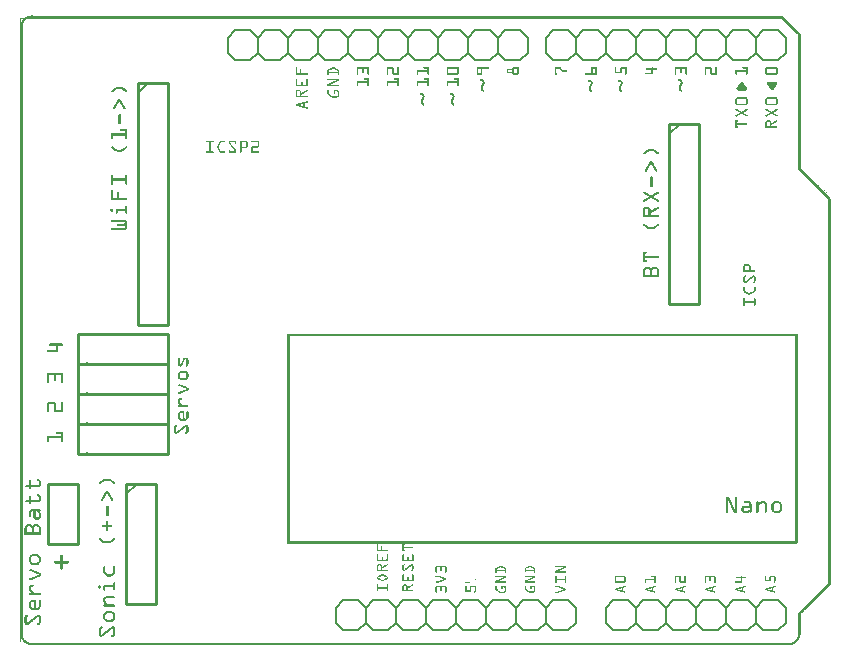
<source format=gto>
G04 MADE WITH FRITZING*
G04 WWW.FRITZING.ORG*
G04 DOUBLE SIDED*
G04 HOLES PLATED*
G04 CONTOUR ON CENTER OF CONTOUR VECTOR*
%ASAXBY*%
%FSLAX23Y23*%
%MOIN*%
%OFA0B0*%
%SFA1.0B1.0*%
%ADD10C,0.010000*%
%ADD11C,0.005000*%
%ADD12C,0.006000*%
%ADD13R,0.001000X0.001000*%
%LNSILK1*%
G90*
G70*
G54D10*
X102Y539D02*
X102Y339D01*
D02*
X102Y339D02*
X202Y339D01*
D02*
X202Y339D02*
X202Y539D01*
D02*
X202Y539D02*
X102Y539D01*
D02*
X363Y539D02*
X363Y139D01*
D02*
X363Y139D02*
X463Y139D01*
D02*
X463Y139D02*
X463Y539D01*
D02*
X463Y539D02*
X363Y539D01*
G54D11*
D02*
X363Y504D02*
X398Y539D01*
G54D10*
D02*
X402Y1876D02*
X402Y1067D01*
D02*
X402Y1067D02*
X502Y1067D01*
D02*
X502Y1067D02*
X502Y1876D01*
D02*
X502Y1876D02*
X402Y1876D01*
G54D11*
D02*
X402Y1841D02*
X437Y1876D01*
G54D10*
D02*
X2173Y1739D02*
X2173Y1139D01*
D02*
X2173Y1139D02*
X2273Y1139D01*
D02*
X2273Y1139D02*
X2273Y1739D01*
D02*
X2273Y1739D02*
X2173Y1739D01*
G54D11*
D02*
X2173Y1704D02*
X2208Y1739D01*
G54D12*
D02*
X2287Y150D02*
X2337Y150D01*
D02*
X2337Y150D02*
X2362Y125D01*
D02*
X2362Y125D02*
X2362Y75D01*
D02*
X2362Y75D02*
X2337Y50D01*
D02*
X2362Y125D02*
X2387Y150D01*
D02*
X2387Y150D02*
X2437Y150D01*
D02*
X2437Y150D02*
X2462Y125D01*
D02*
X2462Y125D02*
X2462Y75D01*
D02*
X2462Y75D02*
X2437Y50D01*
D02*
X2437Y50D02*
X2387Y50D01*
D02*
X2387Y50D02*
X2362Y75D01*
D02*
X2162Y125D02*
X2187Y150D01*
D02*
X2187Y150D02*
X2237Y150D01*
D02*
X2237Y150D02*
X2262Y125D01*
D02*
X2262Y125D02*
X2262Y75D01*
D02*
X2262Y75D02*
X2237Y50D01*
D02*
X2237Y50D02*
X2187Y50D01*
D02*
X2187Y50D02*
X2162Y75D01*
D02*
X2287Y150D02*
X2262Y125D01*
D02*
X2262Y75D02*
X2287Y50D01*
D02*
X2337Y50D02*
X2287Y50D01*
D02*
X1987Y150D02*
X2037Y150D01*
D02*
X2037Y150D02*
X2062Y125D01*
D02*
X2062Y125D02*
X2062Y75D01*
D02*
X2062Y75D02*
X2037Y50D01*
D02*
X2062Y125D02*
X2087Y150D01*
D02*
X2087Y150D02*
X2137Y150D01*
D02*
X2137Y150D02*
X2162Y125D01*
D02*
X2162Y125D02*
X2162Y75D01*
D02*
X2162Y75D02*
X2137Y50D01*
D02*
X2137Y50D02*
X2087Y50D01*
D02*
X2087Y50D02*
X2062Y75D01*
D02*
X1962Y125D02*
X1962Y75D01*
D02*
X1987Y150D02*
X1962Y125D01*
D02*
X1962Y75D02*
X1987Y50D01*
D02*
X2037Y50D02*
X1987Y50D01*
D02*
X2487Y150D02*
X2537Y150D01*
D02*
X2537Y150D02*
X2562Y125D01*
D02*
X2562Y125D02*
X2562Y75D01*
D02*
X2562Y75D02*
X2537Y50D01*
D02*
X2487Y150D02*
X2462Y125D01*
D02*
X2462Y75D02*
X2487Y50D01*
D02*
X2537Y50D02*
X2487Y50D01*
D02*
X877Y1950D02*
X827Y1950D01*
D02*
X1077Y1950D02*
X1027Y1950D01*
D02*
X977Y1950D02*
X927Y1950D01*
D02*
X1177Y1950D02*
X1127Y1950D01*
D02*
X1377Y1950D02*
X1327Y1950D01*
D02*
X1277Y1950D02*
X1227Y1950D01*
D02*
X1477Y1950D02*
X1427Y1950D01*
D02*
X1677Y1950D02*
X1627Y1950D01*
D02*
X1577Y1950D02*
X1527Y1950D01*
D02*
X777Y1950D02*
X727Y1950D01*
D02*
X902Y1975D02*
X877Y1950D01*
D02*
X827Y1950D02*
X802Y1975D01*
D02*
X802Y1975D02*
X802Y2025D01*
D02*
X802Y2025D02*
X827Y2050D01*
D02*
X827Y2050D02*
X877Y2050D01*
D02*
X877Y2050D02*
X902Y2025D01*
D02*
X1027Y1950D02*
X1002Y1975D01*
D02*
X1002Y1975D02*
X1002Y2025D01*
D02*
X1002Y2025D02*
X1027Y2050D01*
D02*
X1002Y1975D02*
X977Y1950D01*
D02*
X927Y1950D02*
X902Y1975D01*
D02*
X902Y1975D02*
X902Y2025D01*
D02*
X902Y2025D02*
X927Y2050D01*
D02*
X927Y2050D02*
X977Y2050D01*
D02*
X977Y2050D02*
X1002Y2025D01*
D02*
X1202Y1975D02*
X1177Y1950D01*
D02*
X1127Y1950D02*
X1102Y1975D01*
D02*
X1102Y1975D02*
X1102Y2025D01*
D02*
X1102Y2025D02*
X1127Y2050D01*
D02*
X1127Y2050D02*
X1177Y2050D01*
D02*
X1177Y2050D02*
X1202Y2025D01*
D02*
X1077Y1950D02*
X1102Y1975D01*
D02*
X1102Y2025D02*
X1077Y2050D01*
D02*
X1027Y2050D02*
X1077Y2050D01*
D02*
X1327Y1950D02*
X1302Y1975D01*
D02*
X1302Y1975D02*
X1302Y2025D01*
D02*
X1302Y2025D02*
X1327Y2050D01*
D02*
X1302Y1975D02*
X1277Y1950D01*
D02*
X1227Y1950D02*
X1202Y1975D01*
D02*
X1202Y1975D02*
X1202Y2025D01*
D02*
X1202Y2025D02*
X1227Y2050D01*
D02*
X1227Y2050D02*
X1277Y2050D01*
D02*
X1277Y2050D02*
X1302Y2025D01*
D02*
X1502Y1975D02*
X1477Y1950D01*
D02*
X1427Y1950D02*
X1402Y1975D01*
D02*
X1402Y1975D02*
X1402Y2025D01*
D02*
X1402Y2025D02*
X1427Y2050D01*
D02*
X1427Y2050D02*
X1477Y2050D01*
D02*
X1477Y2050D02*
X1502Y2025D01*
D02*
X1377Y1950D02*
X1402Y1975D01*
D02*
X1402Y2025D02*
X1377Y2050D01*
D02*
X1327Y2050D02*
X1377Y2050D01*
D02*
X1627Y1950D02*
X1602Y1975D01*
D02*
X1602Y1975D02*
X1602Y2025D01*
D02*
X1602Y2025D02*
X1627Y2050D01*
D02*
X1602Y1975D02*
X1577Y1950D01*
D02*
X1527Y1950D02*
X1502Y1975D01*
D02*
X1502Y1975D02*
X1502Y2025D01*
D02*
X1502Y2025D02*
X1527Y2050D01*
D02*
X1527Y2050D02*
X1577Y2050D01*
D02*
X1577Y2050D02*
X1602Y2025D01*
D02*
X1702Y1975D02*
X1702Y2025D01*
D02*
X1677Y1950D02*
X1702Y1975D01*
D02*
X1702Y2025D02*
X1677Y2050D01*
D02*
X1627Y2050D02*
X1677Y2050D01*
D02*
X727Y1950D02*
X702Y1975D01*
D02*
X702Y1975D02*
X702Y2025D01*
D02*
X702Y2025D02*
X727Y2050D01*
D02*
X777Y1950D02*
X802Y1975D01*
D02*
X802Y2025D02*
X777Y2050D01*
D02*
X727Y2050D02*
X777Y2050D01*
D02*
X1937Y1950D02*
X1887Y1950D01*
D02*
X1887Y1950D02*
X1862Y1975D01*
D02*
X1862Y1975D02*
X1862Y2025D01*
D02*
X1862Y2025D02*
X1887Y2050D01*
D02*
X2062Y1975D02*
X2037Y1950D01*
D02*
X2037Y1950D02*
X1987Y1950D01*
D02*
X1987Y1950D02*
X1962Y1975D01*
D02*
X1962Y1975D02*
X1962Y2025D01*
D02*
X1962Y2025D02*
X1987Y2050D01*
D02*
X1987Y2050D02*
X2037Y2050D01*
D02*
X2037Y2050D02*
X2062Y2025D01*
D02*
X1937Y1950D02*
X1962Y1975D01*
D02*
X1962Y2025D02*
X1937Y2050D01*
D02*
X1887Y2050D02*
X1937Y2050D01*
D02*
X2237Y1950D02*
X2187Y1950D01*
D02*
X2187Y1950D02*
X2162Y1975D01*
D02*
X2162Y1975D02*
X2162Y2025D01*
D02*
X2162Y2025D02*
X2187Y2050D01*
D02*
X2162Y1975D02*
X2137Y1950D01*
D02*
X2137Y1950D02*
X2087Y1950D01*
D02*
X2087Y1950D02*
X2062Y1975D01*
D02*
X2062Y1975D02*
X2062Y2025D01*
D02*
X2062Y2025D02*
X2087Y2050D01*
D02*
X2087Y2050D02*
X2137Y2050D01*
D02*
X2137Y2050D02*
X2162Y2025D01*
D02*
X2362Y1975D02*
X2337Y1950D01*
D02*
X2337Y1950D02*
X2287Y1950D01*
D02*
X2287Y1950D02*
X2262Y1975D01*
D02*
X2262Y1975D02*
X2262Y2025D01*
D02*
X2262Y2025D02*
X2287Y2050D01*
D02*
X2287Y2050D02*
X2337Y2050D01*
D02*
X2337Y2050D02*
X2362Y2025D01*
D02*
X2237Y1950D02*
X2262Y1975D01*
D02*
X2262Y2025D02*
X2237Y2050D01*
D02*
X2187Y2050D02*
X2237Y2050D01*
D02*
X2537Y1950D02*
X2487Y1950D01*
D02*
X2487Y1950D02*
X2462Y1975D01*
D02*
X2462Y1975D02*
X2462Y2025D01*
D02*
X2462Y2025D02*
X2487Y2050D01*
D02*
X2462Y1975D02*
X2437Y1950D01*
D02*
X2437Y1950D02*
X2387Y1950D01*
D02*
X2387Y1950D02*
X2362Y1975D01*
D02*
X2362Y1975D02*
X2362Y2025D01*
D02*
X2362Y2025D02*
X2387Y2050D01*
D02*
X2387Y2050D02*
X2437Y2050D01*
D02*
X2437Y2050D02*
X2462Y2025D01*
D02*
X2562Y1975D02*
X2562Y2025D01*
D02*
X2537Y1950D02*
X2562Y1975D01*
D02*
X2562Y2025D02*
X2537Y2050D01*
D02*
X2487Y2050D02*
X2537Y2050D01*
D02*
X1837Y1950D02*
X1787Y1950D01*
D02*
X1787Y1950D02*
X1762Y1975D01*
D02*
X1762Y1975D02*
X1762Y2025D01*
D02*
X1762Y2025D02*
X1787Y2050D01*
D02*
X1837Y1950D02*
X1862Y1975D01*
D02*
X1862Y2025D02*
X1837Y2050D01*
D02*
X1787Y2050D02*
X1837Y2050D01*
D02*
X1687Y150D02*
X1737Y150D01*
D02*
X1737Y150D02*
X1762Y125D01*
D02*
X1762Y125D02*
X1762Y75D01*
D02*
X1762Y75D02*
X1737Y50D01*
D02*
X1562Y125D02*
X1587Y150D01*
D02*
X1587Y150D02*
X1637Y150D01*
D02*
X1637Y150D02*
X1662Y125D01*
D02*
X1662Y125D02*
X1662Y75D01*
D02*
X1662Y75D02*
X1637Y50D01*
D02*
X1637Y50D02*
X1587Y50D01*
D02*
X1587Y50D02*
X1562Y75D01*
D02*
X1687Y150D02*
X1662Y125D01*
D02*
X1662Y75D02*
X1687Y50D01*
D02*
X1737Y50D02*
X1687Y50D01*
D02*
X1387Y150D02*
X1437Y150D01*
D02*
X1437Y150D02*
X1462Y125D01*
D02*
X1462Y125D02*
X1462Y75D01*
D02*
X1462Y75D02*
X1437Y50D01*
D02*
X1462Y125D02*
X1487Y150D01*
D02*
X1487Y150D02*
X1537Y150D01*
D02*
X1537Y150D02*
X1562Y125D01*
D02*
X1562Y125D02*
X1562Y75D01*
D02*
X1562Y75D02*
X1537Y50D01*
D02*
X1537Y50D02*
X1487Y50D01*
D02*
X1487Y50D02*
X1462Y75D01*
D02*
X1262Y125D02*
X1287Y150D01*
D02*
X1287Y150D02*
X1337Y150D01*
D02*
X1337Y150D02*
X1362Y125D01*
D02*
X1362Y125D02*
X1362Y75D01*
D02*
X1362Y75D02*
X1337Y50D01*
D02*
X1337Y50D02*
X1287Y50D01*
D02*
X1287Y50D02*
X1262Y75D01*
D02*
X1387Y150D02*
X1362Y125D01*
D02*
X1362Y75D02*
X1387Y50D01*
D02*
X1437Y50D02*
X1387Y50D01*
D02*
X1087Y150D02*
X1137Y150D01*
D02*
X1137Y150D02*
X1162Y125D01*
D02*
X1162Y125D02*
X1162Y75D01*
D02*
X1162Y75D02*
X1137Y50D01*
D02*
X1162Y125D02*
X1187Y150D01*
D02*
X1187Y150D02*
X1237Y150D01*
D02*
X1237Y150D02*
X1262Y125D01*
D02*
X1262Y125D02*
X1262Y75D01*
D02*
X1262Y75D02*
X1237Y50D01*
D02*
X1237Y50D02*
X1187Y50D01*
D02*
X1187Y50D02*
X1162Y75D01*
D02*
X1062Y125D02*
X1062Y75D01*
D02*
X1087Y150D02*
X1062Y125D01*
D02*
X1062Y75D02*
X1087Y50D01*
D02*
X1137Y50D02*
X1087Y50D01*
D02*
X1787Y150D02*
X1837Y150D01*
D02*
X1837Y150D02*
X1862Y125D01*
D02*
X1862Y125D02*
X1862Y75D01*
D02*
X1862Y75D02*
X1837Y50D01*
D02*
X1787Y150D02*
X1762Y125D01*
D02*
X1762Y75D02*
X1787Y50D01*
D02*
X1837Y50D02*
X1787Y50D01*
G54D10*
D02*
X202Y639D02*
X502Y639D01*
D02*
X502Y639D02*
X502Y739D01*
D02*
X502Y739D02*
X202Y739D01*
D02*
X202Y739D02*
X202Y639D01*
D02*
X202Y739D02*
X502Y739D01*
D02*
X502Y739D02*
X502Y839D01*
D02*
X502Y839D02*
X202Y839D01*
D02*
X202Y839D02*
X202Y739D01*
D02*
X202Y839D02*
X502Y839D01*
D02*
X502Y839D02*
X502Y939D01*
D02*
X502Y939D02*
X202Y939D01*
D02*
X202Y939D02*
X202Y839D01*
D02*
X202Y939D02*
X502Y939D01*
D02*
X502Y939D02*
X502Y1039D01*
D02*
X502Y1039D02*
X202Y1039D01*
D02*
X202Y1039D02*
X202Y939D01*
G54D13*
X46Y2100D02*
X54Y2100D01*
X40Y2099D02*
X2550Y2099D01*
X37Y2098D02*
X2551Y2098D01*
X35Y2097D02*
X2552Y2097D01*
X33Y2096D02*
X2553Y2096D01*
X31Y2095D02*
X2554Y2095D01*
X29Y2094D02*
X2555Y2094D01*
X28Y2093D02*
X2556Y2093D01*
X26Y2092D02*
X45Y2092D01*
X54Y2092D02*
X2557Y2092D01*
X11Y2091D02*
X11Y2091D01*
X25Y2091D02*
X40Y2091D01*
X2547Y2091D02*
X2558Y2091D01*
X11Y2090D02*
X2559Y2090D01*
X11Y2089D02*
X11Y2089D01*
X23Y2089D02*
X35Y2089D01*
X2548Y2089D02*
X2560Y2089D01*
X11Y2088D02*
X11Y2088D01*
X22Y2088D02*
X33Y2088D01*
X2549Y2088D02*
X2561Y2088D01*
X11Y2087D02*
X11Y2087D01*
X21Y2087D02*
X31Y2087D01*
X2550Y2087D02*
X2562Y2087D01*
X11Y2086D02*
X11Y2086D01*
X20Y2086D02*
X30Y2086D01*
X2551Y2086D02*
X2563Y2086D01*
X11Y2085D02*
X11Y2085D01*
X19Y2085D02*
X29Y2085D01*
X2552Y2085D02*
X2564Y2085D01*
X11Y2084D02*
X11Y2084D01*
X19Y2084D02*
X27Y2084D01*
X2553Y2084D02*
X2565Y2084D01*
X11Y2083D02*
X11Y2083D01*
X18Y2083D02*
X26Y2083D01*
X2554Y2083D02*
X2566Y2083D01*
X11Y2082D02*
X11Y2082D01*
X17Y2082D02*
X25Y2082D01*
X2555Y2082D02*
X2567Y2082D01*
X11Y2081D02*
X11Y2081D01*
X16Y2081D02*
X25Y2081D01*
X2556Y2081D02*
X2568Y2081D01*
X11Y2080D02*
X11Y2080D01*
X16Y2080D02*
X24Y2080D01*
X2557Y2080D02*
X2569Y2080D01*
X11Y2079D02*
X11Y2079D01*
X15Y2079D02*
X23Y2079D01*
X2558Y2079D02*
X2570Y2079D01*
X11Y2078D02*
X11Y2078D01*
X15Y2078D02*
X22Y2078D01*
X2559Y2078D02*
X2571Y2078D01*
X11Y2077D02*
X11Y2077D01*
X14Y2077D02*
X22Y2077D01*
X2560Y2077D02*
X2572Y2077D01*
X11Y2076D02*
X11Y2076D01*
X14Y2076D02*
X21Y2076D01*
X2561Y2076D02*
X2573Y2076D01*
X11Y2075D02*
X11Y2075D01*
X13Y2075D02*
X21Y2075D01*
X2562Y2075D02*
X2574Y2075D01*
X11Y2074D02*
X11Y2074D01*
X13Y2074D02*
X20Y2074D01*
X2563Y2074D02*
X2575Y2074D01*
X11Y2073D02*
X11Y2073D01*
X13Y2073D02*
X20Y2073D01*
X2564Y2073D02*
X2576Y2073D01*
X11Y2072D02*
X19Y2072D01*
X2565Y2072D02*
X2577Y2072D01*
X11Y2071D02*
X19Y2071D01*
X2566Y2071D02*
X2578Y2071D01*
X11Y2070D02*
X19Y2070D01*
X2567Y2070D02*
X2579Y2070D01*
X11Y2069D02*
X19Y2069D01*
X2568Y2069D02*
X2580Y2069D01*
X11Y2068D02*
X18Y2068D01*
X2569Y2068D02*
X2581Y2068D01*
X11Y2067D02*
X18Y2067D01*
X2570Y2067D02*
X2582Y2067D01*
X11Y2066D02*
X18Y2066D01*
X2571Y2066D02*
X2583Y2066D01*
X11Y2065D02*
X18Y2065D01*
X2572Y2065D02*
X2584Y2065D01*
X11Y2064D02*
X18Y2064D01*
X2573Y2064D02*
X2585Y2064D01*
X11Y2063D02*
X18Y2063D01*
X2574Y2063D02*
X2586Y2063D01*
X11Y2062D02*
X18Y2062D01*
X2575Y2062D02*
X2587Y2062D01*
X11Y2061D02*
X18Y2061D01*
X2576Y2061D02*
X2588Y2061D01*
X11Y2060D02*
X18Y2060D01*
X2577Y2060D02*
X2589Y2060D01*
X11Y2059D02*
X18Y2059D01*
X2578Y2059D02*
X2590Y2059D01*
X11Y2058D02*
X18Y2058D01*
X2579Y2058D02*
X2591Y2058D01*
X11Y2057D02*
X18Y2057D01*
X2580Y2057D02*
X2592Y2057D01*
X11Y2056D02*
X18Y2056D01*
X2581Y2056D02*
X2593Y2056D01*
X11Y2055D02*
X18Y2055D01*
X2582Y2055D02*
X2594Y2055D01*
X11Y2054D02*
X18Y2054D01*
X2583Y2054D02*
X2595Y2054D01*
X11Y2053D02*
X18Y2053D01*
X2584Y2053D02*
X2596Y2053D01*
X11Y2052D02*
X18Y2052D01*
X2585Y2052D02*
X2597Y2052D01*
X11Y2051D02*
X18Y2051D01*
X2586Y2051D02*
X2598Y2051D01*
X11Y2050D02*
X18Y2050D01*
X2587Y2050D02*
X2599Y2050D01*
X11Y2049D02*
X18Y2049D01*
X2588Y2049D02*
X2600Y2049D01*
X11Y2048D02*
X18Y2048D01*
X2589Y2048D02*
X2601Y2048D01*
X11Y2047D02*
X18Y2047D01*
X2590Y2047D02*
X2602Y2047D01*
X11Y2046D02*
X18Y2046D01*
X2591Y2046D02*
X2603Y2046D01*
X11Y2045D02*
X18Y2045D01*
X2592Y2045D02*
X2604Y2045D01*
X11Y2044D02*
X18Y2044D01*
X2593Y2044D02*
X2605Y2044D01*
X11Y2043D02*
X18Y2043D01*
X2594Y2043D02*
X2606Y2043D01*
X11Y2042D02*
X18Y2042D01*
X2595Y2042D02*
X2607Y2042D01*
X11Y2041D02*
X18Y2041D01*
X2596Y2041D02*
X2608Y2041D01*
X11Y2040D02*
X18Y2040D01*
X2596Y2040D02*
X2596Y2040D01*
X2598Y2040D02*
X2609Y2040D01*
X11Y2039D02*
X18Y2039D01*
X2596Y2039D02*
X2596Y2039D01*
X2599Y2039D02*
X2610Y2039D01*
X11Y2038D02*
X18Y2038D01*
X2596Y2038D02*
X2596Y2038D01*
X2600Y2038D02*
X2611Y2038D01*
X11Y2037D02*
X18Y2037D01*
X2596Y2037D02*
X2596Y2037D01*
X2601Y2037D02*
X2611Y2037D01*
X11Y2036D02*
X18Y2036D01*
X2596Y2036D02*
X2596Y2036D01*
X2602Y2036D02*
X2611Y2036D01*
X11Y2035D02*
X18Y2035D01*
X2596Y2035D02*
X2596Y2035D01*
X2603Y2035D02*
X2611Y2035D01*
X11Y2034D02*
X18Y2034D01*
X2596Y2034D02*
X2596Y2034D01*
X2604Y2034D02*
X2611Y2034D01*
X11Y2033D02*
X18Y2033D01*
X2596Y2033D02*
X2596Y2033D01*
X2604Y2033D02*
X2611Y2033D01*
X11Y2032D02*
X18Y2032D01*
X2596Y2032D02*
X2596Y2032D01*
X2604Y2032D02*
X2611Y2032D01*
X11Y2031D02*
X18Y2031D01*
X2596Y2031D02*
X2596Y2031D01*
X2604Y2031D02*
X2611Y2031D01*
X11Y2030D02*
X18Y2030D01*
X2596Y2030D02*
X2596Y2030D01*
X2604Y2030D02*
X2611Y2030D01*
X11Y2029D02*
X18Y2029D01*
X2596Y2029D02*
X2596Y2029D01*
X2604Y2029D02*
X2611Y2029D01*
X11Y2028D02*
X18Y2028D01*
X2596Y2028D02*
X2596Y2028D01*
X2604Y2028D02*
X2611Y2028D01*
X11Y2027D02*
X18Y2027D01*
X2596Y2027D02*
X2596Y2027D01*
X2604Y2027D02*
X2611Y2027D01*
X11Y2026D02*
X18Y2026D01*
X2596Y2026D02*
X2596Y2026D01*
X2604Y2026D02*
X2611Y2026D01*
X11Y2025D02*
X18Y2025D01*
X2596Y2025D02*
X2596Y2025D01*
X2604Y2025D02*
X2611Y2025D01*
X11Y2024D02*
X18Y2024D01*
X2596Y2024D02*
X2596Y2024D01*
X2604Y2024D02*
X2611Y2024D01*
X11Y2023D02*
X18Y2023D01*
X2596Y2023D02*
X2596Y2023D01*
X2604Y2023D02*
X2611Y2023D01*
X11Y2022D02*
X18Y2022D01*
X2596Y2022D02*
X2596Y2022D01*
X2604Y2022D02*
X2611Y2022D01*
X11Y2021D02*
X18Y2021D01*
X2596Y2021D02*
X2596Y2021D01*
X2604Y2021D02*
X2611Y2021D01*
X11Y2020D02*
X18Y2020D01*
X2596Y2020D02*
X2596Y2020D01*
X2604Y2020D02*
X2611Y2020D01*
X11Y2019D02*
X18Y2019D01*
X2596Y2019D02*
X2596Y2019D01*
X2604Y2019D02*
X2611Y2019D01*
X11Y2018D02*
X18Y2018D01*
X2596Y2018D02*
X2596Y2018D01*
X2604Y2018D02*
X2611Y2018D01*
X11Y2017D02*
X18Y2017D01*
X2596Y2017D02*
X2596Y2017D01*
X2604Y2017D02*
X2611Y2017D01*
X11Y2016D02*
X18Y2016D01*
X2596Y2016D02*
X2596Y2016D01*
X2604Y2016D02*
X2611Y2016D01*
X11Y2015D02*
X18Y2015D01*
X2596Y2015D02*
X2596Y2015D01*
X2604Y2015D02*
X2611Y2015D01*
X11Y2014D02*
X18Y2014D01*
X2596Y2014D02*
X2596Y2014D01*
X2604Y2014D02*
X2611Y2014D01*
X11Y2013D02*
X18Y2013D01*
X2596Y2013D02*
X2596Y2013D01*
X2604Y2013D02*
X2611Y2013D01*
X11Y2012D02*
X18Y2012D01*
X2596Y2012D02*
X2596Y2012D01*
X2604Y2012D02*
X2611Y2012D01*
X11Y2011D02*
X18Y2011D01*
X2596Y2011D02*
X2596Y2011D01*
X2604Y2011D02*
X2611Y2011D01*
X11Y2010D02*
X18Y2010D01*
X2596Y2010D02*
X2596Y2010D01*
X2604Y2010D02*
X2611Y2010D01*
X11Y2009D02*
X18Y2009D01*
X2596Y2009D02*
X2596Y2009D01*
X2604Y2009D02*
X2611Y2009D01*
X11Y2008D02*
X18Y2008D01*
X2596Y2008D02*
X2596Y2008D01*
X2604Y2008D02*
X2611Y2008D01*
X11Y2007D02*
X18Y2007D01*
X2596Y2007D02*
X2596Y2007D01*
X2604Y2007D02*
X2611Y2007D01*
X11Y2006D02*
X18Y2006D01*
X2596Y2006D02*
X2596Y2006D01*
X2604Y2006D02*
X2611Y2006D01*
X11Y2005D02*
X18Y2005D01*
X2596Y2005D02*
X2596Y2005D01*
X2604Y2005D02*
X2611Y2005D01*
X11Y2004D02*
X18Y2004D01*
X2596Y2004D02*
X2596Y2004D01*
X2604Y2004D02*
X2611Y2004D01*
X11Y2003D02*
X18Y2003D01*
X2596Y2003D02*
X2596Y2003D01*
X2604Y2003D02*
X2611Y2003D01*
X11Y2002D02*
X18Y2002D01*
X2596Y2002D02*
X2596Y2002D01*
X2604Y2002D02*
X2611Y2002D01*
X11Y2001D02*
X18Y2001D01*
X2596Y2001D02*
X2596Y2001D01*
X2604Y2001D02*
X2611Y2001D01*
X11Y2000D02*
X18Y2000D01*
X2596Y2000D02*
X2596Y2000D01*
X2604Y2000D02*
X2611Y2000D01*
X11Y1999D02*
X18Y1999D01*
X2596Y1999D02*
X2596Y1999D01*
X2604Y1999D02*
X2611Y1999D01*
X11Y1998D02*
X18Y1998D01*
X2596Y1998D02*
X2596Y1998D01*
X2604Y1998D02*
X2611Y1998D01*
X11Y1997D02*
X18Y1997D01*
X2596Y1997D02*
X2596Y1997D01*
X2604Y1997D02*
X2611Y1997D01*
X11Y1996D02*
X18Y1996D01*
X2596Y1996D02*
X2596Y1996D01*
X2604Y1996D02*
X2611Y1996D01*
X11Y1995D02*
X18Y1995D01*
X2596Y1995D02*
X2596Y1995D01*
X2604Y1995D02*
X2611Y1995D01*
X11Y1994D02*
X18Y1994D01*
X2596Y1994D02*
X2596Y1994D01*
X2604Y1994D02*
X2611Y1994D01*
X11Y1993D02*
X18Y1993D01*
X2596Y1993D02*
X2596Y1993D01*
X2604Y1993D02*
X2611Y1993D01*
X11Y1992D02*
X18Y1992D01*
X2596Y1992D02*
X2596Y1992D01*
X2604Y1992D02*
X2611Y1992D01*
X11Y1991D02*
X18Y1991D01*
X2596Y1991D02*
X2596Y1991D01*
X2604Y1991D02*
X2611Y1991D01*
X11Y1990D02*
X18Y1990D01*
X2596Y1990D02*
X2596Y1990D01*
X2604Y1990D02*
X2611Y1990D01*
X11Y1989D02*
X18Y1989D01*
X2596Y1989D02*
X2596Y1989D01*
X2604Y1989D02*
X2611Y1989D01*
X11Y1988D02*
X18Y1988D01*
X2596Y1988D02*
X2596Y1988D01*
X2604Y1988D02*
X2611Y1988D01*
X11Y1987D02*
X18Y1987D01*
X2596Y1987D02*
X2596Y1987D01*
X2604Y1987D02*
X2611Y1987D01*
X11Y1986D02*
X18Y1986D01*
X2596Y1986D02*
X2596Y1986D01*
X2604Y1986D02*
X2611Y1986D01*
X11Y1985D02*
X18Y1985D01*
X2596Y1985D02*
X2596Y1985D01*
X2604Y1985D02*
X2611Y1985D01*
X11Y1984D02*
X18Y1984D01*
X2596Y1984D02*
X2596Y1984D01*
X2604Y1984D02*
X2611Y1984D01*
X11Y1983D02*
X18Y1983D01*
X2596Y1983D02*
X2596Y1983D01*
X2604Y1983D02*
X2611Y1983D01*
X11Y1982D02*
X18Y1982D01*
X2596Y1982D02*
X2596Y1982D01*
X2604Y1982D02*
X2611Y1982D01*
X11Y1981D02*
X18Y1981D01*
X2596Y1981D02*
X2596Y1981D01*
X2604Y1981D02*
X2611Y1981D01*
X11Y1980D02*
X18Y1980D01*
X2596Y1980D02*
X2596Y1980D01*
X2604Y1980D02*
X2611Y1980D01*
X11Y1979D02*
X18Y1979D01*
X2596Y1979D02*
X2596Y1979D01*
X2604Y1979D02*
X2611Y1979D01*
X11Y1978D02*
X18Y1978D01*
X2596Y1978D02*
X2596Y1978D01*
X2604Y1978D02*
X2611Y1978D01*
X11Y1977D02*
X18Y1977D01*
X2596Y1977D02*
X2596Y1977D01*
X2604Y1977D02*
X2611Y1977D01*
X11Y1976D02*
X18Y1976D01*
X2596Y1976D02*
X2596Y1976D01*
X2604Y1976D02*
X2611Y1976D01*
X11Y1975D02*
X18Y1975D01*
X2596Y1975D02*
X2596Y1975D01*
X2604Y1975D02*
X2611Y1975D01*
X11Y1974D02*
X18Y1974D01*
X2596Y1974D02*
X2596Y1974D01*
X2604Y1974D02*
X2611Y1974D01*
X11Y1973D02*
X18Y1973D01*
X2596Y1973D02*
X2596Y1973D01*
X2604Y1973D02*
X2611Y1973D01*
X11Y1972D02*
X18Y1972D01*
X2596Y1972D02*
X2596Y1972D01*
X2604Y1972D02*
X2611Y1972D01*
X11Y1971D02*
X18Y1971D01*
X2596Y1971D02*
X2596Y1971D01*
X2604Y1971D02*
X2611Y1971D01*
X11Y1970D02*
X18Y1970D01*
X2596Y1970D02*
X2596Y1970D01*
X2604Y1970D02*
X2611Y1970D01*
X11Y1969D02*
X18Y1969D01*
X2596Y1969D02*
X2596Y1969D01*
X2604Y1969D02*
X2611Y1969D01*
X11Y1968D02*
X18Y1968D01*
X2596Y1968D02*
X2596Y1968D01*
X2604Y1968D02*
X2611Y1968D01*
X11Y1967D02*
X18Y1967D01*
X2596Y1967D02*
X2596Y1967D01*
X2604Y1967D02*
X2611Y1967D01*
X11Y1966D02*
X18Y1966D01*
X2596Y1966D02*
X2596Y1966D01*
X2604Y1966D02*
X2611Y1966D01*
X11Y1965D02*
X18Y1965D01*
X2596Y1965D02*
X2596Y1965D01*
X2604Y1965D02*
X2611Y1965D01*
X11Y1964D02*
X18Y1964D01*
X2596Y1964D02*
X2596Y1964D01*
X2604Y1964D02*
X2611Y1964D01*
X11Y1963D02*
X18Y1963D01*
X2596Y1963D02*
X2596Y1963D01*
X2604Y1963D02*
X2611Y1963D01*
X11Y1962D02*
X18Y1962D01*
X2596Y1962D02*
X2596Y1962D01*
X2604Y1962D02*
X2611Y1962D01*
X11Y1961D02*
X18Y1961D01*
X2596Y1961D02*
X2596Y1961D01*
X2604Y1961D02*
X2611Y1961D01*
X11Y1960D02*
X18Y1960D01*
X2596Y1960D02*
X2596Y1960D01*
X2604Y1960D02*
X2611Y1960D01*
X11Y1959D02*
X18Y1959D01*
X2596Y1959D02*
X2596Y1959D01*
X2604Y1959D02*
X2611Y1959D01*
X11Y1958D02*
X18Y1958D01*
X2596Y1958D02*
X2596Y1958D01*
X2604Y1958D02*
X2611Y1958D01*
X11Y1957D02*
X18Y1957D01*
X2596Y1957D02*
X2596Y1957D01*
X2604Y1957D02*
X2611Y1957D01*
X11Y1956D02*
X18Y1956D01*
X2596Y1956D02*
X2596Y1956D01*
X2604Y1956D02*
X2611Y1956D01*
X11Y1955D02*
X18Y1955D01*
X2596Y1955D02*
X2596Y1955D01*
X2604Y1955D02*
X2611Y1955D01*
X11Y1954D02*
X18Y1954D01*
X2596Y1954D02*
X2596Y1954D01*
X2604Y1954D02*
X2611Y1954D01*
X11Y1953D02*
X18Y1953D01*
X2596Y1953D02*
X2596Y1953D01*
X2604Y1953D02*
X2611Y1953D01*
X11Y1952D02*
X18Y1952D01*
X2596Y1952D02*
X2596Y1952D01*
X2604Y1952D02*
X2611Y1952D01*
X11Y1951D02*
X18Y1951D01*
X2596Y1951D02*
X2596Y1951D01*
X2604Y1951D02*
X2611Y1951D01*
X11Y1950D02*
X18Y1950D01*
X2596Y1950D02*
X2596Y1950D01*
X2604Y1950D02*
X2611Y1950D01*
X11Y1949D02*
X18Y1949D01*
X2596Y1949D02*
X2596Y1949D01*
X2604Y1949D02*
X2611Y1949D01*
X11Y1948D02*
X18Y1948D01*
X2596Y1948D02*
X2596Y1948D01*
X2604Y1948D02*
X2611Y1948D01*
X11Y1947D02*
X18Y1947D01*
X2596Y1947D02*
X2596Y1947D01*
X2604Y1947D02*
X2611Y1947D01*
X11Y1946D02*
X18Y1946D01*
X2596Y1946D02*
X2596Y1946D01*
X2604Y1946D02*
X2611Y1946D01*
X11Y1945D02*
X18Y1945D01*
X2596Y1945D02*
X2596Y1945D01*
X2604Y1945D02*
X2611Y1945D01*
X11Y1944D02*
X18Y1944D01*
X2596Y1944D02*
X2596Y1944D01*
X2604Y1944D02*
X2611Y1944D01*
X11Y1943D02*
X18Y1943D01*
X2596Y1943D02*
X2596Y1943D01*
X2604Y1943D02*
X2611Y1943D01*
X11Y1942D02*
X18Y1942D01*
X2596Y1942D02*
X2596Y1942D01*
X2604Y1942D02*
X2611Y1942D01*
X11Y1941D02*
X18Y1941D01*
X2596Y1941D02*
X2596Y1941D01*
X2604Y1941D02*
X2611Y1941D01*
X11Y1940D02*
X18Y1940D01*
X2596Y1940D02*
X2596Y1940D01*
X2604Y1940D02*
X2611Y1940D01*
X11Y1939D02*
X18Y1939D01*
X2596Y1939D02*
X2596Y1939D01*
X2604Y1939D02*
X2611Y1939D01*
X11Y1938D02*
X18Y1938D01*
X2596Y1938D02*
X2596Y1938D01*
X2604Y1938D02*
X2611Y1938D01*
X11Y1937D02*
X18Y1937D01*
X2596Y1937D02*
X2596Y1937D01*
X2604Y1937D02*
X2611Y1937D01*
X11Y1936D02*
X18Y1936D01*
X2596Y1936D02*
X2596Y1936D01*
X2604Y1936D02*
X2611Y1936D01*
X11Y1935D02*
X18Y1935D01*
X2596Y1935D02*
X2596Y1935D01*
X2604Y1935D02*
X2611Y1935D01*
X11Y1934D02*
X18Y1934D01*
X2596Y1934D02*
X2596Y1934D01*
X2604Y1934D02*
X2611Y1934D01*
X11Y1933D02*
X18Y1933D01*
X2596Y1933D02*
X2596Y1933D01*
X2604Y1933D02*
X2611Y1933D01*
X11Y1932D02*
X18Y1932D01*
X2596Y1932D02*
X2596Y1932D01*
X2604Y1932D02*
X2611Y1932D01*
X11Y1931D02*
X18Y1931D01*
X2596Y1931D02*
X2596Y1931D01*
X2604Y1931D02*
X2611Y1931D01*
X11Y1930D02*
X18Y1930D01*
X2596Y1930D02*
X2596Y1930D01*
X2604Y1930D02*
X2611Y1930D01*
X11Y1929D02*
X18Y1929D01*
X2596Y1929D02*
X2596Y1929D01*
X2604Y1929D02*
X2611Y1929D01*
X11Y1928D02*
X18Y1928D01*
X1138Y1928D02*
X1147Y1928D01*
X1158Y1928D02*
X1168Y1928D01*
X1238Y1928D02*
X1250Y1928D01*
X1357Y1928D02*
X1370Y1928D01*
X1438Y1928D02*
X1468Y1928D01*
X2596Y1928D02*
X2596Y1928D01*
X2604Y1928D02*
X2611Y1928D01*
X11Y1927D02*
X18Y1927D01*
X930Y1927D02*
X932Y1927D01*
X1052Y1927D02*
X1055Y1927D01*
X1135Y1927D02*
X1151Y1927D01*
X1155Y1927D02*
X1170Y1927D01*
X1235Y1927D02*
X1253Y1927D01*
X1269Y1927D02*
X1272Y1927D01*
X1355Y1927D02*
X1372Y1927D01*
X1435Y1927D02*
X1470Y1927D01*
X1533Y1927D02*
X1572Y1927D01*
X1653Y1927D02*
X1670Y1927D01*
X1793Y1927D02*
X1810Y1927D01*
X1916Y1927D02*
X1932Y1927D01*
X1993Y1927D02*
X1996Y1927D01*
X2013Y1927D02*
X2030Y1927D01*
X2195Y1927D02*
X2211Y1927D01*
X2215Y1927D02*
X2230Y1927D01*
X2295Y1927D02*
X2312Y1927D01*
X2329Y1927D02*
X2332Y1927D01*
X2418Y1927D02*
X2434Y1927D01*
X2498Y1927D02*
X2533Y1927D01*
X2596Y1927D02*
X2596Y1927D01*
X2604Y1927D02*
X2611Y1927D01*
X11Y1926D02*
X18Y1926D01*
X929Y1926D02*
X933Y1926D01*
X1049Y1926D02*
X1058Y1926D01*
X1134Y1926D02*
X1171Y1926D01*
X1234Y1926D02*
X1254Y1926D01*
X1268Y1926D02*
X1272Y1926D01*
X1355Y1926D02*
X1372Y1926D01*
X1434Y1926D02*
X1471Y1926D01*
X1533Y1926D02*
X1572Y1926D01*
X1652Y1926D02*
X1671Y1926D01*
X1793Y1926D02*
X1811Y1926D01*
X1915Y1926D02*
X1932Y1926D01*
X1993Y1926D02*
X1997Y1926D01*
X2012Y1926D02*
X2031Y1926D01*
X2116Y1926D02*
X2118Y1926D01*
X2194Y1926D02*
X2231Y1926D01*
X2294Y1926D02*
X2313Y1926D01*
X2328Y1926D02*
X2332Y1926D01*
X2417Y1926D02*
X2435Y1926D01*
X2496Y1926D02*
X2534Y1926D01*
X2596Y1926D02*
X2596Y1926D01*
X2604Y1926D02*
X2611Y1926D01*
X11Y1925D02*
X18Y1925D01*
X929Y1925D02*
X933Y1925D01*
X1047Y1925D02*
X1060Y1925D01*
X1133Y1925D02*
X1172Y1925D01*
X1233Y1925D02*
X1254Y1925D01*
X1268Y1925D02*
X1272Y1925D01*
X1355Y1925D02*
X1372Y1925D01*
X1433Y1925D02*
X1472Y1925D01*
X1533Y1925D02*
X1572Y1925D01*
X1651Y1925D02*
X1672Y1925D01*
X1793Y1925D02*
X1811Y1925D01*
X1915Y1925D02*
X1932Y1925D01*
X1993Y1925D02*
X1997Y1925D01*
X2011Y1925D02*
X2032Y1925D01*
X2115Y1925D02*
X2119Y1925D01*
X2193Y1925D02*
X2232Y1925D01*
X2293Y1925D02*
X2314Y1925D01*
X2328Y1925D02*
X2332Y1925D01*
X2417Y1925D02*
X2435Y1925D01*
X2496Y1925D02*
X2534Y1925D01*
X2596Y1925D02*
X2596Y1925D01*
X2604Y1925D02*
X2611Y1925D01*
X11Y1924D02*
X18Y1924D01*
X929Y1924D02*
X933Y1924D01*
X1045Y1924D02*
X1062Y1924D01*
X1133Y1924D02*
X1172Y1924D01*
X1233Y1924D02*
X1255Y1924D01*
X1268Y1924D02*
X1272Y1924D01*
X1355Y1924D02*
X1372Y1924D01*
X1433Y1924D02*
X1472Y1924D01*
X1533Y1924D02*
X1572Y1924D01*
X1651Y1924D02*
X1672Y1924D01*
X1793Y1924D02*
X1812Y1924D01*
X1915Y1924D02*
X1932Y1924D01*
X1993Y1924D02*
X1997Y1924D01*
X2011Y1924D02*
X2032Y1924D01*
X2099Y1924D02*
X2130Y1924D01*
X2193Y1924D02*
X2232Y1924D01*
X2293Y1924D02*
X2315Y1924D01*
X2328Y1924D02*
X2332Y1924D01*
X2418Y1924D02*
X2435Y1924D01*
X2495Y1924D02*
X2535Y1924D01*
X2596Y1924D02*
X2596Y1924D01*
X2604Y1924D02*
X2611Y1924D01*
X11Y1923D02*
X18Y1923D01*
X929Y1923D02*
X933Y1923D01*
X1043Y1923D02*
X1064Y1923D01*
X1133Y1923D02*
X1172Y1923D01*
X1233Y1923D02*
X1255Y1923D01*
X1268Y1923D02*
X1272Y1923D01*
X1356Y1923D02*
X1372Y1923D01*
X1433Y1923D02*
X1472Y1923D01*
X1533Y1923D02*
X1572Y1923D01*
X1650Y1923D02*
X1672Y1923D01*
X1793Y1923D02*
X1813Y1923D01*
X1915Y1923D02*
X1932Y1923D01*
X1993Y1923D02*
X1997Y1923D01*
X2010Y1923D02*
X2032Y1923D01*
X2098Y1923D02*
X2132Y1923D01*
X2193Y1923D02*
X2232Y1923D01*
X2293Y1923D02*
X2315Y1923D01*
X2328Y1923D02*
X2332Y1923D01*
X2419Y1923D02*
X2435Y1923D01*
X2495Y1923D02*
X2535Y1923D01*
X2596Y1923D02*
X2596Y1923D01*
X2604Y1923D02*
X2611Y1923D01*
X11Y1922D02*
X18Y1922D01*
X929Y1922D02*
X933Y1922D01*
X944Y1922D02*
X945Y1922D01*
X1041Y1922D02*
X1066Y1922D01*
X1133Y1922D02*
X1137Y1922D01*
X1150Y1922D02*
X1156Y1922D01*
X1168Y1922D02*
X1172Y1922D01*
X1233Y1922D02*
X1237Y1922D01*
X1251Y1922D02*
X1255Y1922D01*
X1268Y1922D02*
X1272Y1922D01*
X1368Y1922D02*
X1372Y1922D01*
X1433Y1922D02*
X1437Y1922D01*
X1468Y1922D02*
X1472Y1922D01*
X1533Y1922D02*
X1537Y1922D01*
X1546Y1922D02*
X1550Y1922D01*
X1568Y1922D02*
X1572Y1922D01*
X1634Y1922D02*
X1655Y1922D01*
X1668Y1922D02*
X1672Y1922D01*
X1793Y1922D02*
X1797Y1922D01*
X1808Y1922D02*
X1814Y1922D01*
X1915Y1922D02*
X1919Y1922D01*
X1928Y1922D02*
X1932Y1922D01*
X1993Y1922D02*
X1997Y1922D01*
X2010Y1922D02*
X2015Y1922D01*
X2028Y1922D02*
X2032Y1922D01*
X2097Y1922D02*
X2132Y1922D01*
X2193Y1922D02*
X2197Y1922D01*
X2210Y1922D02*
X2216Y1922D01*
X2228Y1922D02*
X2232Y1922D01*
X2293Y1922D02*
X2297Y1922D01*
X2310Y1922D02*
X2315Y1922D01*
X2328Y1922D02*
X2332Y1922D01*
X2431Y1922D02*
X2435Y1922D01*
X2495Y1922D02*
X2500Y1922D01*
X2531Y1922D02*
X2535Y1922D01*
X2596Y1922D02*
X2596Y1922D01*
X2604Y1922D02*
X2611Y1922D01*
X11Y1921D02*
X18Y1921D01*
X929Y1921D02*
X933Y1921D01*
X943Y1921D02*
X946Y1921D01*
X1039Y1921D02*
X1050Y1921D01*
X1057Y1921D02*
X1068Y1921D01*
X1133Y1921D02*
X1137Y1921D01*
X1150Y1921D02*
X1155Y1921D01*
X1168Y1921D02*
X1172Y1921D01*
X1233Y1921D02*
X1237Y1921D01*
X1251Y1921D02*
X1255Y1921D01*
X1268Y1921D02*
X1272Y1921D01*
X1368Y1921D02*
X1372Y1921D01*
X1433Y1921D02*
X1437Y1921D01*
X1468Y1921D02*
X1472Y1921D01*
X1533Y1921D02*
X1537Y1921D01*
X1546Y1921D02*
X1550Y1921D01*
X1569Y1921D02*
X1572Y1921D01*
X1633Y1921D02*
X1655Y1921D01*
X1668Y1921D02*
X1672Y1921D01*
X1793Y1921D02*
X1797Y1921D01*
X1809Y1921D02*
X1815Y1921D01*
X1915Y1921D02*
X1919Y1921D01*
X1928Y1921D02*
X1932Y1921D01*
X1993Y1921D02*
X1997Y1921D01*
X2010Y1921D02*
X2015Y1921D01*
X2028Y1921D02*
X2032Y1921D01*
X2097Y1921D02*
X2132Y1921D01*
X2193Y1921D02*
X2197Y1921D01*
X2210Y1921D02*
X2215Y1921D01*
X2228Y1921D02*
X2232Y1921D01*
X2293Y1921D02*
X2297Y1921D01*
X2310Y1921D02*
X2315Y1921D01*
X2328Y1921D02*
X2332Y1921D01*
X2431Y1921D02*
X2435Y1921D01*
X2495Y1921D02*
X2500Y1921D01*
X2531Y1921D02*
X2535Y1921D01*
X2596Y1921D02*
X2596Y1921D01*
X2604Y1921D02*
X2611Y1921D01*
X11Y1920D02*
X18Y1920D01*
X929Y1920D02*
X933Y1920D01*
X942Y1920D02*
X946Y1920D01*
X1037Y1920D02*
X1048Y1920D01*
X1059Y1920D02*
X1070Y1920D01*
X1133Y1920D02*
X1137Y1920D01*
X1150Y1920D02*
X1155Y1920D01*
X1168Y1920D02*
X1172Y1920D01*
X1233Y1920D02*
X1237Y1920D01*
X1251Y1920D02*
X1255Y1920D01*
X1268Y1920D02*
X1272Y1920D01*
X1368Y1920D02*
X1372Y1920D01*
X1433Y1920D02*
X1437Y1920D01*
X1468Y1920D02*
X1472Y1920D01*
X1533Y1920D02*
X1537Y1920D01*
X1546Y1920D02*
X1550Y1920D01*
X1633Y1920D02*
X1655Y1920D01*
X1668Y1920D02*
X1672Y1920D01*
X1793Y1920D02*
X1797Y1920D01*
X1810Y1920D02*
X1816Y1920D01*
X1915Y1920D02*
X1919Y1920D01*
X1928Y1920D02*
X1932Y1920D01*
X1993Y1920D02*
X1997Y1920D01*
X2010Y1920D02*
X2015Y1920D01*
X2028Y1920D02*
X2032Y1920D01*
X2098Y1920D02*
X2132Y1920D01*
X2193Y1920D02*
X2197Y1920D01*
X2210Y1920D02*
X2215Y1920D01*
X2228Y1920D02*
X2232Y1920D01*
X2293Y1920D02*
X2297Y1920D01*
X2310Y1920D02*
X2315Y1920D01*
X2328Y1920D02*
X2332Y1920D01*
X2431Y1920D02*
X2435Y1920D01*
X2495Y1920D02*
X2500Y1920D01*
X2531Y1920D02*
X2535Y1920D01*
X2596Y1920D02*
X2596Y1920D01*
X2604Y1920D02*
X2611Y1920D01*
X11Y1919D02*
X18Y1919D01*
X929Y1919D02*
X933Y1919D01*
X942Y1919D02*
X947Y1919D01*
X1036Y1919D02*
X1046Y1919D01*
X1061Y1919D02*
X1071Y1919D01*
X1133Y1919D02*
X1137Y1919D01*
X1150Y1919D02*
X1155Y1919D01*
X1168Y1919D02*
X1172Y1919D01*
X1233Y1919D02*
X1237Y1919D01*
X1251Y1919D02*
X1255Y1919D01*
X1268Y1919D02*
X1272Y1919D01*
X1368Y1919D02*
X1372Y1919D01*
X1433Y1919D02*
X1437Y1919D01*
X1468Y1919D02*
X1472Y1919D01*
X1533Y1919D02*
X1537Y1919D01*
X1546Y1919D02*
X1550Y1919D01*
X1633Y1919D02*
X1655Y1919D01*
X1668Y1919D02*
X1672Y1919D01*
X1793Y1919D02*
X1797Y1919D01*
X1811Y1919D02*
X1817Y1919D01*
X1915Y1919D02*
X1919Y1919D01*
X1928Y1919D02*
X1932Y1919D01*
X1993Y1919D02*
X1997Y1919D01*
X2010Y1919D02*
X2015Y1919D01*
X2028Y1919D02*
X2032Y1919D01*
X2099Y1919D02*
X2131Y1919D01*
X2193Y1919D02*
X2197Y1919D01*
X2210Y1919D02*
X2215Y1919D01*
X2228Y1919D02*
X2232Y1919D01*
X2293Y1919D02*
X2297Y1919D01*
X2310Y1919D02*
X2315Y1919D01*
X2328Y1919D02*
X2332Y1919D01*
X2431Y1919D02*
X2435Y1919D01*
X2495Y1919D02*
X2500Y1919D01*
X2531Y1919D02*
X2535Y1919D01*
X2596Y1919D02*
X2596Y1919D01*
X2604Y1919D02*
X2611Y1919D01*
X11Y1918D02*
X18Y1918D01*
X929Y1918D02*
X933Y1918D01*
X942Y1918D02*
X947Y1918D01*
X1035Y1918D02*
X1044Y1918D01*
X1063Y1918D02*
X1072Y1918D01*
X1133Y1918D02*
X1137Y1918D01*
X1150Y1918D02*
X1155Y1918D01*
X1168Y1918D02*
X1172Y1918D01*
X1233Y1918D02*
X1237Y1918D01*
X1251Y1918D02*
X1255Y1918D01*
X1268Y1918D02*
X1272Y1918D01*
X1368Y1918D02*
X1372Y1918D01*
X1433Y1918D02*
X1437Y1918D01*
X1468Y1918D02*
X1472Y1918D01*
X1533Y1918D02*
X1537Y1918D01*
X1546Y1918D02*
X1550Y1918D01*
X1633Y1918D02*
X1655Y1918D01*
X1668Y1918D02*
X1672Y1918D01*
X1793Y1918D02*
X1797Y1918D01*
X1811Y1918D02*
X1817Y1918D01*
X1915Y1918D02*
X1919Y1918D01*
X1928Y1918D02*
X1932Y1918D01*
X1993Y1918D02*
X1997Y1918D01*
X2010Y1918D02*
X2015Y1918D01*
X2028Y1918D02*
X2032Y1918D01*
X2115Y1918D02*
X2119Y1918D01*
X2193Y1918D02*
X2197Y1918D01*
X2210Y1918D02*
X2215Y1918D01*
X2228Y1918D02*
X2232Y1918D01*
X2293Y1918D02*
X2297Y1918D01*
X2310Y1918D02*
X2315Y1918D01*
X2328Y1918D02*
X2332Y1918D01*
X2431Y1918D02*
X2435Y1918D01*
X2495Y1918D02*
X2500Y1918D01*
X2531Y1918D02*
X2535Y1918D01*
X2596Y1918D02*
X2596Y1918D01*
X2604Y1918D02*
X2611Y1918D01*
X11Y1917D02*
X18Y1917D01*
X929Y1917D02*
X933Y1917D01*
X942Y1917D02*
X947Y1917D01*
X1034Y1917D02*
X1042Y1917D01*
X1065Y1917D02*
X1072Y1917D01*
X1133Y1917D02*
X1137Y1917D01*
X1150Y1917D02*
X1155Y1917D01*
X1168Y1917D02*
X1172Y1917D01*
X1233Y1917D02*
X1237Y1917D01*
X1251Y1917D02*
X1255Y1917D01*
X1268Y1917D02*
X1272Y1917D01*
X1333Y1917D02*
X1372Y1917D01*
X1433Y1917D02*
X1437Y1917D01*
X1468Y1917D02*
X1472Y1917D01*
X1533Y1917D02*
X1537Y1917D01*
X1546Y1917D02*
X1550Y1917D01*
X1633Y1917D02*
X1637Y1917D01*
X1650Y1917D02*
X1655Y1917D01*
X1668Y1917D02*
X1672Y1917D01*
X1793Y1917D02*
X1797Y1917D01*
X1812Y1917D02*
X1831Y1917D01*
X1915Y1917D02*
X1919Y1917D01*
X1928Y1917D02*
X1932Y1917D01*
X1993Y1917D02*
X1997Y1917D01*
X2010Y1917D02*
X2015Y1917D01*
X2028Y1917D02*
X2032Y1917D01*
X2115Y1917D02*
X2119Y1917D01*
X2193Y1917D02*
X2197Y1917D01*
X2210Y1917D02*
X2215Y1917D01*
X2228Y1917D02*
X2232Y1917D01*
X2293Y1917D02*
X2297Y1917D01*
X2310Y1917D02*
X2315Y1917D01*
X2328Y1917D02*
X2332Y1917D01*
X2395Y1917D02*
X2435Y1917D01*
X2495Y1917D02*
X2500Y1917D01*
X2531Y1917D02*
X2535Y1917D01*
X2596Y1917D02*
X2596Y1917D01*
X2604Y1917D02*
X2611Y1917D01*
X11Y1916D02*
X18Y1916D01*
X929Y1916D02*
X933Y1916D01*
X942Y1916D02*
X947Y1916D01*
X1034Y1916D02*
X1040Y1916D01*
X1067Y1916D02*
X1073Y1916D01*
X1133Y1916D02*
X1137Y1916D01*
X1150Y1916D02*
X1155Y1916D01*
X1168Y1916D02*
X1172Y1916D01*
X1233Y1916D02*
X1237Y1916D01*
X1251Y1916D02*
X1255Y1916D01*
X1268Y1916D02*
X1272Y1916D01*
X1333Y1916D02*
X1372Y1916D01*
X1433Y1916D02*
X1437Y1916D01*
X1468Y1916D02*
X1472Y1916D01*
X1533Y1916D02*
X1537Y1916D01*
X1546Y1916D02*
X1550Y1916D01*
X1633Y1916D02*
X1637Y1916D01*
X1650Y1916D02*
X1655Y1916D01*
X1668Y1916D02*
X1672Y1916D01*
X1793Y1916D02*
X1797Y1916D01*
X1813Y1916D02*
X1832Y1916D01*
X1915Y1916D02*
X1919Y1916D01*
X1928Y1916D02*
X1932Y1916D01*
X1993Y1916D02*
X1997Y1916D01*
X2010Y1916D02*
X2015Y1916D01*
X2028Y1916D02*
X2032Y1916D01*
X2115Y1916D02*
X2119Y1916D01*
X2193Y1916D02*
X2197Y1916D01*
X2210Y1916D02*
X2215Y1916D01*
X2228Y1916D02*
X2232Y1916D01*
X2293Y1916D02*
X2297Y1916D01*
X2310Y1916D02*
X2315Y1916D01*
X2328Y1916D02*
X2332Y1916D01*
X2395Y1916D02*
X2435Y1916D01*
X2495Y1916D02*
X2500Y1916D01*
X2531Y1916D02*
X2535Y1916D01*
X2596Y1916D02*
X2596Y1916D01*
X2604Y1916D02*
X2611Y1916D01*
X11Y1915D02*
X18Y1915D01*
X929Y1915D02*
X933Y1915D01*
X942Y1915D02*
X947Y1915D01*
X1034Y1915D02*
X1038Y1915D01*
X1068Y1915D02*
X1073Y1915D01*
X1133Y1915D02*
X1137Y1915D01*
X1150Y1915D02*
X1155Y1915D01*
X1168Y1915D02*
X1172Y1915D01*
X1233Y1915D02*
X1237Y1915D01*
X1251Y1915D02*
X1255Y1915D01*
X1268Y1915D02*
X1272Y1915D01*
X1333Y1915D02*
X1372Y1915D01*
X1433Y1915D02*
X1437Y1915D01*
X1468Y1915D02*
X1472Y1915D01*
X1533Y1915D02*
X1537Y1915D01*
X1546Y1915D02*
X1550Y1915D01*
X1633Y1915D02*
X1637Y1915D01*
X1650Y1915D02*
X1655Y1915D01*
X1668Y1915D02*
X1672Y1915D01*
X1793Y1915D02*
X1797Y1915D01*
X1814Y1915D02*
X1832Y1915D01*
X1915Y1915D02*
X1919Y1915D01*
X1928Y1915D02*
X1932Y1915D01*
X1993Y1915D02*
X1997Y1915D01*
X2010Y1915D02*
X2015Y1915D01*
X2028Y1915D02*
X2032Y1915D01*
X2115Y1915D02*
X2119Y1915D01*
X2193Y1915D02*
X2197Y1915D01*
X2210Y1915D02*
X2215Y1915D01*
X2228Y1915D02*
X2232Y1915D01*
X2293Y1915D02*
X2297Y1915D01*
X2310Y1915D02*
X2315Y1915D01*
X2328Y1915D02*
X2332Y1915D01*
X2395Y1915D02*
X2435Y1915D01*
X2495Y1915D02*
X2500Y1915D01*
X2531Y1915D02*
X2535Y1915D01*
X2596Y1915D02*
X2596Y1915D01*
X2604Y1915D02*
X2611Y1915D01*
X11Y1914D02*
X18Y1914D01*
X929Y1914D02*
X933Y1914D01*
X942Y1914D02*
X947Y1914D01*
X1034Y1914D02*
X1038Y1914D01*
X1069Y1914D02*
X1073Y1914D01*
X1133Y1914D02*
X1137Y1914D01*
X1150Y1914D02*
X1155Y1914D01*
X1168Y1914D02*
X1172Y1914D01*
X1233Y1914D02*
X1237Y1914D01*
X1251Y1914D02*
X1255Y1914D01*
X1268Y1914D02*
X1272Y1914D01*
X1333Y1914D02*
X1372Y1914D01*
X1433Y1914D02*
X1437Y1914D01*
X1468Y1914D02*
X1472Y1914D01*
X1533Y1914D02*
X1537Y1914D01*
X1546Y1914D02*
X1550Y1914D01*
X1633Y1914D02*
X1637Y1914D01*
X1650Y1914D02*
X1655Y1914D01*
X1668Y1914D02*
X1672Y1914D01*
X1793Y1914D02*
X1797Y1914D01*
X1815Y1914D02*
X1832Y1914D01*
X1915Y1914D02*
X1919Y1914D01*
X1928Y1914D02*
X1932Y1914D01*
X1993Y1914D02*
X1997Y1914D01*
X2010Y1914D02*
X2015Y1914D01*
X2028Y1914D02*
X2032Y1914D01*
X2115Y1914D02*
X2119Y1914D01*
X2193Y1914D02*
X2197Y1914D01*
X2210Y1914D02*
X2215Y1914D01*
X2228Y1914D02*
X2232Y1914D01*
X2293Y1914D02*
X2297Y1914D01*
X2310Y1914D02*
X2315Y1914D01*
X2328Y1914D02*
X2332Y1914D01*
X2395Y1914D02*
X2435Y1914D01*
X2495Y1914D02*
X2500Y1914D01*
X2531Y1914D02*
X2535Y1914D01*
X2596Y1914D02*
X2596Y1914D01*
X2604Y1914D02*
X2611Y1914D01*
X11Y1913D02*
X18Y1913D01*
X929Y1913D02*
X933Y1913D01*
X942Y1913D02*
X947Y1913D01*
X1034Y1913D02*
X1038Y1913D01*
X1069Y1913D02*
X1073Y1913D01*
X1133Y1913D02*
X1137Y1913D01*
X1150Y1913D02*
X1155Y1913D01*
X1168Y1913D02*
X1172Y1913D01*
X1233Y1913D02*
X1237Y1913D01*
X1251Y1913D02*
X1255Y1913D01*
X1268Y1913D02*
X1272Y1913D01*
X1333Y1913D02*
X1372Y1913D01*
X1433Y1913D02*
X1437Y1913D01*
X1468Y1913D02*
X1472Y1913D01*
X1533Y1913D02*
X1537Y1913D01*
X1546Y1913D02*
X1550Y1913D01*
X1633Y1913D02*
X1637Y1913D01*
X1650Y1913D02*
X1655Y1913D01*
X1668Y1913D02*
X1672Y1913D01*
X1793Y1913D02*
X1797Y1913D01*
X1816Y1913D02*
X1831Y1913D01*
X1915Y1913D02*
X1919Y1913D01*
X1928Y1913D02*
X1932Y1913D01*
X1993Y1913D02*
X1997Y1913D01*
X2010Y1913D02*
X2015Y1913D01*
X2028Y1913D02*
X2032Y1913D01*
X2115Y1913D02*
X2119Y1913D01*
X2193Y1913D02*
X2197Y1913D01*
X2210Y1913D02*
X2215Y1913D01*
X2228Y1913D02*
X2232Y1913D01*
X2293Y1913D02*
X2297Y1913D01*
X2310Y1913D02*
X2315Y1913D01*
X2328Y1913D02*
X2332Y1913D01*
X2395Y1913D02*
X2435Y1913D01*
X2495Y1913D02*
X2500Y1913D01*
X2531Y1913D02*
X2535Y1913D01*
X2596Y1913D02*
X2596Y1913D01*
X2604Y1913D02*
X2611Y1913D01*
X11Y1912D02*
X18Y1912D01*
X929Y1912D02*
X933Y1912D01*
X942Y1912D02*
X947Y1912D01*
X1034Y1912D02*
X1038Y1912D01*
X1069Y1912D02*
X1073Y1912D01*
X1133Y1912D02*
X1137Y1912D01*
X1150Y1912D02*
X1155Y1912D01*
X1168Y1912D02*
X1172Y1912D01*
X1233Y1912D02*
X1237Y1912D01*
X1251Y1912D02*
X1255Y1912D01*
X1268Y1912D02*
X1272Y1912D01*
X1333Y1912D02*
X1337Y1912D01*
X1368Y1912D02*
X1372Y1912D01*
X1433Y1912D02*
X1437Y1912D01*
X1468Y1912D02*
X1472Y1912D01*
X1533Y1912D02*
X1537Y1912D01*
X1546Y1912D02*
X1550Y1912D01*
X1633Y1912D02*
X1655Y1912D01*
X1668Y1912D02*
X1672Y1912D01*
X1793Y1912D02*
X1797Y1912D01*
X1915Y1912D02*
X1919Y1912D01*
X1928Y1912D02*
X1932Y1912D01*
X1993Y1912D02*
X2015Y1912D01*
X2028Y1912D02*
X2032Y1912D01*
X2115Y1912D02*
X2119Y1912D01*
X2193Y1912D02*
X2197Y1912D01*
X2210Y1912D02*
X2215Y1912D01*
X2228Y1912D02*
X2232Y1912D01*
X2293Y1912D02*
X2297Y1912D01*
X2310Y1912D02*
X2315Y1912D01*
X2328Y1912D02*
X2332Y1912D01*
X2395Y1912D02*
X2400Y1912D01*
X2431Y1912D02*
X2435Y1912D01*
X2495Y1912D02*
X2500Y1912D01*
X2531Y1912D02*
X2535Y1912D01*
X2596Y1912D02*
X2596Y1912D01*
X2604Y1912D02*
X2611Y1912D01*
X11Y1911D02*
X18Y1911D01*
X929Y1911D02*
X933Y1911D01*
X942Y1911D02*
X947Y1911D01*
X1034Y1911D02*
X1073Y1911D01*
X1133Y1911D02*
X1137Y1911D01*
X1150Y1911D02*
X1155Y1911D01*
X1168Y1911D02*
X1172Y1911D01*
X1233Y1911D02*
X1237Y1911D01*
X1251Y1911D02*
X1255Y1911D01*
X1268Y1911D02*
X1272Y1911D01*
X1333Y1911D02*
X1337Y1911D01*
X1368Y1911D02*
X1372Y1911D01*
X1433Y1911D02*
X1437Y1911D01*
X1468Y1911D02*
X1472Y1911D01*
X1533Y1911D02*
X1537Y1911D01*
X1546Y1911D02*
X1550Y1911D01*
X1633Y1911D02*
X1655Y1911D01*
X1668Y1911D02*
X1672Y1911D01*
X1793Y1911D02*
X1797Y1911D01*
X1915Y1911D02*
X1919Y1911D01*
X1928Y1911D02*
X1932Y1911D01*
X1993Y1911D02*
X2015Y1911D01*
X2028Y1911D02*
X2032Y1911D01*
X2115Y1911D02*
X2119Y1911D01*
X2193Y1911D02*
X2197Y1911D01*
X2210Y1911D02*
X2215Y1911D01*
X2228Y1911D02*
X2232Y1911D01*
X2293Y1911D02*
X2297Y1911D01*
X2310Y1911D02*
X2315Y1911D01*
X2328Y1911D02*
X2332Y1911D01*
X2395Y1911D02*
X2400Y1911D01*
X2431Y1911D02*
X2435Y1911D01*
X2495Y1911D02*
X2500Y1911D01*
X2531Y1911D02*
X2535Y1911D01*
X2596Y1911D02*
X2596Y1911D01*
X2604Y1911D02*
X2611Y1911D01*
X11Y1910D02*
X18Y1910D01*
X929Y1910D02*
X933Y1910D01*
X942Y1910D02*
X947Y1910D01*
X1034Y1910D02*
X1073Y1910D01*
X1133Y1910D02*
X1137Y1910D01*
X1150Y1910D02*
X1155Y1910D01*
X1168Y1910D02*
X1172Y1910D01*
X1233Y1910D02*
X1237Y1910D01*
X1251Y1910D02*
X1255Y1910D01*
X1268Y1910D02*
X1272Y1910D01*
X1333Y1910D02*
X1337Y1910D01*
X1368Y1910D02*
X1372Y1910D01*
X1433Y1910D02*
X1437Y1910D01*
X1468Y1910D02*
X1472Y1910D01*
X1533Y1910D02*
X1537Y1910D01*
X1546Y1910D02*
X1550Y1910D01*
X1633Y1910D02*
X1655Y1910D01*
X1668Y1910D02*
X1672Y1910D01*
X1793Y1910D02*
X1797Y1910D01*
X1915Y1910D02*
X1919Y1910D01*
X1928Y1910D02*
X1932Y1910D01*
X1993Y1910D02*
X2015Y1910D01*
X2028Y1910D02*
X2032Y1910D01*
X2115Y1910D02*
X2119Y1910D01*
X2193Y1910D02*
X2197Y1910D01*
X2210Y1910D02*
X2215Y1910D01*
X2228Y1910D02*
X2232Y1910D01*
X2293Y1910D02*
X2297Y1910D01*
X2310Y1910D02*
X2315Y1910D01*
X2328Y1910D02*
X2332Y1910D01*
X2395Y1910D02*
X2400Y1910D01*
X2431Y1910D02*
X2435Y1910D01*
X2495Y1910D02*
X2500Y1910D01*
X2531Y1910D02*
X2535Y1910D01*
X2596Y1910D02*
X2596Y1910D01*
X2604Y1910D02*
X2611Y1910D01*
X11Y1909D02*
X18Y1909D01*
X929Y1909D02*
X933Y1909D01*
X942Y1909D02*
X947Y1909D01*
X1034Y1909D02*
X1073Y1909D01*
X1133Y1909D02*
X1137Y1909D01*
X1151Y1909D02*
X1155Y1909D01*
X1168Y1909D02*
X1172Y1909D01*
X1233Y1909D02*
X1237Y1909D01*
X1251Y1909D02*
X1255Y1909D01*
X1268Y1909D02*
X1272Y1909D01*
X1333Y1909D02*
X1337Y1909D01*
X1368Y1909D02*
X1372Y1909D01*
X1433Y1909D02*
X1437Y1909D01*
X1468Y1909D02*
X1472Y1909D01*
X1533Y1909D02*
X1537Y1909D01*
X1546Y1909D02*
X1550Y1909D01*
X1633Y1909D02*
X1655Y1909D01*
X1668Y1909D02*
X1672Y1909D01*
X1793Y1909D02*
X1797Y1909D01*
X1894Y1909D02*
X1896Y1909D01*
X1915Y1909D02*
X1919Y1909D01*
X1928Y1909D02*
X1932Y1909D01*
X1993Y1909D02*
X2015Y1909D01*
X2028Y1909D02*
X2032Y1909D01*
X2115Y1909D02*
X2119Y1909D01*
X2193Y1909D02*
X2197Y1909D01*
X2211Y1909D02*
X2215Y1909D01*
X2228Y1909D02*
X2232Y1909D01*
X2293Y1909D02*
X2297Y1909D01*
X2310Y1909D02*
X2315Y1909D01*
X2328Y1909D02*
X2332Y1909D01*
X2395Y1909D02*
X2400Y1909D01*
X2431Y1909D02*
X2435Y1909D01*
X2495Y1909D02*
X2500Y1909D01*
X2531Y1909D02*
X2535Y1909D01*
X2596Y1909D02*
X2596Y1909D01*
X2604Y1909D02*
X2611Y1909D01*
X11Y1908D02*
X18Y1908D01*
X929Y1908D02*
X933Y1908D01*
X942Y1908D02*
X947Y1908D01*
X1034Y1908D02*
X1073Y1908D01*
X1133Y1908D02*
X1137Y1908D01*
X1151Y1908D02*
X1154Y1908D01*
X1168Y1908D02*
X1172Y1908D01*
X1233Y1908D02*
X1237Y1908D01*
X1251Y1908D02*
X1255Y1908D01*
X1268Y1908D02*
X1272Y1908D01*
X1333Y1908D02*
X1337Y1908D01*
X1368Y1908D02*
X1372Y1908D01*
X1433Y1908D02*
X1437Y1908D01*
X1468Y1908D02*
X1472Y1908D01*
X1533Y1908D02*
X1537Y1908D01*
X1546Y1908D02*
X1550Y1908D01*
X1634Y1908D02*
X1655Y1908D01*
X1668Y1908D02*
X1672Y1908D01*
X1793Y1908D02*
X1797Y1908D01*
X1893Y1908D02*
X1897Y1908D01*
X1915Y1908D02*
X1919Y1908D01*
X1928Y1908D02*
X1932Y1908D01*
X1993Y1908D02*
X2015Y1908D01*
X2027Y1908D02*
X2032Y1908D01*
X2094Y1908D02*
X2119Y1908D01*
X2193Y1908D02*
X2197Y1908D01*
X2211Y1908D02*
X2214Y1908D01*
X2228Y1908D02*
X2232Y1908D01*
X2293Y1908D02*
X2297Y1908D01*
X2310Y1908D02*
X2315Y1908D01*
X2328Y1908D02*
X2332Y1908D01*
X2395Y1908D02*
X2400Y1908D01*
X2431Y1908D02*
X2435Y1908D01*
X2495Y1908D02*
X2500Y1908D01*
X2531Y1908D02*
X2535Y1908D01*
X2596Y1908D02*
X2596Y1908D01*
X2604Y1908D02*
X2611Y1908D01*
X11Y1907D02*
X18Y1907D01*
X929Y1907D02*
X933Y1907D01*
X942Y1907D02*
X947Y1907D01*
X1034Y1907D02*
X1073Y1907D01*
X1133Y1907D02*
X1137Y1907D01*
X1168Y1907D02*
X1172Y1907D01*
X1233Y1907D02*
X1237Y1907D01*
X1251Y1907D02*
X1272Y1907D01*
X1333Y1907D02*
X1337Y1907D01*
X1368Y1907D02*
X1372Y1907D01*
X1433Y1907D02*
X1472Y1907D01*
X1533Y1907D02*
X1550Y1907D01*
X1650Y1907D02*
X1672Y1907D01*
X1793Y1907D02*
X1798Y1907D01*
X1893Y1907D02*
X1932Y1907D01*
X2027Y1907D02*
X2032Y1907D01*
X2093Y1907D02*
X2119Y1907D01*
X2193Y1907D02*
X2197Y1907D01*
X2228Y1907D02*
X2232Y1907D01*
X2293Y1907D02*
X2297Y1907D01*
X2310Y1907D02*
X2332Y1907D01*
X2395Y1907D02*
X2400Y1907D01*
X2431Y1907D02*
X2435Y1907D01*
X2495Y1907D02*
X2535Y1907D01*
X2596Y1907D02*
X2596Y1907D01*
X2604Y1907D02*
X2611Y1907D01*
X11Y1906D02*
X18Y1906D01*
X929Y1906D02*
X968Y1906D01*
X1034Y1906D02*
X1038Y1906D01*
X1069Y1906D02*
X1073Y1906D01*
X1133Y1906D02*
X1137Y1906D01*
X1168Y1906D02*
X1172Y1906D01*
X1233Y1906D02*
X1237Y1906D01*
X1251Y1906D02*
X1272Y1906D01*
X1333Y1906D02*
X1337Y1906D01*
X1368Y1906D02*
X1372Y1906D01*
X1433Y1906D02*
X1472Y1906D01*
X1533Y1906D02*
X1550Y1906D01*
X1651Y1906D02*
X1672Y1906D01*
X1793Y1906D02*
X1799Y1906D01*
X1893Y1906D02*
X1932Y1906D01*
X2026Y1906D02*
X2031Y1906D01*
X2093Y1906D02*
X2119Y1906D01*
X2193Y1906D02*
X2197Y1906D01*
X2228Y1906D02*
X2232Y1906D01*
X2293Y1906D02*
X2297Y1906D01*
X2311Y1906D02*
X2332Y1906D01*
X2395Y1906D02*
X2400Y1906D01*
X2431Y1906D02*
X2435Y1906D01*
X2495Y1906D02*
X2535Y1906D01*
X2596Y1906D02*
X2596Y1906D01*
X2604Y1906D02*
X2611Y1906D01*
X11Y1905D02*
X18Y1905D01*
X929Y1905D02*
X968Y1905D01*
X1034Y1905D02*
X1038Y1905D01*
X1069Y1905D02*
X1073Y1905D01*
X1133Y1905D02*
X1137Y1905D01*
X1168Y1905D02*
X1172Y1905D01*
X1233Y1905D02*
X1237Y1905D01*
X1251Y1905D02*
X1272Y1905D01*
X1333Y1905D02*
X1337Y1905D01*
X1368Y1905D02*
X1372Y1905D01*
X1433Y1905D02*
X1472Y1905D01*
X1533Y1905D02*
X1550Y1905D01*
X1651Y1905D02*
X1672Y1905D01*
X1793Y1905D02*
X1799Y1905D01*
X1893Y1905D02*
X1932Y1905D01*
X2026Y1905D02*
X2031Y1905D01*
X2093Y1905D02*
X2119Y1905D01*
X2193Y1905D02*
X2197Y1905D01*
X2228Y1905D02*
X2232Y1905D01*
X2293Y1905D02*
X2297Y1905D01*
X2311Y1905D02*
X2332Y1905D01*
X2395Y1905D02*
X2400Y1905D01*
X2431Y1905D02*
X2435Y1905D01*
X2496Y1905D02*
X2534Y1905D01*
X2596Y1905D02*
X2596Y1905D01*
X2604Y1905D02*
X2611Y1905D01*
X11Y1904D02*
X18Y1904D01*
X929Y1904D02*
X969Y1904D01*
X1034Y1904D02*
X1038Y1904D01*
X1069Y1904D02*
X1073Y1904D01*
X1133Y1904D02*
X1137Y1904D01*
X1168Y1904D02*
X1172Y1904D01*
X1233Y1904D02*
X1237Y1904D01*
X1252Y1904D02*
X1272Y1904D01*
X1333Y1904D02*
X1337Y1904D01*
X1368Y1904D02*
X1372Y1904D01*
X1434Y1904D02*
X1471Y1904D01*
X1533Y1904D02*
X1550Y1904D01*
X1652Y1904D02*
X1671Y1904D01*
X1793Y1904D02*
X1799Y1904D01*
X1893Y1904D02*
X1932Y1904D01*
X2026Y1904D02*
X2030Y1904D01*
X2094Y1904D02*
X2119Y1904D01*
X2193Y1904D02*
X2197Y1904D01*
X2228Y1904D02*
X2232Y1904D01*
X2293Y1904D02*
X2297Y1904D01*
X2312Y1904D02*
X2332Y1904D01*
X2395Y1904D02*
X2399Y1904D01*
X2431Y1904D02*
X2435Y1904D01*
X2496Y1904D02*
X2534Y1904D01*
X2596Y1904D02*
X2596Y1904D01*
X2604Y1904D02*
X2611Y1904D01*
X11Y1903D02*
X18Y1903D01*
X929Y1903D02*
X968Y1903D01*
X1034Y1903D02*
X1038Y1903D01*
X1069Y1903D02*
X1073Y1903D01*
X1133Y1903D02*
X1136Y1903D01*
X1169Y1903D02*
X1172Y1903D01*
X1233Y1903D02*
X1236Y1903D01*
X1253Y1903D02*
X1272Y1903D01*
X1333Y1903D02*
X1336Y1903D01*
X1369Y1903D02*
X1372Y1903D01*
X1435Y1903D02*
X1470Y1903D01*
X1533Y1903D02*
X1550Y1903D01*
X1653Y1903D02*
X1670Y1903D01*
X1793Y1903D02*
X1799Y1903D01*
X1893Y1903D02*
X1932Y1903D01*
X2027Y1903D02*
X2030Y1903D01*
X2193Y1903D02*
X2196Y1903D01*
X2229Y1903D02*
X2232Y1903D01*
X2293Y1903D02*
X2296Y1903D01*
X2313Y1903D02*
X2332Y1903D01*
X2396Y1903D02*
X2399Y1903D01*
X2431Y1903D02*
X2434Y1903D01*
X2498Y1903D02*
X2533Y1903D01*
X2596Y1903D02*
X2596Y1903D01*
X2604Y1903D02*
X2611Y1903D01*
X11Y1902D02*
X18Y1902D01*
X929Y1902D02*
X967Y1902D01*
X1034Y1902D02*
X1037Y1902D01*
X1070Y1902D02*
X1072Y1902D01*
X2596Y1902D02*
X2596Y1902D01*
X2604Y1902D02*
X2611Y1902D01*
X11Y1901D02*
X18Y1901D01*
X2596Y1901D02*
X2596Y1901D01*
X2604Y1901D02*
X2611Y1901D01*
X11Y1900D02*
X18Y1900D01*
X2596Y1900D02*
X2596Y1900D01*
X2604Y1900D02*
X2611Y1900D01*
X11Y1899D02*
X18Y1899D01*
X2596Y1899D02*
X2596Y1899D01*
X2604Y1899D02*
X2611Y1899D01*
X11Y1898D02*
X18Y1898D01*
X2596Y1898D02*
X2596Y1898D01*
X2604Y1898D02*
X2611Y1898D01*
X11Y1897D02*
X18Y1897D01*
X2596Y1897D02*
X2596Y1897D01*
X2604Y1897D02*
X2611Y1897D01*
X11Y1896D02*
X18Y1896D01*
X2596Y1896D02*
X2596Y1896D01*
X2604Y1896D02*
X2611Y1896D01*
X11Y1895D02*
X18Y1895D01*
X2596Y1895D02*
X2596Y1895D01*
X2604Y1895D02*
X2611Y1895D01*
X11Y1894D02*
X18Y1894D01*
X2596Y1894D02*
X2596Y1894D01*
X2604Y1894D02*
X2611Y1894D01*
X11Y1893D02*
X18Y1893D01*
X2596Y1893D02*
X2596Y1893D01*
X2604Y1893D02*
X2611Y1893D01*
X11Y1892D02*
X18Y1892D01*
X2596Y1892D02*
X2596Y1892D01*
X2604Y1892D02*
X2611Y1892D01*
X11Y1891D02*
X18Y1891D01*
X2596Y1891D02*
X2596Y1891D01*
X2604Y1891D02*
X2611Y1891D01*
X11Y1890D02*
X18Y1890D01*
X1156Y1890D02*
X1171Y1890D01*
X1256Y1890D02*
X1271Y1890D01*
X1356Y1890D02*
X1371Y1890D01*
X1456Y1890D02*
X1471Y1890D01*
X2596Y1890D02*
X2596Y1890D01*
X2604Y1890D02*
X2611Y1890D01*
X11Y1889D02*
X18Y1889D01*
X930Y1889D02*
X932Y1889D01*
X965Y1889D02*
X968Y1889D01*
X1035Y1889D02*
X1073Y1889D01*
X1155Y1889D02*
X1172Y1889D01*
X1255Y1889D02*
X1272Y1889D01*
X1355Y1889D02*
X1372Y1889D01*
X1455Y1889D02*
X1472Y1889D01*
X2596Y1889D02*
X2596Y1889D01*
X2604Y1889D02*
X2611Y1889D01*
X11Y1888D02*
X18Y1888D01*
X929Y1888D02*
X933Y1888D01*
X964Y1888D02*
X968Y1888D01*
X1034Y1888D02*
X1073Y1888D01*
X1155Y1888D02*
X1172Y1888D01*
X1255Y1888D02*
X1272Y1888D01*
X1355Y1888D02*
X1372Y1888D01*
X1455Y1888D02*
X1472Y1888D01*
X2596Y1888D02*
X2596Y1888D01*
X2604Y1888D02*
X2611Y1888D01*
X11Y1887D02*
X18Y1887D01*
X929Y1887D02*
X933Y1887D01*
X964Y1887D02*
X969Y1887D01*
X1034Y1887D02*
X1073Y1887D01*
X1155Y1887D02*
X1172Y1887D01*
X1255Y1887D02*
X1272Y1887D01*
X1355Y1887D02*
X1372Y1887D01*
X1455Y1887D02*
X1472Y1887D01*
X1545Y1887D02*
X1548Y1887D01*
X2205Y1887D02*
X2208Y1887D01*
X2596Y1887D02*
X2596Y1887D01*
X2604Y1887D02*
X2611Y1887D01*
X11Y1886D02*
X18Y1886D01*
X929Y1886D02*
X933Y1886D01*
X964Y1886D02*
X969Y1886D01*
X1034Y1886D02*
X1073Y1886D01*
X1156Y1886D02*
X1172Y1886D01*
X1256Y1886D02*
X1272Y1886D01*
X1356Y1886D02*
X1372Y1886D01*
X1456Y1886D02*
X1472Y1886D01*
X1545Y1886D02*
X1551Y1886D01*
X2205Y1886D02*
X2211Y1886D01*
X2596Y1886D02*
X2596Y1886D01*
X2604Y1886D02*
X2611Y1886D01*
X11Y1885D02*
X18Y1885D01*
X929Y1885D02*
X933Y1885D01*
X964Y1885D02*
X969Y1885D01*
X1034Y1885D02*
X1073Y1885D01*
X1168Y1885D02*
X1172Y1885D01*
X1268Y1885D02*
X1272Y1885D01*
X1368Y1885D02*
X1372Y1885D01*
X1468Y1885D02*
X1472Y1885D01*
X1545Y1885D02*
X1553Y1885D01*
X1905Y1885D02*
X1910Y1885D01*
X2005Y1885D02*
X2010Y1885D01*
X2205Y1885D02*
X2213Y1885D01*
X2596Y1885D02*
X2596Y1885D01*
X2604Y1885D02*
X2611Y1885D01*
X11Y1884D02*
X18Y1884D01*
X929Y1884D02*
X933Y1884D01*
X964Y1884D02*
X969Y1884D01*
X1064Y1884D02*
X1073Y1884D01*
X1168Y1884D02*
X1172Y1884D01*
X1268Y1884D02*
X1272Y1884D01*
X1368Y1884D02*
X1372Y1884D01*
X1468Y1884D02*
X1472Y1884D01*
X1545Y1884D02*
X1554Y1884D01*
X1905Y1884D02*
X1912Y1884D01*
X2005Y1884D02*
X2012Y1884D01*
X2205Y1884D02*
X2214Y1884D01*
X2596Y1884D02*
X2596Y1884D01*
X2604Y1884D02*
X2611Y1884D01*
X11Y1883D02*
X18Y1883D01*
X929Y1883D02*
X933Y1883D01*
X964Y1883D02*
X969Y1883D01*
X1062Y1883D02*
X1073Y1883D01*
X1168Y1883D02*
X1172Y1883D01*
X1268Y1883D02*
X1272Y1883D01*
X1368Y1883D02*
X1372Y1883D01*
X1468Y1883D02*
X1472Y1883D01*
X1545Y1883D02*
X1555Y1883D01*
X1905Y1883D02*
X1914Y1883D01*
X2005Y1883D02*
X2014Y1883D01*
X2205Y1883D02*
X2215Y1883D01*
X2596Y1883D02*
X2596Y1883D01*
X2604Y1883D02*
X2611Y1883D01*
X11Y1882D02*
X18Y1882D01*
X929Y1882D02*
X933Y1882D01*
X964Y1882D02*
X969Y1882D01*
X1060Y1882D02*
X1072Y1882D01*
X1168Y1882D02*
X1172Y1882D01*
X1268Y1882D02*
X1272Y1882D01*
X1368Y1882D02*
X1372Y1882D01*
X1468Y1882D02*
X1472Y1882D01*
X1545Y1882D02*
X1556Y1882D01*
X1905Y1882D02*
X1915Y1882D01*
X2005Y1882D02*
X2015Y1882D01*
X2205Y1882D02*
X2216Y1882D01*
X2596Y1882D02*
X2596Y1882D01*
X2604Y1882D02*
X2611Y1882D01*
X11Y1881D02*
X18Y1881D01*
X929Y1881D02*
X933Y1881D01*
X964Y1881D02*
X969Y1881D01*
X1058Y1881D02*
X1070Y1881D01*
X1168Y1881D02*
X1172Y1881D01*
X1268Y1881D02*
X1272Y1881D01*
X1368Y1881D02*
X1372Y1881D01*
X1468Y1881D02*
X1472Y1881D01*
X1545Y1881D02*
X1556Y1881D01*
X1905Y1881D02*
X1915Y1881D01*
X2005Y1881D02*
X2015Y1881D01*
X2205Y1881D02*
X2216Y1881D01*
X2596Y1881D02*
X2596Y1881D01*
X2604Y1881D02*
X2611Y1881D01*
X11Y1880D02*
X18Y1880D01*
X929Y1880D02*
X933Y1880D01*
X964Y1880D02*
X969Y1880D01*
X1055Y1880D02*
X1067Y1880D01*
X1133Y1880D02*
X1172Y1880D01*
X1233Y1880D02*
X1272Y1880D01*
X1333Y1880D02*
X1372Y1880D01*
X1433Y1880D02*
X1472Y1880D01*
X1549Y1880D02*
X1557Y1880D01*
X1905Y1880D02*
X1916Y1880D01*
X2005Y1880D02*
X2016Y1880D01*
X2209Y1880D02*
X2217Y1880D01*
X2596Y1880D02*
X2596Y1880D01*
X2604Y1880D02*
X2611Y1880D01*
X11Y1879D02*
X18Y1879D01*
X929Y1879D02*
X933Y1879D01*
X948Y1879D02*
X950Y1879D01*
X964Y1879D02*
X969Y1879D01*
X1053Y1879D02*
X1065Y1879D01*
X1133Y1879D02*
X1172Y1879D01*
X1233Y1879D02*
X1272Y1879D01*
X1333Y1879D02*
X1372Y1879D01*
X1433Y1879D02*
X1472Y1879D01*
X1551Y1879D02*
X1557Y1879D01*
X1905Y1879D02*
X1917Y1879D01*
X2005Y1879D02*
X2017Y1879D01*
X2211Y1879D02*
X2217Y1879D01*
X2414Y1879D02*
X2418Y1879D01*
X2502Y1879D02*
X2532Y1879D01*
X2596Y1879D02*
X2596Y1879D01*
X2604Y1879D02*
X2611Y1879D01*
X11Y1878D02*
X18Y1878D01*
X929Y1878D02*
X933Y1878D01*
X947Y1878D02*
X951Y1878D01*
X964Y1878D02*
X969Y1878D01*
X1051Y1878D02*
X1063Y1878D01*
X1133Y1878D02*
X1172Y1878D01*
X1233Y1878D02*
X1272Y1878D01*
X1333Y1878D02*
X1372Y1878D01*
X1433Y1878D02*
X1472Y1878D01*
X1552Y1878D02*
X1558Y1878D01*
X1910Y1878D02*
X1917Y1878D01*
X2010Y1878D02*
X2017Y1878D01*
X2212Y1878D02*
X2218Y1878D01*
X2413Y1878D02*
X2419Y1878D01*
X2500Y1878D02*
X2533Y1878D01*
X2596Y1878D02*
X2596Y1878D01*
X2604Y1878D02*
X2611Y1878D01*
X11Y1877D02*
X18Y1877D01*
X929Y1877D02*
X933Y1877D01*
X947Y1877D02*
X951Y1877D01*
X964Y1877D02*
X969Y1877D01*
X1048Y1877D02*
X1061Y1877D01*
X1133Y1877D02*
X1172Y1877D01*
X1233Y1877D02*
X1272Y1877D01*
X1333Y1877D02*
X1372Y1877D01*
X1433Y1877D02*
X1472Y1877D01*
X1552Y1877D02*
X1558Y1877D01*
X1911Y1877D02*
X1917Y1877D01*
X2011Y1877D02*
X2017Y1877D01*
X2212Y1877D02*
X2218Y1877D01*
X2412Y1877D02*
X2420Y1877D01*
X2500Y1877D02*
X2534Y1877D01*
X2596Y1877D02*
X2596Y1877D01*
X2604Y1877D02*
X2611Y1877D01*
X11Y1876D02*
X18Y1876D01*
X929Y1876D02*
X933Y1876D01*
X947Y1876D02*
X951Y1876D01*
X964Y1876D02*
X969Y1876D01*
X1046Y1876D02*
X1058Y1876D01*
X1133Y1876D02*
X1172Y1876D01*
X1233Y1876D02*
X1272Y1876D01*
X1333Y1876D02*
X1372Y1876D01*
X1433Y1876D02*
X1472Y1876D01*
X1552Y1876D02*
X1558Y1876D01*
X1912Y1876D02*
X1918Y1876D01*
X2012Y1876D02*
X2018Y1876D01*
X2212Y1876D02*
X2218Y1876D01*
X2412Y1876D02*
X2420Y1876D01*
X2499Y1876D02*
X2534Y1876D01*
X2596Y1876D02*
X2596Y1876D01*
X2604Y1876D02*
X2611Y1876D01*
X11Y1875D02*
X18Y1875D01*
X929Y1875D02*
X933Y1875D01*
X947Y1875D02*
X951Y1875D01*
X964Y1875D02*
X969Y1875D01*
X1044Y1875D02*
X1056Y1875D01*
X1133Y1875D02*
X1172Y1875D01*
X1233Y1875D02*
X1272Y1875D01*
X1333Y1875D02*
X1372Y1875D01*
X1433Y1875D02*
X1472Y1875D01*
X1552Y1875D02*
X1558Y1875D01*
X1912Y1875D02*
X1918Y1875D01*
X2012Y1875D02*
X2018Y1875D01*
X2212Y1875D02*
X2218Y1875D01*
X2411Y1875D02*
X2421Y1875D01*
X2499Y1875D02*
X2535Y1875D01*
X2596Y1875D02*
X2596Y1875D01*
X2604Y1875D02*
X2611Y1875D01*
X11Y1874D02*
X18Y1874D01*
X929Y1874D02*
X933Y1874D01*
X947Y1874D02*
X951Y1874D01*
X964Y1874D02*
X969Y1874D01*
X1042Y1874D02*
X1054Y1874D01*
X1133Y1874D02*
X1137Y1874D01*
X1168Y1874D02*
X1172Y1874D01*
X1233Y1874D02*
X1237Y1874D01*
X1268Y1874D02*
X1272Y1874D01*
X1333Y1874D02*
X1337Y1874D01*
X1368Y1874D02*
X1372Y1874D01*
X1433Y1874D02*
X1437Y1874D01*
X1468Y1874D02*
X1472Y1874D01*
X1552Y1874D02*
X1558Y1874D01*
X1912Y1874D02*
X1918Y1874D01*
X2012Y1874D02*
X2018Y1874D01*
X2212Y1874D02*
X2218Y1874D01*
X2410Y1874D02*
X2422Y1874D01*
X2499Y1874D02*
X2535Y1874D01*
X2596Y1874D02*
X2596Y1874D01*
X2604Y1874D02*
X2611Y1874D01*
X11Y1873D02*
X18Y1873D01*
X929Y1873D02*
X933Y1873D01*
X947Y1873D02*
X951Y1873D01*
X964Y1873D02*
X969Y1873D01*
X1039Y1873D02*
X1051Y1873D01*
X1133Y1873D02*
X1137Y1873D01*
X1168Y1873D02*
X1172Y1873D01*
X1233Y1873D02*
X1237Y1873D01*
X1268Y1873D02*
X1272Y1873D01*
X1333Y1873D02*
X1337Y1873D01*
X1368Y1873D02*
X1372Y1873D01*
X1433Y1873D02*
X1437Y1873D01*
X1468Y1873D02*
X1472Y1873D01*
X1551Y1873D02*
X1558Y1873D01*
X1912Y1873D02*
X1918Y1873D01*
X2012Y1873D02*
X2018Y1873D01*
X2211Y1873D02*
X2218Y1873D01*
X2410Y1873D02*
X2422Y1873D01*
X2499Y1873D02*
X2534Y1873D01*
X2596Y1873D02*
X2596Y1873D01*
X2604Y1873D02*
X2611Y1873D01*
X11Y1872D02*
X18Y1872D01*
X929Y1872D02*
X933Y1872D01*
X947Y1872D02*
X951Y1872D01*
X964Y1872D02*
X969Y1872D01*
X1037Y1872D02*
X1049Y1872D01*
X1133Y1872D02*
X1137Y1872D01*
X1168Y1872D02*
X1172Y1872D01*
X1233Y1872D02*
X1237Y1872D01*
X1268Y1872D02*
X1272Y1872D01*
X1333Y1872D02*
X1337Y1872D01*
X1368Y1872D02*
X1372Y1872D01*
X1433Y1872D02*
X1437Y1872D01*
X1468Y1872D02*
X1472Y1872D01*
X1551Y1872D02*
X1557Y1872D01*
X1912Y1872D02*
X1918Y1872D01*
X2012Y1872D02*
X2018Y1872D01*
X2211Y1872D02*
X2217Y1872D01*
X2409Y1872D02*
X2423Y1872D01*
X2500Y1872D02*
X2534Y1872D01*
X2596Y1872D02*
X2596Y1872D01*
X2604Y1872D02*
X2611Y1872D01*
X11Y1871D02*
X18Y1871D01*
X929Y1871D02*
X933Y1871D01*
X947Y1871D02*
X951Y1871D01*
X964Y1871D02*
X969Y1871D01*
X1035Y1871D02*
X1047Y1871D01*
X1133Y1871D02*
X1137Y1871D01*
X1168Y1871D02*
X1172Y1871D01*
X1233Y1871D02*
X1237Y1871D01*
X1268Y1871D02*
X1272Y1871D01*
X1333Y1871D02*
X1337Y1871D01*
X1368Y1871D02*
X1372Y1871D01*
X1433Y1871D02*
X1437Y1871D01*
X1468Y1871D02*
X1472Y1871D01*
X1551Y1871D02*
X1557Y1871D01*
X1911Y1871D02*
X1917Y1871D01*
X2011Y1871D02*
X2017Y1871D01*
X2211Y1871D02*
X2217Y1871D01*
X2408Y1871D02*
X2424Y1871D01*
X2501Y1871D02*
X2533Y1871D01*
X2596Y1871D02*
X2596Y1871D01*
X2604Y1871D02*
X2611Y1871D01*
X11Y1870D02*
X18Y1870D01*
X929Y1870D02*
X933Y1870D01*
X947Y1870D02*
X951Y1870D01*
X964Y1870D02*
X969Y1870D01*
X1034Y1870D02*
X1045Y1870D01*
X1133Y1870D02*
X1137Y1870D01*
X1168Y1870D02*
X1172Y1870D01*
X1233Y1870D02*
X1237Y1870D01*
X1268Y1870D02*
X1272Y1870D01*
X1333Y1870D02*
X1337Y1870D01*
X1368Y1870D02*
X1372Y1870D01*
X1433Y1870D02*
X1437Y1870D01*
X1468Y1870D02*
X1472Y1870D01*
X1550Y1870D02*
X1557Y1870D01*
X1911Y1870D02*
X1917Y1870D01*
X2011Y1870D02*
X2017Y1870D01*
X2210Y1870D02*
X2217Y1870D01*
X2408Y1870D02*
X2424Y1870D01*
X2501Y1870D02*
X2532Y1870D01*
X2596Y1870D02*
X2596Y1870D01*
X2604Y1870D02*
X2611Y1870D01*
X11Y1869D02*
X18Y1869D01*
X929Y1869D02*
X969Y1869D01*
X1034Y1869D02*
X1043Y1869D01*
X1133Y1869D02*
X1137Y1869D01*
X1168Y1869D02*
X1172Y1869D01*
X1233Y1869D02*
X1237Y1869D01*
X1268Y1869D02*
X1272Y1869D01*
X1333Y1869D02*
X1337Y1869D01*
X1368Y1869D02*
X1372Y1869D01*
X1433Y1869D02*
X1437Y1869D01*
X1468Y1869D02*
X1472Y1869D01*
X1550Y1869D02*
X1556Y1869D01*
X1911Y1869D02*
X1917Y1869D01*
X2011Y1869D02*
X2017Y1869D01*
X2210Y1869D02*
X2216Y1869D01*
X2407Y1869D02*
X2425Y1869D01*
X2502Y1869D02*
X2532Y1869D01*
X2596Y1869D02*
X2596Y1869D01*
X2604Y1869D02*
X2611Y1869D01*
X11Y1868D02*
X18Y1868D01*
X929Y1868D02*
X969Y1868D01*
X1034Y1868D02*
X1072Y1868D01*
X1133Y1868D02*
X1137Y1868D01*
X1168Y1868D02*
X1172Y1868D01*
X1233Y1868D02*
X1237Y1868D01*
X1268Y1868D02*
X1272Y1868D01*
X1333Y1868D02*
X1337Y1868D01*
X1368Y1868D02*
X1372Y1868D01*
X1433Y1868D02*
X1437Y1868D01*
X1468Y1868D02*
X1472Y1868D01*
X1549Y1868D02*
X1556Y1868D01*
X1910Y1868D02*
X1917Y1868D01*
X2010Y1868D02*
X2017Y1868D01*
X2209Y1868D02*
X2216Y1868D01*
X2406Y1868D02*
X2426Y1868D01*
X2503Y1868D02*
X2531Y1868D01*
X2596Y1868D02*
X2596Y1868D01*
X2604Y1868D02*
X2611Y1868D01*
X11Y1867D02*
X18Y1867D01*
X929Y1867D02*
X969Y1867D01*
X1034Y1867D02*
X1073Y1867D01*
X1133Y1867D02*
X1137Y1867D01*
X1168Y1867D02*
X1172Y1867D01*
X1233Y1867D02*
X1237Y1867D01*
X1268Y1867D02*
X1272Y1867D01*
X1333Y1867D02*
X1337Y1867D01*
X1368Y1867D02*
X1372Y1867D01*
X1433Y1867D02*
X1437Y1867D01*
X1468Y1867D02*
X1472Y1867D01*
X1549Y1867D02*
X1556Y1867D01*
X1910Y1867D02*
X1916Y1867D01*
X2010Y1867D02*
X2016Y1867D01*
X2209Y1867D02*
X2216Y1867D01*
X2406Y1867D02*
X2426Y1867D01*
X2503Y1867D02*
X2530Y1867D01*
X2596Y1867D02*
X2596Y1867D01*
X2604Y1867D02*
X2611Y1867D01*
X11Y1866D02*
X18Y1866D01*
X929Y1866D02*
X969Y1866D01*
X1034Y1866D02*
X1073Y1866D01*
X1133Y1866D02*
X1137Y1866D01*
X1168Y1866D02*
X1172Y1866D01*
X1233Y1866D02*
X1237Y1866D01*
X1268Y1866D02*
X1272Y1866D01*
X1333Y1866D02*
X1337Y1866D01*
X1368Y1866D02*
X1372Y1866D01*
X1433Y1866D02*
X1437Y1866D01*
X1468Y1866D02*
X1472Y1866D01*
X1548Y1866D02*
X1555Y1866D01*
X1909Y1866D02*
X1916Y1866D01*
X2009Y1866D02*
X2016Y1866D01*
X2208Y1866D02*
X2215Y1866D01*
X2405Y1866D02*
X2427Y1866D01*
X2504Y1866D02*
X2530Y1866D01*
X2596Y1866D02*
X2596Y1866D01*
X2604Y1866D02*
X2611Y1866D01*
X11Y1865D02*
X18Y1865D01*
X929Y1865D02*
X969Y1865D01*
X1034Y1865D02*
X1073Y1865D01*
X1134Y1865D02*
X1136Y1865D01*
X1169Y1865D02*
X1171Y1865D01*
X1234Y1865D02*
X1236Y1865D01*
X1269Y1865D02*
X1271Y1865D01*
X1334Y1865D02*
X1336Y1865D01*
X1369Y1865D02*
X1371Y1865D01*
X1434Y1865D02*
X1436Y1865D01*
X1469Y1865D02*
X1471Y1865D01*
X1548Y1865D02*
X1555Y1865D01*
X1909Y1865D02*
X1915Y1865D01*
X2009Y1865D02*
X2015Y1865D01*
X2208Y1865D02*
X2215Y1865D01*
X2404Y1865D02*
X2428Y1865D01*
X2505Y1865D02*
X2529Y1865D01*
X2596Y1865D02*
X2596Y1865D01*
X2604Y1865D02*
X2611Y1865D01*
X11Y1864D02*
X18Y1864D01*
X929Y1864D02*
X968Y1864D01*
X1034Y1864D02*
X1072Y1864D01*
X1547Y1864D02*
X1554Y1864D01*
X1908Y1864D02*
X1915Y1864D01*
X2008Y1864D02*
X2015Y1864D01*
X2207Y1864D02*
X2214Y1864D01*
X2404Y1864D02*
X2428Y1864D01*
X2505Y1864D02*
X2528Y1864D01*
X2596Y1864D02*
X2596Y1864D01*
X2604Y1864D02*
X2611Y1864D01*
X11Y1863D02*
X18Y1863D01*
X1547Y1863D02*
X1554Y1863D01*
X1908Y1863D02*
X1914Y1863D01*
X2008Y1863D02*
X2014Y1863D01*
X2207Y1863D02*
X2214Y1863D01*
X2403Y1863D02*
X2429Y1863D01*
X2506Y1863D02*
X2528Y1863D01*
X2596Y1863D02*
X2596Y1863D01*
X2604Y1863D02*
X2611Y1863D01*
X11Y1862D02*
X18Y1862D01*
X1547Y1862D02*
X1553Y1862D01*
X1907Y1862D02*
X1914Y1862D01*
X2007Y1862D02*
X2014Y1862D01*
X2207Y1862D02*
X2213Y1862D01*
X2402Y1862D02*
X2430Y1862D01*
X2507Y1862D02*
X2527Y1862D01*
X2596Y1862D02*
X2596Y1862D01*
X2604Y1862D02*
X2611Y1862D01*
X11Y1861D02*
X18Y1861D01*
X1546Y1861D02*
X1553Y1861D01*
X1907Y1861D02*
X1913Y1861D01*
X2007Y1861D02*
X2013Y1861D01*
X2206Y1861D02*
X2213Y1861D01*
X2402Y1861D02*
X2430Y1861D01*
X2507Y1861D02*
X2526Y1861D01*
X2596Y1861D02*
X2596Y1861D01*
X2604Y1861D02*
X2611Y1861D01*
X11Y1860D02*
X18Y1860D01*
X330Y1860D02*
X351Y1860D01*
X1546Y1860D02*
X1552Y1860D01*
X1906Y1860D02*
X1913Y1860D01*
X2006Y1860D02*
X2013Y1860D01*
X2206Y1860D02*
X2212Y1860D01*
X2401Y1860D02*
X2431Y1860D01*
X2508Y1860D02*
X2526Y1860D01*
X2596Y1860D02*
X2596Y1860D01*
X2604Y1860D02*
X2611Y1860D01*
X11Y1859D02*
X18Y1859D01*
X328Y1859D02*
X353Y1859D01*
X1546Y1859D02*
X1552Y1859D01*
X1906Y1859D02*
X1912Y1859D01*
X2006Y1859D02*
X2012Y1859D01*
X2206Y1859D02*
X2212Y1859D01*
X2400Y1859D02*
X2432Y1859D01*
X2509Y1859D02*
X2525Y1859D01*
X2596Y1859D02*
X2596Y1859D01*
X2604Y1859D02*
X2611Y1859D01*
X11Y1858D02*
X18Y1858D01*
X326Y1858D02*
X355Y1858D01*
X1546Y1858D02*
X1552Y1858D01*
X1906Y1858D02*
X1912Y1858D01*
X2006Y1858D02*
X2012Y1858D01*
X2206Y1858D02*
X2212Y1858D01*
X2400Y1858D02*
X2433Y1858D01*
X2509Y1858D02*
X2524Y1858D01*
X2596Y1858D02*
X2596Y1858D01*
X2604Y1858D02*
X2611Y1858D01*
X11Y1857D02*
X18Y1857D01*
X325Y1857D02*
X356Y1857D01*
X1546Y1857D02*
X1552Y1857D01*
X1906Y1857D02*
X1912Y1857D01*
X2006Y1857D02*
X2012Y1857D01*
X2206Y1857D02*
X2212Y1857D01*
X2399Y1857D02*
X2433Y1857D01*
X2510Y1857D02*
X2524Y1857D01*
X2596Y1857D02*
X2596Y1857D01*
X2604Y1857D02*
X2611Y1857D01*
X11Y1856D02*
X18Y1856D01*
X323Y1856D02*
X358Y1856D01*
X1546Y1856D02*
X1552Y1856D01*
X1906Y1856D02*
X1912Y1856D01*
X2006Y1856D02*
X2012Y1856D01*
X2206Y1856D02*
X2212Y1856D01*
X2398Y1856D02*
X2434Y1856D01*
X2511Y1856D02*
X2523Y1856D01*
X2596Y1856D02*
X2596Y1856D01*
X2604Y1856D02*
X2611Y1856D01*
X11Y1855D02*
X18Y1855D01*
X322Y1855D02*
X359Y1855D01*
X1546Y1855D02*
X1552Y1855D01*
X1906Y1855D02*
X1912Y1855D01*
X2006Y1855D02*
X2012Y1855D01*
X2206Y1855D02*
X2212Y1855D01*
X2398Y1855D02*
X2434Y1855D01*
X2511Y1855D02*
X2522Y1855D01*
X2596Y1855D02*
X2596Y1855D01*
X2604Y1855D02*
X2611Y1855D01*
X11Y1854D02*
X18Y1854D01*
X321Y1854D02*
X360Y1854D01*
X1546Y1854D02*
X1553Y1854D01*
X1906Y1854D02*
X1912Y1854D01*
X2006Y1854D02*
X2012Y1854D01*
X2206Y1854D02*
X2213Y1854D01*
X2398Y1854D02*
X2434Y1854D01*
X2512Y1854D02*
X2522Y1854D01*
X2596Y1854D02*
X2596Y1854D01*
X2604Y1854D02*
X2611Y1854D01*
X11Y1853D02*
X18Y1853D01*
X320Y1853D02*
X330Y1853D01*
X351Y1853D02*
X361Y1853D01*
X1547Y1853D02*
X1554Y1853D01*
X1906Y1853D02*
X1912Y1853D01*
X2006Y1853D02*
X2012Y1853D01*
X2207Y1853D02*
X2214Y1853D01*
X2399Y1853D02*
X2434Y1853D01*
X2513Y1853D02*
X2521Y1853D01*
X2596Y1853D02*
X2596Y1853D01*
X2604Y1853D02*
X2611Y1853D01*
X11Y1852D02*
X18Y1852D01*
X318Y1852D02*
X329Y1852D01*
X352Y1852D02*
X363Y1852D01*
X935Y1852D02*
X940Y1852D01*
X966Y1852D02*
X967Y1852D01*
X1547Y1852D02*
X1557Y1852D01*
X1906Y1852D02*
X1913Y1852D01*
X2006Y1852D02*
X2013Y1852D01*
X2207Y1852D02*
X2217Y1852D01*
X2399Y1852D02*
X2433Y1852D01*
X2513Y1852D02*
X2520Y1852D01*
X2596Y1852D02*
X2596Y1852D01*
X2604Y1852D02*
X2611Y1852D01*
X11Y1851D02*
X18Y1851D01*
X317Y1851D02*
X327Y1851D01*
X353Y1851D02*
X364Y1851D01*
X933Y1851D02*
X943Y1851D01*
X964Y1851D02*
X968Y1851D01*
X1034Y1851D02*
X1037Y1851D01*
X1056Y1851D02*
X1069Y1851D01*
X1548Y1851D02*
X1557Y1851D01*
X1907Y1851D02*
X1915Y1851D01*
X2007Y1851D02*
X2015Y1851D01*
X2208Y1851D02*
X2217Y1851D01*
X2400Y1851D02*
X2432Y1851D01*
X2514Y1851D02*
X2519Y1851D01*
X2596Y1851D02*
X2596Y1851D01*
X2604Y1851D02*
X2611Y1851D01*
X11Y1850D02*
X18Y1850D01*
X316Y1850D02*
X326Y1850D01*
X355Y1850D02*
X365Y1850D01*
X931Y1850D02*
X944Y1850D01*
X963Y1850D02*
X969Y1850D01*
X1034Y1850D02*
X1038Y1850D01*
X1056Y1850D02*
X1070Y1850D01*
X1548Y1850D02*
X1557Y1850D01*
X1907Y1850D02*
X1917Y1850D01*
X2007Y1850D02*
X2017Y1850D01*
X2208Y1850D02*
X2217Y1850D01*
X2402Y1850D02*
X2430Y1850D01*
X2517Y1850D02*
X2517Y1850D01*
X2596Y1850D02*
X2596Y1850D01*
X2604Y1850D02*
X2611Y1850D01*
X11Y1849D02*
X18Y1849D01*
X315Y1849D02*
X325Y1849D01*
X356Y1849D02*
X366Y1849D01*
X931Y1849D02*
X945Y1849D01*
X961Y1849D02*
X969Y1849D01*
X1034Y1849D02*
X1038Y1849D01*
X1056Y1849D02*
X1071Y1849D01*
X1549Y1849D02*
X1557Y1849D01*
X1908Y1849D02*
X1917Y1849D01*
X2008Y1849D02*
X2017Y1849D01*
X2209Y1849D02*
X2217Y1849D01*
X2596Y1849D02*
X2596Y1849D01*
X2604Y1849D02*
X2611Y1849D01*
X11Y1848D02*
X18Y1848D01*
X314Y1848D02*
X324Y1848D01*
X357Y1848D02*
X367Y1848D01*
X930Y1848D02*
X946Y1848D01*
X959Y1848D02*
X968Y1848D01*
X1034Y1848D02*
X1038Y1848D01*
X1056Y1848D02*
X1072Y1848D01*
X1551Y1848D02*
X1557Y1848D01*
X1909Y1848D02*
X1917Y1848D01*
X2009Y1848D02*
X2017Y1848D01*
X2210Y1848D02*
X2217Y1848D01*
X2596Y1848D02*
X2596Y1848D01*
X2604Y1848D02*
X2611Y1848D01*
X11Y1847D02*
X18Y1847D01*
X314Y1847D02*
X322Y1847D01*
X359Y1847D02*
X367Y1847D01*
X929Y1847D02*
X946Y1847D01*
X957Y1847D02*
X967Y1847D01*
X1034Y1847D02*
X1038Y1847D01*
X1056Y1847D02*
X1073Y1847D01*
X1552Y1847D02*
X1557Y1847D01*
X1910Y1847D02*
X1917Y1847D01*
X2010Y1847D02*
X2017Y1847D01*
X2212Y1847D02*
X2217Y1847D01*
X2596Y1847D02*
X2596Y1847D01*
X2604Y1847D02*
X2611Y1847D01*
X11Y1846D02*
X18Y1846D01*
X314Y1846D02*
X321Y1846D01*
X360Y1846D02*
X367Y1846D01*
X929Y1846D02*
X934Y1846D01*
X942Y1846D02*
X946Y1846D01*
X956Y1846D02*
X965Y1846D01*
X1034Y1846D02*
X1038Y1846D01*
X1056Y1846D02*
X1060Y1846D01*
X1068Y1846D02*
X1073Y1846D01*
X1554Y1846D02*
X1557Y1846D01*
X1911Y1846D02*
X1917Y1846D01*
X2011Y1846D02*
X2017Y1846D01*
X2214Y1846D02*
X2217Y1846D01*
X2596Y1846D02*
X2596Y1846D01*
X2604Y1846D02*
X2611Y1846D01*
X11Y1845D02*
X18Y1845D01*
X314Y1845D02*
X320Y1845D01*
X361Y1845D02*
X367Y1845D01*
X929Y1845D02*
X933Y1845D01*
X942Y1845D02*
X946Y1845D01*
X954Y1845D02*
X963Y1845D01*
X1034Y1845D02*
X1038Y1845D01*
X1056Y1845D02*
X1060Y1845D01*
X1069Y1845D02*
X1073Y1845D01*
X1913Y1845D02*
X1917Y1845D01*
X2013Y1845D02*
X2017Y1845D01*
X2596Y1845D02*
X2596Y1845D01*
X2604Y1845D02*
X2611Y1845D01*
X11Y1844D02*
X18Y1844D01*
X315Y1844D02*
X318Y1844D01*
X362Y1844D02*
X366Y1844D01*
X929Y1844D02*
X933Y1844D01*
X942Y1844D02*
X947Y1844D01*
X952Y1844D02*
X962Y1844D01*
X1034Y1844D02*
X1038Y1844D01*
X1056Y1844D02*
X1060Y1844D01*
X1069Y1844D02*
X1073Y1844D01*
X1915Y1844D02*
X1917Y1844D01*
X2016Y1844D02*
X2017Y1844D01*
X2596Y1844D02*
X2596Y1844D01*
X2604Y1844D02*
X2611Y1844D01*
X11Y1843D02*
X18Y1843D01*
X929Y1843D02*
X933Y1843D01*
X942Y1843D02*
X947Y1843D01*
X951Y1843D02*
X960Y1843D01*
X1034Y1843D02*
X1038Y1843D01*
X1056Y1843D02*
X1060Y1843D01*
X1069Y1843D02*
X1073Y1843D01*
X2596Y1843D02*
X2596Y1843D01*
X2604Y1843D02*
X2611Y1843D01*
X11Y1842D02*
X18Y1842D01*
X929Y1842D02*
X933Y1842D01*
X942Y1842D02*
X947Y1842D01*
X949Y1842D02*
X958Y1842D01*
X1034Y1842D02*
X1038Y1842D01*
X1056Y1842D02*
X1060Y1842D01*
X1069Y1842D02*
X1073Y1842D01*
X2596Y1842D02*
X2596Y1842D01*
X2604Y1842D02*
X2611Y1842D01*
X11Y1841D02*
X18Y1841D01*
X929Y1841D02*
X933Y1841D01*
X942Y1841D02*
X957Y1841D01*
X1034Y1841D02*
X1038Y1841D01*
X1056Y1841D02*
X1060Y1841D01*
X1069Y1841D02*
X1073Y1841D01*
X1345Y1841D02*
X1349Y1841D01*
X1445Y1841D02*
X1449Y1841D01*
X2596Y1841D02*
X2596Y1841D01*
X2604Y1841D02*
X2611Y1841D01*
X11Y1840D02*
X18Y1840D01*
X929Y1840D02*
X933Y1840D01*
X942Y1840D02*
X955Y1840D01*
X1034Y1840D02*
X1038Y1840D01*
X1056Y1840D02*
X1059Y1840D01*
X1069Y1840D02*
X1073Y1840D01*
X1345Y1840D02*
X1352Y1840D01*
X1445Y1840D02*
X1452Y1840D01*
X2596Y1840D02*
X2596Y1840D01*
X2604Y1840D02*
X2611Y1840D01*
X11Y1839D02*
X18Y1839D01*
X929Y1839D02*
X933Y1839D01*
X942Y1839D02*
X953Y1839D01*
X1034Y1839D02*
X1039Y1839D01*
X1057Y1839D02*
X1058Y1839D01*
X1069Y1839D02*
X1073Y1839D01*
X1345Y1839D02*
X1353Y1839D01*
X1445Y1839D02*
X1453Y1839D01*
X2596Y1839D02*
X2596Y1839D01*
X2604Y1839D02*
X2611Y1839D01*
X11Y1838D02*
X18Y1838D01*
X929Y1838D02*
X933Y1838D01*
X942Y1838D02*
X951Y1838D01*
X1034Y1838D02*
X1041Y1838D01*
X1069Y1838D02*
X1073Y1838D01*
X1345Y1838D02*
X1354Y1838D01*
X1445Y1838D02*
X1454Y1838D01*
X2596Y1838D02*
X2596Y1838D01*
X2604Y1838D02*
X2611Y1838D01*
X11Y1837D02*
X18Y1837D01*
X929Y1837D02*
X933Y1837D01*
X942Y1837D02*
X950Y1837D01*
X1035Y1837D02*
X1042Y1837D01*
X1069Y1837D02*
X1073Y1837D01*
X1345Y1837D02*
X1355Y1837D01*
X1445Y1837D02*
X1455Y1837D01*
X2596Y1837D02*
X2596Y1837D01*
X2604Y1837D02*
X2611Y1837D01*
X11Y1836D02*
X18Y1836D01*
X929Y1836D02*
X933Y1836D01*
X942Y1836D02*
X948Y1836D01*
X1036Y1836D02*
X1043Y1836D01*
X1069Y1836D02*
X1073Y1836D01*
X1345Y1836D02*
X1356Y1836D01*
X1445Y1836D02*
X1456Y1836D01*
X2596Y1836D02*
X2596Y1836D01*
X2604Y1836D02*
X2611Y1836D01*
X11Y1835D02*
X18Y1835D01*
X929Y1835D02*
X933Y1835D01*
X942Y1835D02*
X947Y1835D01*
X1037Y1835D02*
X1044Y1835D01*
X1069Y1835D02*
X1073Y1835D01*
X1345Y1835D02*
X1357Y1835D01*
X1445Y1835D02*
X1457Y1835D01*
X2596Y1835D02*
X2596Y1835D01*
X2604Y1835D02*
X2611Y1835D01*
X11Y1834D02*
X18Y1834D01*
X929Y1834D02*
X933Y1834D01*
X942Y1834D02*
X947Y1834D01*
X1038Y1834D02*
X1046Y1834D01*
X1069Y1834D02*
X1073Y1834D01*
X1350Y1834D02*
X1357Y1834D01*
X1450Y1834D02*
X1457Y1834D01*
X2596Y1834D02*
X2596Y1834D01*
X2604Y1834D02*
X2611Y1834D01*
X11Y1833D02*
X18Y1833D01*
X929Y1833D02*
X933Y1833D01*
X942Y1833D02*
X947Y1833D01*
X1039Y1833D02*
X1047Y1833D01*
X1069Y1833D02*
X1073Y1833D01*
X1351Y1833D02*
X1357Y1833D01*
X1451Y1833D02*
X1457Y1833D01*
X2596Y1833D02*
X2596Y1833D01*
X2604Y1833D02*
X2611Y1833D01*
X11Y1832D02*
X18Y1832D01*
X929Y1832D02*
X933Y1832D01*
X942Y1832D02*
X947Y1832D01*
X1041Y1832D02*
X1048Y1832D01*
X1068Y1832D02*
X1073Y1832D01*
X1352Y1832D02*
X1358Y1832D01*
X1452Y1832D02*
X1458Y1832D01*
X2596Y1832D02*
X2596Y1832D01*
X2604Y1832D02*
X2611Y1832D01*
X11Y1831D02*
X18Y1831D01*
X929Y1831D02*
X967Y1831D01*
X1042Y1831D02*
X1073Y1831D01*
X1352Y1831D02*
X1358Y1831D01*
X1452Y1831D02*
X1458Y1831D01*
X2596Y1831D02*
X2596Y1831D01*
X2604Y1831D02*
X2611Y1831D01*
X11Y1830D02*
X18Y1830D01*
X929Y1830D02*
X968Y1830D01*
X1043Y1830D02*
X1072Y1830D01*
X1352Y1830D02*
X1358Y1830D01*
X1452Y1830D02*
X1458Y1830D01*
X2596Y1830D02*
X2596Y1830D01*
X2604Y1830D02*
X2611Y1830D01*
X11Y1829D02*
X18Y1829D01*
X929Y1829D02*
X969Y1829D01*
X1045Y1829D02*
X1072Y1829D01*
X1352Y1829D02*
X1358Y1829D01*
X1452Y1829D02*
X1458Y1829D01*
X2596Y1829D02*
X2596Y1829D01*
X2604Y1829D02*
X2611Y1829D01*
X11Y1828D02*
X18Y1828D01*
X929Y1828D02*
X968Y1828D01*
X1046Y1828D02*
X1071Y1828D01*
X1352Y1828D02*
X1358Y1828D01*
X1452Y1828D02*
X1458Y1828D01*
X2596Y1828D02*
X2596Y1828D01*
X2604Y1828D02*
X2611Y1828D01*
X11Y1827D02*
X18Y1827D01*
X929Y1827D02*
X968Y1827D01*
X1047Y1827D02*
X1069Y1827D01*
X1351Y1827D02*
X1357Y1827D01*
X1451Y1827D02*
X1457Y1827D01*
X2596Y1827D02*
X2596Y1827D01*
X2604Y1827D02*
X2611Y1827D01*
X11Y1826D02*
X18Y1826D01*
X1051Y1826D02*
X1066Y1826D01*
X1351Y1826D02*
X1357Y1826D01*
X1451Y1826D02*
X1457Y1826D01*
X2399Y1826D02*
X2431Y1826D01*
X2499Y1826D02*
X2531Y1826D01*
X2596Y1826D02*
X2596Y1826D01*
X2604Y1826D02*
X2611Y1826D01*
X11Y1825D02*
X18Y1825D01*
X1351Y1825D02*
X1357Y1825D01*
X1451Y1825D02*
X1457Y1825D01*
X2397Y1825D02*
X2433Y1825D01*
X2497Y1825D02*
X2533Y1825D01*
X2596Y1825D02*
X2596Y1825D01*
X2604Y1825D02*
X2611Y1825D01*
X11Y1824D02*
X18Y1824D01*
X1350Y1824D02*
X1357Y1824D01*
X1450Y1824D02*
X1457Y1824D01*
X2396Y1824D02*
X2434Y1824D01*
X2496Y1824D02*
X2534Y1824D01*
X2596Y1824D02*
X2596Y1824D01*
X2604Y1824D02*
X2611Y1824D01*
X11Y1823D02*
X18Y1823D01*
X1350Y1823D02*
X1356Y1823D01*
X1450Y1823D02*
X1456Y1823D01*
X2396Y1823D02*
X2434Y1823D01*
X2496Y1823D02*
X2534Y1823D01*
X2596Y1823D02*
X2596Y1823D01*
X2604Y1823D02*
X2611Y1823D01*
X11Y1822D02*
X18Y1822D01*
X1349Y1822D02*
X1356Y1822D01*
X1449Y1822D02*
X1456Y1822D01*
X2395Y1822D02*
X2435Y1822D01*
X2495Y1822D02*
X2535Y1822D01*
X2596Y1822D02*
X2596Y1822D01*
X2604Y1822D02*
X2611Y1822D01*
X11Y1821D02*
X18Y1821D01*
X1349Y1821D02*
X1355Y1821D01*
X1449Y1821D02*
X1455Y1821D01*
X2395Y1821D02*
X2435Y1821D01*
X2495Y1821D02*
X2535Y1821D01*
X2596Y1821D02*
X2596Y1821D01*
X2604Y1821D02*
X2611Y1821D01*
X11Y1820D02*
X18Y1820D01*
X337Y1820D02*
X344Y1820D01*
X1348Y1820D02*
X1355Y1820D01*
X1448Y1820D02*
X1455Y1820D01*
X2395Y1820D02*
X2400Y1820D01*
X2431Y1820D02*
X2435Y1820D01*
X2495Y1820D02*
X2500Y1820D01*
X2531Y1820D02*
X2535Y1820D01*
X2596Y1820D02*
X2596Y1820D01*
X2604Y1820D02*
X2611Y1820D01*
X11Y1819D02*
X18Y1819D01*
X336Y1819D02*
X345Y1819D01*
X1348Y1819D02*
X1355Y1819D01*
X1448Y1819D02*
X1455Y1819D01*
X2395Y1819D02*
X2400Y1819D01*
X2431Y1819D02*
X2435Y1819D01*
X2495Y1819D02*
X2500Y1819D01*
X2531Y1819D02*
X2535Y1819D01*
X2596Y1819D02*
X2596Y1819D01*
X2604Y1819D02*
X2611Y1819D01*
X11Y1818D02*
X18Y1818D01*
X336Y1818D02*
X345Y1818D01*
X1347Y1818D02*
X1354Y1818D01*
X1447Y1818D02*
X1454Y1818D01*
X2395Y1818D02*
X2400Y1818D01*
X2431Y1818D02*
X2435Y1818D01*
X2495Y1818D02*
X2500Y1818D01*
X2531Y1818D02*
X2535Y1818D01*
X2596Y1818D02*
X2596Y1818D01*
X2604Y1818D02*
X2611Y1818D01*
X11Y1817D02*
X18Y1817D01*
X335Y1817D02*
X346Y1817D01*
X1347Y1817D02*
X1354Y1817D01*
X1447Y1817D02*
X1454Y1817D01*
X2395Y1817D02*
X2400Y1817D01*
X2431Y1817D02*
X2435Y1817D01*
X2495Y1817D02*
X2500Y1817D01*
X2531Y1817D02*
X2535Y1817D01*
X2596Y1817D02*
X2596Y1817D01*
X2604Y1817D02*
X2611Y1817D01*
X11Y1816D02*
X18Y1816D01*
X335Y1816D02*
X346Y1816D01*
X1346Y1816D02*
X1353Y1816D01*
X1446Y1816D02*
X1453Y1816D01*
X2395Y1816D02*
X2400Y1816D01*
X2431Y1816D02*
X2435Y1816D01*
X2495Y1816D02*
X2500Y1816D01*
X2531Y1816D02*
X2535Y1816D01*
X2596Y1816D02*
X2596Y1816D01*
X2604Y1816D02*
X2611Y1816D01*
X11Y1815D02*
X18Y1815D01*
X334Y1815D02*
X347Y1815D01*
X1346Y1815D02*
X1353Y1815D01*
X1446Y1815D02*
X1453Y1815D01*
X2395Y1815D02*
X2400Y1815D01*
X2431Y1815D02*
X2435Y1815D01*
X2495Y1815D02*
X2500Y1815D01*
X2531Y1815D02*
X2535Y1815D01*
X2596Y1815D02*
X2596Y1815D01*
X2604Y1815D02*
X2611Y1815D01*
X11Y1814D02*
X18Y1814D01*
X333Y1814D02*
X347Y1814D01*
X965Y1814D02*
X968Y1814D01*
X1346Y1814D02*
X1352Y1814D01*
X1446Y1814D02*
X1452Y1814D01*
X2395Y1814D02*
X2400Y1814D01*
X2431Y1814D02*
X2435Y1814D01*
X2495Y1814D02*
X2500Y1814D01*
X2531Y1814D02*
X2535Y1814D01*
X2596Y1814D02*
X2596Y1814D01*
X2604Y1814D02*
X2611Y1814D01*
X11Y1813D02*
X18Y1813D01*
X333Y1813D02*
X348Y1813D01*
X962Y1813D02*
X968Y1813D01*
X1346Y1813D02*
X1352Y1813D01*
X1446Y1813D02*
X1452Y1813D01*
X2395Y1813D02*
X2400Y1813D01*
X2431Y1813D02*
X2435Y1813D01*
X2495Y1813D02*
X2500Y1813D01*
X2531Y1813D02*
X2535Y1813D01*
X2596Y1813D02*
X2596Y1813D01*
X2604Y1813D02*
X2611Y1813D01*
X11Y1812D02*
X18Y1812D01*
X332Y1812D02*
X339Y1812D01*
X341Y1812D02*
X349Y1812D01*
X958Y1812D02*
X969Y1812D01*
X1346Y1812D02*
X1352Y1812D01*
X1446Y1812D02*
X1452Y1812D01*
X2395Y1812D02*
X2400Y1812D01*
X2431Y1812D02*
X2435Y1812D01*
X2495Y1812D02*
X2500Y1812D01*
X2531Y1812D02*
X2535Y1812D01*
X2596Y1812D02*
X2596Y1812D01*
X2604Y1812D02*
X2611Y1812D01*
X11Y1811D02*
X18Y1811D01*
X332Y1811D02*
X339Y1811D01*
X342Y1811D02*
X349Y1811D01*
X955Y1811D02*
X968Y1811D01*
X1346Y1811D02*
X1352Y1811D01*
X1446Y1811D02*
X1452Y1811D01*
X2395Y1811D02*
X2400Y1811D01*
X2431Y1811D02*
X2435Y1811D01*
X2495Y1811D02*
X2500Y1811D01*
X2531Y1811D02*
X2535Y1811D01*
X2596Y1811D02*
X2596Y1811D01*
X2604Y1811D02*
X2611Y1811D01*
X11Y1810D02*
X18Y1810D01*
X331Y1810D02*
X338Y1810D01*
X343Y1810D02*
X350Y1810D01*
X951Y1810D02*
X968Y1810D01*
X1346Y1810D02*
X1352Y1810D01*
X1446Y1810D02*
X1452Y1810D01*
X2395Y1810D02*
X2400Y1810D01*
X2431Y1810D02*
X2435Y1810D01*
X2495Y1810D02*
X2500Y1810D01*
X2531Y1810D02*
X2535Y1810D01*
X2596Y1810D02*
X2596Y1810D01*
X2604Y1810D02*
X2611Y1810D01*
X11Y1809D02*
X18Y1809D01*
X330Y1809D02*
X338Y1809D01*
X343Y1809D02*
X350Y1809D01*
X948Y1809D02*
X965Y1809D01*
X1346Y1809D02*
X1352Y1809D01*
X1446Y1809D02*
X1452Y1809D01*
X2395Y1809D02*
X2400Y1809D01*
X2431Y1809D02*
X2435Y1809D01*
X2495Y1809D02*
X2500Y1809D01*
X2531Y1809D02*
X2535Y1809D01*
X2596Y1809D02*
X2596Y1809D01*
X2604Y1809D02*
X2611Y1809D01*
X11Y1808D02*
X18Y1808D01*
X330Y1808D02*
X337Y1808D01*
X344Y1808D02*
X351Y1808D01*
X944Y1808D02*
X962Y1808D01*
X1346Y1808D02*
X1353Y1808D01*
X1446Y1808D02*
X1453Y1808D01*
X2395Y1808D02*
X2400Y1808D01*
X2431Y1808D02*
X2435Y1808D01*
X2495Y1808D02*
X2500Y1808D01*
X2531Y1808D02*
X2535Y1808D01*
X2596Y1808D02*
X2596Y1808D01*
X2604Y1808D02*
X2611Y1808D01*
X11Y1807D02*
X18Y1807D01*
X329Y1807D02*
X336Y1807D01*
X344Y1807D02*
X352Y1807D01*
X941Y1807D02*
X960Y1807D01*
X1347Y1807D02*
X1354Y1807D01*
X1447Y1807D02*
X1454Y1807D01*
X2395Y1807D02*
X2400Y1807D01*
X2431Y1807D02*
X2435Y1807D01*
X2495Y1807D02*
X2500Y1807D01*
X2531Y1807D02*
X2535Y1807D01*
X2596Y1807D02*
X2596Y1807D01*
X2604Y1807D02*
X2611Y1807D01*
X11Y1806D02*
X18Y1806D01*
X329Y1806D02*
X336Y1806D01*
X345Y1806D02*
X352Y1806D01*
X937Y1806D02*
X960Y1806D01*
X1347Y1806D02*
X1357Y1806D01*
X1447Y1806D02*
X1457Y1806D01*
X2395Y1806D02*
X2400Y1806D01*
X2431Y1806D02*
X2435Y1806D01*
X2495Y1806D02*
X2500Y1806D01*
X2531Y1806D02*
X2535Y1806D01*
X2596Y1806D02*
X2596Y1806D01*
X2604Y1806D02*
X2611Y1806D01*
X11Y1805D02*
X18Y1805D01*
X328Y1805D02*
X335Y1805D01*
X346Y1805D02*
X353Y1805D01*
X934Y1805D02*
X952Y1805D01*
X955Y1805D02*
X960Y1805D01*
X1348Y1805D02*
X1357Y1805D01*
X1448Y1805D02*
X1457Y1805D01*
X2395Y1805D02*
X2435Y1805D01*
X2495Y1805D02*
X2535Y1805D01*
X2596Y1805D02*
X2596Y1805D01*
X2604Y1805D02*
X2611Y1805D01*
X11Y1804D02*
X18Y1804D01*
X328Y1804D02*
X335Y1804D01*
X346Y1804D02*
X353Y1804D01*
X931Y1804D02*
X948Y1804D01*
X955Y1804D02*
X960Y1804D01*
X1349Y1804D02*
X1357Y1804D01*
X1449Y1804D02*
X1457Y1804D01*
X2395Y1804D02*
X2435Y1804D01*
X2495Y1804D02*
X2535Y1804D01*
X2596Y1804D02*
X2596Y1804D01*
X2604Y1804D02*
X2611Y1804D01*
X11Y1803D02*
X18Y1803D01*
X327Y1803D02*
X334Y1803D01*
X347Y1803D02*
X354Y1803D01*
X929Y1803D02*
X945Y1803D01*
X955Y1803D02*
X960Y1803D01*
X1350Y1803D02*
X1357Y1803D01*
X1450Y1803D02*
X1457Y1803D01*
X2396Y1803D02*
X2434Y1803D01*
X2496Y1803D02*
X2534Y1803D01*
X2596Y1803D02*
X2596Y1803D01*
X2604Y1803D02*
X2611Y1803D01*
X11Y1802D02*
X18Y1802D01*
X326Y1802D02*
X334Y1802D01*
X347Y1802D02*
X355Y1802D01*
X929Y1802D02*
X942Y1802D01*
X955Y1802D02*
X960Y1802D01*
X1351Y1802D02*
X1357Y1802D01*
X1451Y1802D02*
X1457Y1802D01*
X2397Y1802D02*
X2434Y1802D01*
X2497Y1802D02*
X2534Y1802D01*
X2596Y1802D02*
X2596Y1802D01*
X2604Y1802D02*
X2611Y1802D01*
X11Y1801D02*
X18Y1801D01*
X326Y1801D02*
X333Y1801D01*
X348Y1801D02*
X355Y1801D01*
X929Y1801D02*
X942Y1801D01*
X955Y1801D02*
X960Y1801D01*
X1352Y1801D02*
X1357Y1801D01*
X1452Y1801D02*
X1457Y1801D01*
X2398Y1801D02*
X2432Y1801D01*
X2498Y1801D02*
X2532Y1801D01*
X2596Y1801D02*
X2596Y1801D01*
X2604Y1801D02*
X2611Y1801D01*
X11Y1800D02*
X18Y1800D01*
X325Y1800D02*
X332Y1800D01*
X349Y1800D02*
X356Y1800D01*
X929Y1800D02*
X945Y1800D01*
X955Y1800D02*
X960Y1800D01*
X1355Y1800D02*
X1357Y1800D01*
X1455Y1800D02*
X1457Y1800D01*
X2596Y1800D02*
X2596Y1800D01*
X2604Y1800D02*
X2611Y1800D01*
X11Y1799D02*
X18Y1799D01*
X325Y1799D02*
X332Y1799D01*
X349Y1799D02*
X356Y1799D01*
X931Y1799D02*
X949Y1799D01*
X955Y1799D02*
X960Y1799D01*
X2596Y1799D02*
X2596Y1799D01*
X2604Y1799D02*
X2611Y1799D01*
X11Y1798D02*
X18Y1798D01*
X324Y1798D02*
X331Y1798D01*
X350Y1798D02*
X357Y1798D01*
X934Y1798D02*
X952Y1798D01*
X955Y1798D02*
X960Y1798D01*
X2596Y1798D02*
X2596Y1798D01*
X2604Y1798D02*
X2611Y1798D01*
X11Y1797D02*
X18Y1797D01*
X323Y1797D02*
X331Y1797D01*
X350Y1797D02*
X357Y1797D01*
X938Y1797D02*
X960Y1797D01*
X2596Y1797D02*
X2596Y1797D01*
X2604Y1797D02*
X2611Y1797D01*
X11Y1796D02*
X18Y1796D01*
X323Y1796D02*
X330Y1796D01*
X351Y1796D02*
X358Y1796D01*
X941Y1796D02*
X960Y1796D01*
X2596Y1796D02*
X2596Y1796D01*
X2604Y1796D02*
X2611Y1796D01*
X11Y1795D02*
X18Y1795D01*
X322Y1795D02*
X329Y1795D01*
X351Y1795D02*
X359Y1795D01*
X945Y1795D02*
X962Y1795D01*
X2596Y1795D02*
X2596Y1795D01*
X2604Y1795D02*
X2611Y1795D01*
X11Y1794D02*
X18Y1794D01*
X322Y1794D02*
X329Y1794D01*
X352Y1794D02*
X359Y1794D01*
X948Y1794D02*
X966Y1794D01*
X2596Y1794D02*
X2596Y1794D01*
X2604Y1794D02*
X2611Y1794D01*
X11Y1793D02*
X18Y1793D01*
X321Y1793D02*
X328Y1793D01*
X353Y1793D02*
X360Y1793D01*
X951Y1793D02*
X968Y1793D01*
X2596Y1793D02*
X2596Y1793D01*
X2604Y1793D02*
X2611Y1793D01*
X11Y1792D02*
X18Y1792D01*
X321Y1792D02*
X328Y1792D01*
X353Y1792D02*
X360Y1792D01*
X955Y1792D02*
X968Y1792D01*
X2596Y1792D02*
X2596Y1792D01*
X2604Y1792D02*
X2611Y1792D01*
X11Y1791D02*
X18Y1791D01*
X320Y1791D02*
X327Y1791D01*
X354Y1791D02*
X361Y1791D01*
X958Y1791D02*
X969Y1791D01*
X2596Y1791D02*
X2596Y1791D01*
X2604Y1791D02*
X2611Y1791D01*
X11Y1790D02*
X18Y1790D01*
X320Y1790D02*
X327Y1790D01*
X354Y1790D02*
X361Y1790D01*
X962Y1790D02*
X968Y1790D01*
X2596Y1790D02*
X2596Y1790D01*
X2604Y1790D02*
X2611Y1790D01*
X11Y1789D02*
X18Y1789D01*
X320Y1789D02*
X326Y1789D01*
X355Y1789D02*
X361Y1789D01*
X965Y1789D02*
X968Y1789D01*
X2596Y1789D02*
X2596Y1789D01*
X2604Y1789D02*
X2611Y1789D01*
X11Y1788D02*
X18Y1788D01*
X320Y1788D02*
X325Y1788D01*
X356Y1788D02*
X361Y1788D01*
X2396Y1788D02*
X2398Y1788D01*
X2432Y1788D02*
X2434Y1788D01*
X2496Y1788D02*
X2498Y1788D01*
X2532Y1788D02*
X2534Y1788D01*
X2596Y1788D02*
X2596Y1788D01*
X2604Y1788D02*
X2611Y1788D01*
X11Y1787D02*
X18Y1787D01*
X321Y1787D02*
X324Y1787D01*
X356Y1787D02*
X360Y1787D01*
X2396Y1787D02*
X2400Y1787D01*
X2430Y1787D02*
X2435Y1787D01*
X2496Y1787D02*
X2500Y1787D01*
X2530Y1787D02*
X2535Y1787D01*
X2596Y1787D02*
X2596Y1787D01*
X2604Y1787D02*
X2611Y1787D01*
X11Y1786D02*
X18Y1786D01*
X2395Y1786D02*
X2402Y1786D01*
X2428Y1786D02*
X2435Y1786D01*
X2495Y1786D02*
X2502Y1786D01*
X2528Y1786D02*
X2535Y1786D01*
X2596Y1786D02*
X2596Y1786D01*
X2604Y1786D02*
X2611Y1786D01*
X11Y1785D02*
X18Y1785D01*
X2395Y1785D02*
X2404Y1785D01*
X2427Y1785D02*
X2435Y1785D01*
X2495Y1785D02*
X2504Y1785D01*
X2527Y1785D02*
X2535Y1785D01*
X2596Y1785D02*
X2596Y1785D01*
X2604Y1785D02*
X2611Y1785D01*
X11Y1784D02*
X18Y1784D01*
X2396Y1784D02*
X2405Y1784D01*
X2425Y1784D02*
X2434Y1784D01*
X2496Y1784D02*
X2505Y1784D01*
X2525Y1784D02*
X2534Y1784D01*
X2596Y1784D02*
X2596Y1784D01*
X2604Y1784D02*
X2611Y1784D01*
X11Y1783D02*
X18Y1783D01*
X2397Y1783D02*
X2407Y1783D01*
X2423Y1783D02*
X2433Y1783D01*
X2497Y1783D02*
X2507Y1783D01*
X2523Y1783D02*
X2533Y1783D01*
X2596Y1783D02*
X2596Y1783D01*
X2604Y1783D02*
X2611Y1783D01*
X11Y1782D02*
X18Y1782D01*
X2399Y1782D02*
X2409Y1782D01*
X2422Y1782D02*
X2431Y1782D01*
X2499Y1782D02*
X2509Y1782D01*
X2521Y1782D02*
X2531Y1782D01*
X2596Y1782D02*
X2596Y1782D01*
X2604Y1782D02*
X2611Y1782D01*
X11Y1781D02*
X18Y1781D01*
X2401Y1781D02*
X2410Y1781D01*
X2420Y1781D02*
X2429Y1781D01*
X2501Y1781D02*
X2510Y1781D01*
X2520Y1781D02*
X2529Y1781D01*
X2596Y1781D02*
X2596Y1781D01*
X2604Y1781D02*
X2611Y1781D01*
X11Y1780D02*
X18Y1780D01*
X2403Y1780D02*
X2412Y1780D01*
X2418Y1780D02*
X2428Y1780D01*
X2503Y1780D02*
X2512Y1780D01*
X2518Y1780D02*
X2528Y1780D01*
X2596Y1780D02*
X2596Y1780D01*
X2604Y1780D02*
X2611Y1780D01*
X11Y1779D02*
X18Y1779D01*
X2404Y1779D02*
X2414Y1779D01*
X2416Y1779D02*
X2426Y1779D01*
X2504Y1779D02*
X2514Y1779D01*
X2516Y1779D02*
X2526Y1779D01*
X2596Y1779D02*
X2596Y1779D01*
X2604Y1779D02*
X2611Y1779D01*
X11Y1778D02*
X18Y1778D01*
X2406Y1778D02*
X2424Y1778D01*
X2506Y1778D02*
X2524Y1778D01*
X2596Y1778D02*
X2596Y1778D01*
X2604Y1778D02*
X2611Y1778D01*
X11Y1777D02*
X18Y1777D01*
X2408Y1777D02*
X2422Y1777D01*
X2508Y1777D02*
X2522Y1777D01*
X2596Y1777D02*
X2596Y1777D01*
X2604Y1777D02*
X2611Y1777D01*
X11Y1776D02*
X18Y1776D01*
X2409Y1776D02*
X2421Y1776D01*
X2509Y1776D02*
X2521Y1776D01*
X2596Y1776D02*
X2596Y1776D01*
X2604Y1776D02*
X2611Y1776D01*
X11Y1775D02*
X18Y1775D01*
X2409Y1775D02*
X2421Y1775D01*
X2509Y1775D02*
X2521Y1775D01*
X2596Y1775D02*
X2596Y1775D01*
X2604Y1775D02*
X2611Y1775D01*
X11Y1774D02*
X18Y1774D01*
X2408Y1774D02*
X2422Y1774D01*
X2508Y1774D02*
X2522Y1774D01*
X2596Y1774D02*
X2596Y1774D01*
X2604Y1774D02*
X2611Y1774D01*
X11Y1773D02*
X18Y1773D01*
X2406Y1773D02*
X2424Y1773D01*
X2506Y1773D02*
X2524Y1773D01*
X2596Y1773D02*
X2596Y1773D01*
X2604Y1773D02*
X2611Y1773D01*
X11Y1772D02*
X18Y1772D01*
X2404Y1772D02*
X2414Y1772D01*
X2416Y1772D02*
X2426Y1772D01*
X2504Y1772D02*
X2514Y1772D01*
X2516Y1772D02*
X2526Y1772D01*
X2596Y1772D02*
X2596Y1772D01*
X2604Y1772D02*
X2611Y1772D01*
X11Y1771D02*
X18Y1771D01*
X2403Y1771D02*
X2412Y1771D01*
X2418Y1771D02*
X2428Y1771D01*
X2503Y1771D02*
X2512Y1771D01*
X2518Y1771D02*
X2528Y1771D01*
X2596Y1771D02*
X2596Y1771D01*
X2604Y1771D02*
X2611Y1771D01*
X11Y1770D02*
X18Y1770D01*
X339Y1770D02*
X345Y1770D01*
X2401Y1770D02*
X2410Y1770D01*
X2420Y1770D02*
X2429Y1770D01*
X2501Y1770D02*
X2510Y1770D01*
X2520Y1770D02*
X2529Y1770D01*
X2596Y1770D02*
X2596Y1770D01*
X2604Y1770D02*
X2611Y1770D01*
X11Y1769D02*
X18Y1769D01*
X338Y1769D02*
X346Y1769D01*
X2399Y1769D02*
X2409Y1769D01*
X2421Y1769D02*
X2431Y1769D01*
X2499Y1769D02*
X2509Y1769D01*
X2521Y1769D02*
X2531Y1769D01*
X2596Y1769D02*
X2596Y1769D01*
X2604Y1769D02*
X2611Y1769D01*
X11Y1768D02*
X18Y1768D01*
X338Y1768D02*
X346Y1768D01*
X2398Y1768D02*
X2407Y1768D01*
X2423Y1768D02*
X2433Y1768D01*
X2497Y1768D02*
X2507Y1768D01*
X2523Y1768D02*
X2533Y1768D01*
X2596Y1768D02*
X2596Y1768D01*
X2604Y1768D02*
X2611Y1768D01*
X11Y1767D02*
X18Y1767D01*
X337Y1767D02*
X346Y1767D01*
X2396Y1767D02*
X2405Y1767D01*
X2425Y1767D02*
X2434Y1767D01*
X2496Y1767D02*
X2505Y1767D01*
X2525Y1767D02*
X2534Y1767D01*
X2596Y1767D02*
X2596Y1767D01*
X2604Y1767D02*
X2611Y1767D01*
X11Y1766D02*
X18Y1766D01*
X337Y1766D02*
X346Y1766D01*
X2395Y1766D02*
X2404Y1766D01*
X2427Y1766D02*
X2435Y1766D01*
X2495Y1766D02*
X2504Y1766D01*
X2527Y1766D02*
X2535Y1766D01*
X2596Y1766D02*
X2596Y1766D01*
X2604Y1766D02*
X2611Y1766D01*
X11Y1765D02*
X18Y1765D01*
X337Y1765D02*
X346Y1765D01*
X2395Y1765D02*
X2402Y1765D01*
X2428Y1765D02*
X2435Y1765D01*
X2495Y1765D02*
X2502Y1765D01*
X2528Y1765D02*
X2535Y1765D01*
X2596Y1765D02*
X2596Y1765D01*
X2604Y1765D02*
X2611Y1765D01*
X11Y1764D02*
X18Y1764D01*
X337Y1764D02*
X346Y1764D01*
X2396Y1764D02*
X2400Y1764D01*
X2430Y1764D02*
X2435Y1764D01*
X2496Y1764D02*
X2500Y1764D01*
X2530Y1764D02*
X2535Y1764D01*
X2596Y1764D02*
X2596Y1764D01*
X2604Y1764D02*
X2611Y1764D01*
X11Y1763D02*
X18Y1763D01*
X337Y1763D02*
X346Y1763D01*
X2396Y1763D02*
X2398Y1763D01*
X2432Y1763D02*
X2434Y1763D01*
X2496Y1763D02*
X2498Y1763D01*
X2532Y1763D02*
X2534Y1763D01*
X2596Y1763D02*
X2596Y1763D01*
X2604Y1763D02*
X2611Y1763D01*
X11Y1762D02*
X18Y1762D01*
X337Y1762D02*
X346Y1762D01*
X2596Y1762D02*
X2596Y1762D01*
X2604Y1762D02*
X2611Y1762D01*
X11Y1761D02*
X18Y1761D01*
X337Y1761D02*
X346Y1761D01*
X2596Y1761D02*
X2596Y1761D01*
X2604Y1761D02*
X2611Y1761D01*
X11Y1760D02*
X18Y1760D01*
X337Y1760D02*
X346Y1760D01*
X2596Y1760D02*
X2596Y1760D01*
X2604Y1760D02*
X2611Y1760D01*
X11Y1759D02*
X18Y1759D01*
X337Y1759D02*
X346Y1759D01*
X2596Y1759D02*
X2596Y1759D01*
X2604Y1759D02*
X2611Y1759D01*
X11Y1758D02*
X18Y1758D01*
X337Y1758D02*
X346Y1758D01*
X2596Y1758D02*
X2596Y1758D01*
X2604Y1758D02*
X2611Y1758D01*
X11Y1757D02*
X18Y1757D01*
X337Y1757D02*
X346Y1757D01*
X2596Y1757D02*
X2596Y1757D01*
X2604Y1757D02*
X2611Y1757D01*
X11Y1756D02*
X18Y1756D01*
X337Y1756D02*
X346Y1756D01*
X2596Y1756D02*
X2596Y1756D01*
X2604Y1756D02*
X2611Y1756D01*
X11Y1755D02*
X18Y1755D01*
X337Y1755D02*
X346Y1755D01*
X2596Y1755D02*
X2596Y1755D01*
X2604Y1755D02*
X2611Y1755D01*
X11Y1754D02*
X18Y1754D01*
X337Y1754D02*
X346Y1754D01*
X2596Y1754D02*
X2596Y1754D01*
X2604Y1754D02*
X2611Y1754D01*
X11Y1753D02*
X18Y1753D01*
X337Y1753D02*
X346Y1753D01*
X2596Y1753D02*
X2596Y1753D01*
X2604Y1753D02*
X2611Y1753D01*
X11Y1752D02*
X18Y1752D01*
X337Y1752D02*
X346Y1752D01*
X2596Y1752D02*
X2596Y1752D01*
X2604Y1752D02*
X2611Y1752D01*
X11Y1751D02*
X18Y1751D01*
X337Y1751D02*
X346Y1751D01*
X2596Y1751D02*
X2596Y1751D01*
X2604Y1751D02*
X2611Y1751D01*
X11Y1750D02*
X18Y1750D01*
X337Y1750D02*
X346Y1750D01*
X2395Y1750D02*
X2403Y1750D01*
X2500Y1750D02*
X2508Y1750D01*
X2531Y1750D02*
X2534Y1750D01*
X2596Y1750D02*
X2596Y1750D01*
X2604Y1750D02*
X2611Y1750D01*
X11Y1749D02*
X18Y1749D01*
X337Y1749D02*
X346Y1749D01*
X2395Y1749D02*
X2404Y1749D01*
X2498Y1749D02*
X2510Y1749D01*
X2529Y1749D02*
X2535Y1749D01*
X2596Y1749D02*
X2596Y1749D01*
X2604Y1749D02*
X2611Y1749D01*
X11Y1748D02*
X18Y1748D01*
X337Y1748D02*
X346Y1748D01*
X2395Y1748D02*
X2404Y1748D01*
X2497Y1748D02*
X2511Y1748D01*
X2528Y1748D02*
X2535Y1748D01*
X2596Y1748D02*
X2596Y1748D01*
X2604Y1748D02*
X2611Y1748D01*
X11Y1747D02*
X18Y1747D01*
X337Y1747D02*
X346Y1747D01*
X2395Y1747D02*
X2404Y1747D01*
X2496Y1747D02*
X2512Y1747D01*
X2526Y1747D02*
X2535Y1747D01*
X2596Y1747D02*
X2596Y1747D01*
X2604Y1747D02*
X2611Y1747D01*
X11Y1746D02*
X18Y1746D01*
X337Y1746D02*
X346Y1746D01*
X2395Y1746D02*
X2403Y1746D01*
X2496Y1746D02*
X2512Y1746D01*
X2524Y1746D02*
X2534Y1746D01*
X2596Y1746D02*
X2596Y1746D01*
X2604Y1746D02*
X2611Y1746D01*
X11Y1745D02*
X18Y1745D01*
X337Y1745D02*
X346Y1745D01*
X2395Y1745D02*
X2400Y1745D01*
X2496Y1745D02*
X2501Y1745D01*
X2507Y1745D02*
X2513Y1745D01*
X2523Y1745D02*
X2532Y1745D01*
X2596Y1745D02*
X2596Y1745D01*
X2604Y1745D02*
X2611Y1745D01*
X11Y1744D02*
X18Y1744D01*
X337Y1744D02*
X346Y1744D01*
X2395Y1744D02*
X2400Y1744D01*
X2495Y1744D02*
X2500Y1744D01*
X2508Y1744D02*
X2513Y1744D01*
X2521Y1744D02*
X2530Y1744D01*
X2596Y1744D02*
X2596Y1744D01*
X2604Y1744D02*
X2611Y1744D01*
X11Y1743D02*
X18Y1743D01*
X337Y1743D02*
X346Y1743D01*
X2395Y1743D02*
X2400Y1743D01*
X2495Y1743D02*
X2500Y1743D01*
X2509Y1743D02*
X2513Y1743D01*
X2519Y1743D02*
X2529Y1743D01*
X2596Y1743D02*
X2596Y1743D01*
X2604Y1743D02*
X2611Y1743D01*
X11Y1742D02*
X18Y1742D01*
X337Y1742D02*
X346Y1742D01*
X2395Y1742D02*
X2400Y1742D01*
X2495Y1742D02*
X2500Y1742D01*
X2509Y1742D02*
X2513Y1742D01*
X2517Y1742D02*
X2527Y1742D01*
X2596Y1742D02*
X2596Y1742D01*
X2604Y1742D02*
X2611Y1742D01*
X11Y1741D02*
X18Y1741D01*
X337Y1741D02*
X346Y1741D01*
X2395Y1741D02*
X2400Y1741D01*
X2495Y1741D02*
X2500Y1741D01*
X2509Y1741D02*
X2513Y1741D01*
X2516Y1741D02*
X2525Y1741D01*
X2596Y1741D02*
X2596Y1741D01*
X2604Y1741D02*
X2611Y1741D01*
X11Y1740D02*
X18Y1740D01*
X337Y1740D02*
X346Y1740D01*
X2395Y1740D02*
X2434Y1740D01*
X2495Y1740D02*
X2500Y1740D01*
X2509Y1740D02*
X2524Y1740D01*
X2596Y1740D02*
X2596Y1740D01*
X2604Y1740D02*
X2611Y1740D01*
X11Y1739D02*
X18Y1739D01*
X337Y1739D02*
X346Y1739D01*
X2395Y1739D02*
X2435Y1739D01*
X2495Y1739D02*
X2500Y1739D01*
X2509Y1739D02*
X2522Y1739D01*
X2596Y1739D02*
X2596Y1739D01*
X2604Y1739D02*
X2611Y1739D01*
X11Y1738D02*
X18Y1738D01*
X338Y1738D02*
X346Y1738D01*
X2395Y1738D02*
X2435Y1738D01*
X2495Y1738D02*
X2500Y1738D01*
X2509Y1738D02*
X2520Y1738D01*
X2596Y1738D02*
X2596Y1738D01*
X2604Y1738D02*
X2611Y1738D01*
X11Y1737D02*
X18Y1737D01*
X339Y1737D02*
X345Y1737D01*
X2395Y1737D02*
X2435Y1737D01*
X2495Y1737D02*
X2500Y1737D01*
X2509Y1737D02*
X2518Y1737D01*
X2596Y1737D02*
X2596Y1737D01*
X2604Y1737D02*
X2611Y1737D01*
X11Y1736D02*
X18Y1736D01*
X2395Y1736D02*
X2434Y1736D01*
X2495Y1736D02*
X2500Y1736D01*
X2509Y1736D02*
X2517Y1736D01*
X2596Y1736D02*
X2596Y1736D01*
X2604Y1736D02*
X2611Y1736D01*
X11Y1735D02*
X18Y1735D01*
X2395Y1735D02*
X2400Y1735D01*
X2495Y1735D02*
X2500Y1735D01*
X2509Y1735D02*
X2515Y1735D01*
X2596Y1735D02*
X2596Y1735D01*
X2604Y1735D02*
X2611Y1735D01*
X11Y1734D02*
X18Y1734D01*
X2395Y1734D02*
X2400Y1734D01*
X2495Y1734D02*
X2500Y1734D01*
X2509Y1734D02*
X2513Y1734D01*
X2596Y1734D02*
X2596Y1734D01*
X2604Y1734D02*
X2611Y1734D01*
X11Y1733D02*
X18Y1733D01*
X2395Y1733D02*
X2400Y1733D01*
X2495Y1733D02*
X2500Y1733D01*
X2509Y1733D02*
X2513Y1733D01*
X2596Y1733D02*
X2596Y1733D01*
X2604Y1733D02*
X2611Y1733D01*
X11Y1732D02*
X18Y1732D01*
X2395Y1732D02*
X2400Y1732D01*
X2495Y1732D02*
X2500Y1732D01*
X2509Y1732D02*
X2513Y1732D01*
X2596Y1732D02*
X2596Y1732D01*
X2604Y1732D02*
X2611Y1732D01*
X11Y1731D02*
X18Y1731D01*
X2395Y1731D02*
X2400Y1731D01*
X2495Y1731D02*
X2500Y1731D01*
X2509Y1731D02*
X2513Y1731D01*
X2596Y1731D02*
X2596Y1731D01*
X2604Y1731D02*
X2611Y1731D01*
X11Y1730D02*
X18Y1730D01*
X2395Y1730D02*
X2402Y1730D01*
X2495Y1730D02*
X2533Y1730D01*
X2596Y1730D02*
X2596Y1730D01*
X2604Y1730D02*
X2611Y1730D01*
X11Y1729D02*
X18Y1729D01*
X2395Y1729D02*
X2403Y1729D01*
X2495Y1729D02*
X2534Y1729D01*
X2596Y1729D02*
X2596Y1729D01*
X2604Y1729D02*
X2611Y1729D01*
X11Y1728D02*
X18Y1728D01*
X2395Y1728D02*
X2404Y1728D01*
X2495Y1728D02*
X2535Y1728D01*
X2596Y1728D02*
X2596Y1728D01*
X2604Y1728D02*
X2611Y1728D01*
X11Y1727D02*
X18Y1727D01*
X2395Y1727D02*
X2404Y1727D01*
X2495Y1727D02*
X2535Y1727D01*
X2596Y1727D02*
X2596Y1727D01*
X2604Y1727D02*
X2611Y1727D01*
X11Y1726D02*
X18Y1726D01*
X2395Y1726D02*
X2403Y1726D01*
X2495Y1726D02*
X2534Y1726D01*
X2596Y1726D02*
X2596Y1726D01*
X2604Y1726D02*
X2611Y1726D01*
X11Y1725D02*
X18Y1725D01*
X2396Y1725D02*
X2402Y1725D01*
X2496Y1725D02*
X2533Y1725D01*
X2596Y1725D02*
X2596Y1725D01*
X2604Y1725D02*
X2611Y1725D01*
X11Y1724D02*
X18Y1724D01*
X2596Y1724D02*
X2596Y1724D01*
X2604Y1724D02*
X2611Y1724D01*
X11Y1723D02*
X18Y1723D01*
X2596Y1723D02*
X2596Y1723D01*
X2604Y1723D02*
X2611Y1723D01*
X11Y1722D02*
X18Y1722D01*
X2596Y1722D02*
X2596Y1722D01*
X2604Y1722D02*
X2611Y1722D01*
X11Y1721D02*
X18Y1721D01*
X2596Y1721D02*
X2596Y1721D01*
X2604Y1721D02*
X2611Y1721D01*
X11Y1720D02*
X18Y1720D01*
X345Y1720D02*
X365Y1720D01*
X2596Y1720D02*
X2596Y1720D01*
X2604Y1720D02*
X2611Y1720D01*
X11Y1719D02*
X18Y1719D01*
X344Y1719D02*
X366Y1719D01*
X2596Y1719D02*
X2596Y1719D01*
X2604Y1719D02*
X2611Y1719D01*
X11Y1718D02*
X18Y1718D01*
X343Y1718D02*
X367Y1718D01*
X2596Y1718D02*
X2596Y1718D01*
X2604Y1718D02*
X2611Y1718D01*
X11Y1717D02*
X18Y1717D01*
X343Y1717D02*
X367Y1717D01*
X2596Y1717D02*
X2596Y1717D01*
X2604Y1717D02*
X2611Y1717D01*
X11Y1716D02*
X18Y1716D01*
X343Y1716D02*
X367Y1716D01*
X2596Y1716D02*
X2596Y1716D01*
X2604Y1716D02*
X2611Y1716D01*
X11Y1715D02*
X18Y1715D01*
X344Y1715D02*
X367Y1715D01*
X2596Y1715D02*
X2596Y1715D01*
X2604Y1715D02*
X2611Y1715D01*
X11Y1714D02*
X18Y1714D01*
X345Y1714D02*
X367Y1714D01*
X2596Y1714D02*
X2596Y1714D01*
X2604Y1714D02*
X2611Y1714D01*
X11Y1713D02*
X18Y1713D01*
X361Y1713D02*
X367Y1713D01*
X2596Y1713D02*
X2596Y1713D01*
X2604Y1713D02*
X2611Y1713D01*
X11Y1712D02*
X18Y1712D01*
X361Y1712D02*
X367Y1712D01*
X2596Y1712D02*
X2596Y1712D01*
X2604Y1712D02*
X2611Y1712D01*
X11Y1711D02*
X18Y1711D01*
X361Y1711D02*
X367Y1711D01*
X2596Y1711D02*
X2596Y1711D01*
X2604Y1711D02*
X2611Y1711D01*
X11Y1710D02*
X18Y1710D01*
X361Y1710D02*
X367Y1710D01*
X2596Y1710D02*
X2596Y1710D01*
X2604Y1710D02*
X2611Y1710D01*
X11Y1709D02*
X18Y1709D01*
X361Y1709D02*
X367Y1709D01*
X2596Y1709D02*
X2596Y1709D01*
X2604Y1709D02*
X2611Y1709D01*
X11Y1708D02*
X18Y1708D01*
X361Y1708D02*
X367Y1708D01*
X2596Y1708D02*
X2596Y1708D01*
X2604Y1708D02*
X2611Y1708D01*
X11Y1707D02*
X18Y1707D01*
X361Y1707D02*
X367Y1707D01*
X2596Y1707D02*
X2596Y1707D01*
X2604Y1707D02*
X2611Y1707D01*
X11Y1706D02*
X18Y1706D01*
X314Y1706D02*
X367Y1706D01*
X2596Y1706D02*
X2596Y1706D01*
X2604Y1706D02*
X2611Y1706D01*
X11Y1705D02*
X18Y1705D01*
X314Y1705D02*
X367Y1705D01*
X2596Y1705D02*
X2596Y1705D01*
X2604Y1705D02*
X2611Y1705D01*
X11Y1704D02*
X18Y1704D01*
X314Y1704D02*
X367Y1704D01*
X2596Y1704D02*
X2596Y1704D01*
X2604Y1704D02*
X2611Y1704D01*
X11Y1703D02*
X18Y1703D01*
X314Y1703D02*
X367Y1703D01*
X2596Y1703D02*
X2596Y1703D01*
X2604Y1703D02*
X2611Y1703D01*
X11Y1702D02*
X18Y1702D01*
X314Y1702D02*
X367Y1702D01*
X2596Y1702D02*
X2596Y1702D01*
X2604Y1702D02*
X2611Y1702D01*
X11Y1701D02*
X18Y1701D01*
X314Y1701D02*
X367Y1701D01*
X2596Y1701D02*
X2596Y1701D01*
X2604Y1701D02*
X2611Y1701D01*
X11Y1700D02*
X18Y1700D01*
X314Y1700D02*
X367Y1700D01*
X2596Y1700D02*
X2596Y1700D01*
X2604Y1700D02*
X2611Y1700D01*
X11Y1699D02*
X18Y1699D01*
X314Y1699D02*
X320Y1699D01*
X361Y1699D02*
X367Y1699D01*
X2596Y1699D02*
X2596Y1699D01*
X2604Y1699D02*
X2611Y1699D01*
X11Y1698D02*
X18Y1698D01*
X314Y1698D02*
X320Y1698D01*
X361Y1698D02*
X367Y1698D01*
X2596Y1698D02*
X2596Y1698D01*
X2604Y1698D02*
X2611Y1698D01*
X11Y1697D02*
X18Y1697D01*
X314Y1697D02*
X320Y1697D01*
X361Y1697D02*
X367Y1697D01*
X2596Y1697D02*
X2596Y1697D01*
X2604Y1697D02*
X2611Y1697D01*
X11Y1696D02*
X18Y1696D01*
X314Y1696D02*
X320Y1696D01*
X361Y1696D02*
X367Y1696D01*
X2596Y1696D02*
X2596Y1696D01*
X2604Y1696D02*
X2611Y1696D01*
X11Y1695D02*
X18Y1695D01*
X314Y1695D02*
X320Y1695D01*
X361Y1695D02*
X367Y1695D01*
X2596Y1695D02*
X2596Y1695D01*
X2604Y1695D02*
X2611Y1695D01*
X11Y1694D02*
X18Y1694D01*
X314Y1694D02*
X320Y1694D01*
X361Y1694D02*
X367Y1694D01*
X2596Y1694D02*
X2596Y1694D01*
X2604Y1694D02*
X2611Y1694D01*
X11Y1693D02*
X18Y1693D01*
X314Y1693D02*
X320Y1693D01*
X361Y1693D02*
X367Y1693D01*
X2596Y1693D02*
X2596Y1693D01*
X2604Y1693D02*
X2611Y1693D01*
X11Y1692D02*
X18Y1692D01*
X314Y1692D02*
X320Y1692D01*
X361Y1692D02*
X367Y1692D01*
X2596Y1692D02*
X2596Y1692D01*
X2604Y1692D02*
X2611Y1692D01*
X11Y1691D02*
X18Y1691D01*
X314Y1691D02*
X320Y1691D01*
X361Y1691D02*
X367Y1691D01*
X2596Y1691D02*
X2596Y1691D01*
X2604Y1691D02*
X2611Y1691D01*
X11Y1690D02*
X18Y1690D01*
X314Y1690D02*
X320Y1690D01*
X361Y1690D02*
X367Y1690D01*
X2596Y1690D02*
X2596Y1690D01*
X2604Y1690D02*
X2611Y1690D01*
X11Y1689D02*
X18Y1689D01*
X314Y1689D02*
X320Y1689D01*
X361Y1689D02*
X367Y1689D01*
X2596Y1689D02*
X2596Y1689D01*
X2604Y1689D02*
X2611Y1689D01*
X11Y1688D02*
X18Y1688D01*
X314Y1688D02*
X320Y1688D01*
X361Y1688D02*
X367Y1688D01*
X2596Y1688D02*
X2596Y1688D01*
X2604Y1688D02*
X2611Y1688D01*
X11Y1687D02*
X18Y1687D01*
X315Y1687D02*
X319Y1687D01*
X362Y1687D02*
X366Y1687D01*
X2596Y1687D02*
X2596Y1687D01*
X2604Y1687D02*
X2611Y1687D01*
X11Y1686D02*
X18Y1686D01*
X316Y1686D02*
X317Y1686D01*
X364Y1686D02*
X364Y1686D01*
X2596Y1686D02*
X2596Y1686D01*
X2604Y1686D02*
X2611Y1686D01*
X11Y1685D02*
X18Y1685D01*
X2596Y1685D02*
X2596Y1685D01*
X2604Y1685D02*
X2611Y1685D01*
X11Y1684D02*
X18Y1684D01*
X2596Y1684D02*
X2596Y1684D01*
X2604Y1684D02*
X2611Y1684D01*
X11Y1683D02*
X18Y1683D01*
X2596Y1683D02*
X2596Y1683D01*
X2604Y1683D02*
X2611Y1683D01*
X11Y1682D02*
X18Y1682D01*
X2596Y1682D02*
X2596Y1682D01*
X2604Y1682D02*
X2611Y1682D01*
X11Y1681D02*
X18Y1681D01*
X631Y1681D02*
X655Y1681D01*
X678Y1681D02*
X692Y1681D01*
X708Y1681D02*
X727Y1681D01*
X743Y1681D02*
X764Y1681D01*
X782Y1681D02*
X803Y1681D01*
X2596Y1681D02*
X2596Y1681D01*
X2604Y1681D02*
X2611Y1681D01*
X11Y1680D02*
X18Y1680D01*
X630Y1680D02*
X655Y1680D01*
X676Y1680D02*
X693Y1680D01*
X707Y1680D02*
X728Y1680D01*
X743Y1680D02*
X765Y1680D01*
X781Y1680D02*
X805Y1680D01*
X2596Y1680D02*
X2596Y1680D01*
X2604Y1680D02*
X2611Y1680D01*
X11Y1679D02*
X18Y1679D01*
X630Y1679D02*
X655Y1679D01*
X675Y1679D02*
X693Y1679D01*
X706Y1679D02*
X729Y1679D01*
X743Y1679D02*
X766Y1679D01*
X781Y1679D02*
X805Y1679D01*
X2596Y1679D02*
X2596Y1679D01*
X2604Y1679D02*
X2611Y1679D01*
X11Y1678D02*
X18Y1678D01*
X631Y1678D02*
X655Y1678D01*
X675Y1678D02*
X693Y1678D01*
X706Y1678D02*
X730Y1678D01*
X743Y1678D02*
X767Y1678D01*
X781Y1678D02*
X806Y1678D01*
X2596Y1678D02*
X2596Y1678D01*
X2604Y1678D02*
X2611Y1678D01*
X11Y1677D02*
X18Y1677D01*
X632Y1677D02*
X654Y1677D01*
X674Y1677D02*
X692Y1677D01*
X706Y1677D02*
X730Y1677D01*
X743Y1677D02*
X768Y1677D01*
X782Y1677D02*
X806Y1677D01*
X2596Y1677D02*
X2596Y1677D01*
X2604Y1677D02*
X2611Y1677D01*
X11Y1676D02*
X18Y1676D01*
X641Y1676D02*
X645Y1676D01*
X674Y1676D02*
X679Y1676D01*
X706Y1676D02*
X710Y1676D01*
X726Y1676D02*
X730Y1676D01*
X743Y1676D02*
X748Y1676D01*
X763Y1676D02*
X768Y1676D01*
X802Y1676D02*
X806Y1676D01*
X2596Y1676D02*
X2596Y1676D01*
X2604Y1676D02*
X2611Y1676D01*
X11Y1675D02*
X18Y1675D01*
X641Y1675D02*
X645Y1675D01*
X673Y1675D02*
X678Y1675D01*
X706Y1675D02*
X710Y1675D01*
X726Y1675D02*
X731Y1675D01*
X743Y1675D02*
X748Y1675D01*
X764Y1675D02*
X768Y1675D01*
X802Y1675D02*
X806Y1675D01*
X2596Y1675D02*
X2596Y1675D01*
X2604Y1675D02*
X2611Y1675D01*
X11Y1674D02*
X18Y1674D01*
X641Y1674D02*
X645Y1674D01*
X673Y1674D02*
X678Y1674D01*
X706Y1674D02*
X711Y1674D01*
X726Y1674D02*
X730Y1674D01*
X743Y1674D02*
X748Y1674D01*
X764Y1674D02*
X768Y1674D01*
X802Y1674D02*
X806Y1674D01*
X2596Y1674D02*
X2596Y1674D01*
X2604Y1674D02*
X2611Y1674D01*
X11Y1673D02*
X18Y1673D01*
X641Y1673D02*
X645Y1673D01*
X672Y1673D02*
X677Y1673D01*
X706Y1673D02*
X712Y1673D01*
X727Y1673D02*
X730Y1673D01*
X743Y1673D02*
X748Y1673D01*
X764Y1673D02*
X768Y1673D01*
X802Y1673D02*
X806Y1673D01*
X2596Y1673D02*
X2596Y1673D01*
X2604Y1673D02*
X2611Y1673D01*
X11Y1672D02*
X18Y1672D01*
X641Y1672D02*
X645Y1672D01*
X672Y1672D02*
X677Y1672D01*
X707Y1672D02*
X713Y1672D01*
X743Y1672D02*
X748Y1672D01*
X764Y1672D02*
X768Y1672D01*
X802Y1672D02*
X806Y1672D01*
X2596Y1672D02*
X2596Y1672D01*
X2604Y1672D02*
X2611Y1672D01*
X11Y1671D02*
X18Y1671D01*
X641Y1671D02*
X645Y1671D01*
X671Y1671D02*
X676Y1671D01*
X708Y1671D02*
X714Y1671D01*
X743Y1671D02*
X748Y1671D01*
X764Y1671D02*
X768Y1671D01*
X802Y1671D02*
X806Y1671D01*
X2596Y1671D02*
X2596Y1671D01*
X2604Y1671D02*
X2611Y1671D01*
X11Y1670D02*
X18Y1670D01*
X641Y1670D02*
X645Y1670D01*
X671Y1670D02*
X676Y1670D01*
X709Y1670D02*
X714Y1670D01*
X743Y1670D02*
X748Y1670D01*
X764Y1670D02*
X768Y1670D01*
X802Y1670D02*
X806Y1670D01*
X2596Y1670D02*
X2596Y1670D01*
X2604Y1670D02*
X2611Y1670D01*
X11Y1669D02*
X18Y1669D01*
X641Y1669D02*
X645Y1669D01*
X670Y1669D02*
X675Y1669D01*
X709Y1669D02*
X715Y1669D01*
X743Y1669D02*
X748Y1669D01*
X764Y1669D02*
X768Y1669D01*
X802Y1669D02*
X806Y1669D01*
X2596Y1669D02*
X2596Y1669D01*
X2604Y1669D02*
X2611Y1669D01*
X11Y1668D02*
X18Y1668D01*
X641Y1668D02*
X645Y1668D01*
X670Y1668D02*
X675Y1668D01*
X710Y1668D02*
X716Y1668D01*
X743Y1668D02*
X748Y1668D01*
X764Y1668D02*
X768Y1668D01*
X802Y1668D02*
X806Y1668D01*
X2596Y1668D02*
X2596Y1668D01*
X2604Y1668D02*
X2611Y1668D01*
X11Y1667D02*
X18Y1667D01*
X641Y1667D02*
X645Y1667D01*
X669Y1667D02*
X674Y1667D01*
X711Y1667D02*
X717Y1667D01*
X743Y1667D02*
X748Y1667D01*
X764Y1667D02*
X768Y1667D01*
X802Y1667D02*
X806Y1667D01*
X2596Y1667D02*
X2596Y1667D01*
X2604Y1667D02*
X2611Y1667D01*
X11Y1666D02*
X18Y1666D01*
X641Y1666D02*
X645Y1666D01*
X669Y1666D02*
X674Y1666D01*
X712Y1666D02*
X717Y1666D01*
X743Y1666D02*
X748Y1666D01*
X764Y1666D02*
X768Y1666D01*
X802Y1666D02*
X806Y1666D01*
X2596Y1666D02*
X2596Y1666D01*
X2604Y1666D02*
X2611Y1666D01*
X11Y1665D02*
X18Y1665D01*
X641Y1665D02*
X645Y1665D01*
X668Y1665D02*
X673Y1665D01*
X713Y1665D02*
X718Y1665D01*
X743Y1665D02*
X748Y1665D01*
X764Y1665D02*
X768Y1665D01*
X802Y1665D02*
X806Y1665D01*
X2596Y1665D02*
X2596Y1665D01*
X2604Y1665D02*
X2611Y1665D01*
X11Y1664D02*
X18Y1664D01*
X641Y1664D02*
X645Y1664D01*
X668Y1664D02*
X673Y1664D01*
X713Y1664D02*
X719Y1664D01*
X743Y1664D02*
X748Y1664D01*
X764Y1664D02*
X768Y1664D01*
X785Y1664D02*
X806Y1664D01*
X2596Y1664D02*
X2596Y1664D01*
X2604Y1664D02*
X2611Y1664D01*
X11Y1663D02*
X18Y1663D01*
X316Y1663D02*
X318Y1663D01*
X363Y1663D02*
X365Y1663D01*
X641Y1663D02*
X645Y1663D01*
X668Y1663D02*
X672Y1663D01*
X714Y1663D02*
X720Y1663D01*
X743Y1663D02*
X748Y1663D01*
X763Y1663D02*
X768Y1663D01*
X783Y1663D02*
X806Y1663D01*
X2596Y1663D02*
X2596Y1663D01*
X2604Y1663D02*
X2611Y1663D01*
X11Y1662D02*
X18Y1662D01*
X315Y1662D02*
X319Y1662D01*
X362Y1662D02*
X366Y1662D01*
X641Y1662D02*
X645Y1662D01*
X668Y1662D02*
X672Y1662D01*
X715Y1662D02*
X721Y1662D01*
X743Y1662D02*
X748Y1662D01*
X762Y1662D02*
X768Y1662D01*
X782Y1662D02*
X805Y1662D01*
X2596Y1662D02*
X2596Y1662D01*
X2604Y1662D02*
X2611Y1662D01*
X11Y1661D02*
X18Y1661D01*
X314Y1661D02*
X321Y1661D01*
X360Y1661D02*
X367Y1661D01*
X641Y1661D02*
X645Y1661D01*
X668Y1661D02*
X672Y1661D01*
X716Y1661D02*
X721Y1661D01*
X743Y1661D02*
X767Y1661D01*
X781Y1661D02*
X805Y1661D01*
X2596Y1661D02*
X2596Y1661D01*
X2604Y1661D02*
X2611Y1661D01*
X11Y1660D02*
X18Y1660D01*
X314Y1660D02*
X322Y1660D01*
X359Y1660D02*
X367Y1660D01*
X641Y1660D02*
X645Y1660D01*
X668Y1660D02*
X672Y1660D01*
X716Y1660D02*
X722Y1660D01*
X743Y1660D02*
X767Y1660D01*
X781Y1660D02*
X804Y1660D01*
X2596Y1660D02*
X2596Y1660D01*
X2604Y1660D02*
X2611Y1660D01*
X11Y1659D02*
X18Y1659D01*
X314Y1659D02*
X323Y1659D01*
X358Y1659D02*
X367Y1659D01*
X641Y1659D02*
X645Y1659D01*
X668Y1659D02*
X673Y1659D01*
X717Y1659D02*
X723Y1659D01*
X743Y1659D02*
X766Y1659D01*
X781Y1659D02*
X801Y1659D01*
X2596Y1659D02*
X2596Y1659D01*
X2604Y1659D02*
X2611Y1659D01*
X11Y1658D02*
X18Y1658D01*
X314Y1658D02*
X324Y1658D01*
X356Y1658D02*
X367Y1658D01*
X641Y1658D02*
X645Y1658D01*
X669Y1658D02*
X673Y1658D01*
X718Y1658D02*
X724Y1658D01*
X743Y1658D02*
X765Y1658D01*
X781Y1658D02*
X785Y1658D01*
X2596Y1658D02*
X2596Y1658D01*
X2604Y1658D02*
X2611Y1658D01*
X11Y1657D02*
X18Y1657D01*
X315Y1657D02*
X326Y1657D01*
X355Y1657D02*
X366Y1657D01*
X641Y1657D02*
X645Y1657D01*
X669Y1657D02*
X674Y1657D01*
X719Y1657D02*
X724Y1657D01*
X743Y1657D02*
X762Y1657D01*
X781Y1657D02*
X785Y1657D01*
X2596Y1657D02*
X2596Y1657D01*
X2604Y1657D02*
X2611Y1657D01*
X11Y1656D02*
X18Y1656D01*
X317Y1656D02*
X327Y1656D01*
X354Y1656D02*
X364Y1656D01*
X641Y1656D02*
X645Y1656D01*
X669Y1656D02*
X674Y1656D01*
X719Y1656D02*
X725Y1656D01*
X743Y1656D02*
X748Y1656D01*
X781Y1656D02*
X785Y1656D01*
X2596Y1656D02*
X2596Y1656D01*
X2604Y1656D02*
X2611Y1656D01*
X11Y1655D02*
X18Y1655D01*
X318Y1655D02*
X328Y1655D01*
X353Y1655D02*
X363Y1655D01*
X641Y1655D02*
X645Y1655D01*
X670Y1655D02*
X675Y1655D01*
X720Y1655D02*
X726Y1655D01*
X743Y1655D02*
X748Y1655D01*
X781Y1655D02*
X785Y1655D01*
X2596Y1655D02*
X2596Y1655D01*
X2604Y1655D02*
X2611Y1655D01*
X11Y1654D02*
X18Y1654D01*
X319Y1654D02*
X330Y1654D01*
X351Y1654D02*
X362Y1654D01*
X641Y1654D02*
X645Y1654D01*
X670Y1654D02*
X675Y1654D01*
X721Y1654D02*
X727Y1654D01*
X743Y1654D02*
X748Y1654D01*
X781Y1654D02*
X785Y1654D01*
X2596Y1654D02*
X2596Y1654D01*
X2604Y1654D02*
X2611Y1654D01*
X11Y1653D02*
X18Y1653D01*
X320Y1653D02*
X333Y1653D01*
X348Y1653D02*
X360Y1653D01*
X641Y1653D02*
X645Y1653D01*
X671Y1653D02*
X676Y1653D01*
X722Y1653D02*
X728Y1653D01*
X743Y1653D02*
X748Y1653D01*
X781Y1653D02*
X785Y1653D01*
X2105Y1653D02*
X2122Y1653D01*
X2596Y1653D02*
X2596Y1653D01*
X2604Y1653D02*
X2611Y1653D01*
X11Y1652D02*
X18Y1652D01*
X322Y1652D02*
X359Y1652D01*
X641Y1652D02*
X645Y1652D01*
X671Y1652D02*
X676Y1652D01*
X723Y1652D02*
X728Y1652D01*
X743Y1652D02*
X748Y1652D01*
X781Y1652D02*
X785Y1652D01*
X2101Y1652D02*
X2125Y1652D01*
X2596Y1652D02*
X2596Y1652D01*
X2604Y1652D02*
X2611Y1652D01*
X11Y1651D02*
X18Y1651D01*
X323Y1651D02*
X358Y1651D01*
X641Y1651D02*
X645Y1651D01*
X672Y1651D02*
X677Y1651D01*
X723Y1651D02*
X729Y1651D01*
X743Y1651D02*
X748Y1651D01*
X781Y1651D02*
X785Y1651D01*
X2100Y1651D02*
X2127Y1651D01*
X2596Y1651D02*
X2596Y1651D01*
X2604Y1651D02*
X2611Y1651D01*
X11Y1650D02*
X18Y1650D01*
X324Y1650D02*
X357Y1650D01*
X641Y1650D02*
X645Y1650D01*
X672Y1650D02*
X677Y1650D01*
X706Y1650D02*
X709Y1650D01*
X724Y1650D02*
X730Y1650D01*
X743Y1650D02*
X748Y1650D01*
X781Y1650D02*
X785Y1650D01*
X2098Y1650D02*
X2129Y1650D01*
X2596Y1650D02*
X2596Y1650D01*
X2604Y1650D02*
X2611Y1650D01*
X11Y1649D02*
X18Y1649D01*
X326Y1649D02*
X355Y1649D01*
X641Y1649D02*
X645Y1649D01*
X673Y1649D02*
X678Y1649D01*
X706Y1649D02*
X710Y1649D01*
X725Y1649D02*
X730Y1649D01*
X743Y1649D02*
X748Y1649D01*
X781Y1649D02*
X785Y1649D01*
X2097Y1649D02*
X2130Y1649D01*
X2596Y1649D02*
X2596Y1649D01*
X2604Y1649D02*
X2611Y1649D01*
X11Y1648D02*
X18Y1648D01*
X327Y1648D02*
X354Y1648D01*
X641Y1648D02*
X645Y1648D01*
X673Y1648D02*
X678Y1648D01*
X706Y1648D02*
X710Y1648D01*
X726Y1648D02*
X730Y1648D01*
X743Y1648D02*
X748Y1648D01*
X781Y1648D02*
X785Y1648D01*
X2096Y1648D02*
X2131Y1648D01*
X2596Y1648D02*
X2596Y1648D01*
X2604Y1648D02*
X2611Y1648D01*
X11Y1647D02*
X18Y1647D01*
X329Y1647D02*
X352Y1647D01*
X641Y1647D02*
X645Y1647D01*
X674Y1647D02*
X679Y1647D01*
X706Y1647D02*
X711Y1647D01*
X726Y1647D02*
X731Y1647D01*
X743Y1647D02*
X748Y1647D01*
X781Y1647D02*
X785Y1647D01*
X2094Y1647D02*
X2132Y1647D01*
X2596Y1647D02*
X2596Y1647D01*
X2604Y1647D02*
X2611Y1647D01*
X11Y1646D02*
X18Y1646D01*
X333Y1646D02*
X348Y1646D01*
X631Y1646D02*
X654Y1646D01*
X674Y1646D02*
X692Y1646D01*
X706Y1646D02*
X730Y1646D01*
X743Y1646D02*
X748Y1646D01*
X781Y1646D02*
X805Y1646D01*
X2093Y1646D02*
X2105Y1646D01*
X2122Y1646D02*
X2134Y1646D01*
X2596Y1646D02*
X2596Y1646D01*
X2604Y1646D02*
X2611Y1646D01*
X11Y1645D02*
X18Y1645D01*
X631Y1645D02*
X655Y1645D01*
X675Y1645D02*
X693Y1645D01*
X706Y1645D02*
X730Y1645D01*
X743Y1645D02*
X748Y1645D01*
X781Y1645D02*
X806Y1645D01*
X2092Y1645D02*
X2102Y1645D01*
X2124Y1645D02*
X2135Y1645D01*
X2596Y1645D02*
X2596Y1645D01*
X2604Y1645D02*
X2611Y1645D01*
X11Y1644D02*
X18Y1644D01*
X630Y1644D02*
X655Y1644D01*
X676Y1644D02*
X693Y1644D01*
X707Y1644D02*
X730Y1644D01*
X743Y1644D02*
X748Y1644D01*
X781Y1644D02*
X806Y1644D01*
X2091Y1644D02*
X2101Y1644D01*
X2126Y1644D02*
X2136Y1644D01*
X2596Y1644D02*
X2596Y1644D01*
X2604Y1644D02*
X2611Y1644D01*
X11Y1643D02*
X18Y1643D01*
X631Y1643D02*
X655Y1643D01*
X677Y1643D02*
X693Y1643D01*
X708Y1643D02*
X729Y1643D01*
X743Y1643D02*
X747Y1643D01*
X781Y1643D02*
X806Y1643D01*
X2089Y1643D02*
X2100Y1643D01*
X2127Y1643D02*
X2138Y1643D01*
X2596Y1643D02*
X2596Y1643D01*
X2604Y1643D02*
X2611Y1643D01*
X11Y1642D02*
X18Y1642D01*
X631Y1642D02*
X654Y1642D01*
X678Y1642D02*
X692Y1642D01*
X710Y1642D02*
X728Y1642D01*
X744Y1642D02*
X747Y1642D01*
X781Y1642D02*
X805Y1642D01*
X2088Y1642D02*
X2098Y1642D01*
X2128Y1642D02*
X2139Y1642D01*
X2596Y1642D02*
X2596Y1642D01*
X2604Y1642D02*
X2611Y1642D01*
X11Y1641D02*
X18Y1641D01*
X2087Y1641D02*
X2097Y1641D01*
X2130Y1641D02*
X2140Y1641D01*
X2596Y1641D02*
X2596Y1641D01*
X2604Y1641D02*
X2611Y1641D01*
X11Y1640D02*
X18Y1640D01*
X2087Y1640D02*
X2096Y1640D01*
X2131Y1640D02*
X2140Y1640D01*
X2596Y1640D02*
X2596Y1640D01*
X2604Y1640D02*
X2611Y1640D01*
X11Y1639D02*
X18Y1639D01*
X2087Y1639D02*
X2095Y1639D01*
X2132Y1639D02*
X2140Y1639D01*
X2596Y1639D02*
X2596Y1639D01*
X2604Y1639D02*
X2611Y1639D01*
X11Y1638D02*
X18Y1638D01*
X2087Y1638D02*
X2093Y1638D01*
X2133Y1638D02*
X2140Y1638D01*
X2596Y1638D02*
X2596Y1638D01*
X2604Y1638D02*
X2611Y1638D01*
X11Y1637D02*
X18Y1637D01*
X2088Y1637D02*
X2092Y1637D01*
X2135Y1637D02*
X2139Y1637D01*
X2596Y1637D02*
X2596Y1637D01*
X2604Y1637D02*
X2611Y1637D01*
X11Y1636D02*
X18Y1636D01*
X2089Y1636D02*
X2090Y1636D01*
X2136Y1636D02*
X2137Y1636D01*
X2596Y1636D02*
X2596Y1636D01*
X2604Y1636D02*
X2611Y1636D01*
X11Y1635D02*
X18Y1635D01*
X2596Y1635D02*
X2596Y1635D01*
X2604Y1635D02*
X2611Y1635D01*
X11Y1634D02*
X18Y1634D01*
X2596Y1634D02*
X2596Y1634D01*
X2604Y1634D02*
X2611Y1634D01*
X11Y1633D02*
X18Y1633D01*
X2596Y1633D02*
X2596Y1633D01*
X2604Y1633D02*
X2611Y1633D01*
X11Y1632D02*
X18Y1632D01*
X2596Y1632D02*
X2596Y1632D01*
X2604Y1632D02*
X2611Y1632D01*
X11Y1631D02*
X18Y1631D01*
X2596Y1631D02*
X2596Y1631D01*
X2604Y1631D02*
X2611Y1631D01*
X11Y1630D02*
X18Y1630D01*
X2596Y1630D02*
X2596Y1630D01*
X2604Y1630D02*
X2611Y1630D01*
X11Y1629D02*
X18Y1629D01*
X2596Y1629D02*
X2596Y1629D01*
X2604Y1629D02*
X2611Y1629D01*
X11Y1628D02*
X18Y1628D01*
X2596Y1628D02*
X2596Y1628D01*
X2604Y1628D02*
X2611Y1628D01*
X11Y1627D02*
X18Y1627D01*
X2596Y1627D02*
X2596Y1627D01*
X2604Y1627D02*
X2611Y1627D01*
X11Y1626D02*
X18Y1626D01*
X2596Y1626D02*
X2596Y1626D01*
X2604Y1626D02*
X2611Y1626D01*
X11Y1625D02*
X18Y1625D01*
X2596Y1625D02*
X2596Y1625D01*
X2604Y1625D02*
X2611Y1625D01*
X11Y1624D02*
X18Y1624D01*
X2596Y1624D02*
X2596Y1624D01*
X2604Y1624D02*
X2611Y1624D01*
X11Y1623D02*
X18Y1623D01*
X2596Y1623D02*
X2596Y1623D01*
X2604Y1623D02*
X2611Y1623D01*
X11Y1622D02*
X18Y1622D01*
X2596Y1622D02*
X2596Y1622D01*
X2604Y1622D02*
X2611Y1622D01*
X11Y1621D02*
X18Y1621D01*
X2596Y1621D02*
X2596Y1621D01*
X2604Y1621D02*
X2611Y1621D01*
X11Y1620D02*
X18Y1620D01*
X2596Y1620D02*
X2596Y1620D01*
X2604Y1620D02*
X2611Y1620D01*
X11Y1619D02*
X18Y1619D01*
X2596Y1619D02*
X2596Y1619D01*
X2604Y1619D02*
X2611Y1619D01*
X11Y1618D02*
X18Y1618D01*
X2596Y1618D02*
X2596Y1618D01*
X2604Y1618D02*
X2611Y1618D01*
X11Y1617D02*
X18Y1617D01*
X2596Y1617D02*
X2596Y1617D01*
X2604Y1617D02*
X2611Y1617D01*
X11Y1616D02*
X18Y1616D01*
X2596Y1616D02*
X2596Y1616D01*
X2604Y1616D02*
X2611Y1616D01*
X11Y1615D02*
X18Y1615D01*
X2596Y1615D02*
X2596Y1615D01*
X2604Y1615D02*
X2611Y1615D01*
X11Y1614D02*
X18Y1614D01*
X2596Y1614D02*
X2596Y1614D01*
X2604Y1614D02*
X2611Y1614D01*
X11Y1613D02*
X18Y1613D01*
X2111Y1613D02*
X2116Y1613D01*
X2596Y1613D02*
X2596Y1613D01*
X2604Y1613D02*
X2611Y1613D01*
X11Y1612D02*
X18Y1612D01*
X2110Y1612D02*
X2117Y1612D01*
X2596Y1612D02*
X2596Y1612D01*
X2604Y1612D02*
X2611Y1612D01*
X11Y1611D02*
X18Y1611D01*
X2109Y1611D02*
X2118Y1611D01*
X2596Y1611D02*
X2596Y1611D01*
X2604Y1611D02*
X2611Y1611D01*
X11Y1610D02*
X18Y1610D01*
X2108Y1610D02*
X2118Y1610D01*
X2596Y1610D02*
X2596Y1610D01*
X2604Y1610D02*
X2611Y1610D01*
X11Y1609D02*
X18Y1609D01*
X2108Y1609D02*
X2119Y1609D01*
X2596Y1609D02*
X2596Y1609D01*
X2604Y1609D02*
X2611Y1609D01*
X11Y1608D02*
X18Y1608D01*
X2107Y1608D02*
X2120Y1608D01*
X2596Y1608D02*
X2596Y1608D01*
X2604Y1608D02*
X2611Y1608D01*
X11Y1607D02*
X18Y1607D01*
X2107Y1607D02*
X2120Y1607D01*
X2596Y1607D02*
X2596Y1607D01*
X2604Y1607D02*
X2611Y1607D01*
X11Y1606D02*
X18Y1606D01*
X2106Y1606D02*
X2121Y1606D01*
X2596Y1606D02*
X2596Y1606D01*
X2604Y1606D02*
X2611Y1606D01*
X11Y1605D02*
X18Y1605D01*
X2105Y1605D02*
X2121Y1605D01*
X2596Y1605D02*
X2596Y1605D01*
X2604Y1605D02*
X2611Y1605D01*
X11Y1604D02*
X18Y1604D01*
X2105Y1604D02*
X2112Y1604D01*
X2115Y1604D02*
X2122Y1604D01*
X2596Y1604D02*
X2596Y1604D01*
X2604Y1604D02*
X2611Y1604D01*
X11Y1603D02*
X18Y1603D01*
X2104Y1603D02*
X2111Y1603D01*
X2115Y1603D02*
X2122Y1603D01*
X2596Y1603D02*
X2596Y1603D01*
X2604Y1603D02*
X2611Y1603D01*
X11Y1602D02*
X18Y1602D01*
X2104Y1602D02*
X2111Y1602D01*
X2116Y1602D02*
X2123Y1602D01*
X2596Y1602D02*
X2596Y1602D01*
X2604Y1602D02*
X2611Y1602D01*
X11Y1601D02*
X18Y1601D01*
X2103Y1601D02*
X2110Y1601D01*
X2117Y1601D02*
X2124Y1601D01*
X2596Y1601D02*
X2596Y1601D01*
X2604Y1601D02*
X2611Y1601D01*
X11Y1600D02*
X18Y1600D01*
X2103Y1600D02*
X2110Y1600D01*
X2117Y1600D02*
X2124Y1600D01*
X2596Y1600D02*
X2596Y1600D01*
X2604Y1600D02*
X2611Y1600D01*
X11Y1599D02*
X18Y1599D01*
X2102Y1599D02*
X2109Y1599D01*
X2118Y1599D02*
X2125Y1599D01*
X2596Y1599D02*
X2596Y1599D01*
X2604Y1599D02*
X2611Y1599D01*
X11Y1598D02*
X18Y1598D01*
X2101Y1598D02*
X2109Y1598D01*
X2118Y1598D02*
X2125Y1598D01*
X2596Y1598D02*
X2596Y1598D01*
X2604Y1598D02*
X2611Y1598D01*
X11Y1597D02*
X18Y1597D01*
X2101Y1597D02*
X2108Y1597D01*
X2119Y1597D02*
X2126Y1597D01*
X2596Y1597D02*
X2596Y1597D01*
X2604Y1597D02*
X2611Y1597D01*
X11Y1596D02*
X18Y1596D01*
X2100Y1596D02*
X2107Y1596D01*
X2119Y1596D02*
X2127Y1596D01*
X2596Y1596D02*
X2596Y1596D01*
X2604Y1596D02*
X2611Y1596D01*
X11Y1595D02*
X18Y1595D01*
X2100Y1595D02*
X2107Y1595D01*
X2120Y1595D02*
X2127Y1595D01*
X2597Y1595D02*
X2597Y1595D01*
X2604Y1595D02*
X2611Y1595D01*
X11Y1594D02*
X18Y1594D01*
X2099Y1594D02*
X2106Y1594D01*
X2121Y1594D02*
X2128Y1594D01*
X2598Y1594D02*
X2599Y1594D01*
X2604Y1594D02*
X2611Y1594D01*
X11Y1593D02*
X18Y1593D01*
X2098Y1593D02*
X2106Y1593D01*
X2121Y1593D02*
X2128Y1593D01*
X2599Y1593D02*
X2600Y1593D01*
X2604Y1593D02*
X2611Y1593D01*
X11Y1592D02*
X18Y1592D01*
X2098Y1592D02*
X2105Y1592D01*
X2122Y1592D02*
X2129Y1592D01*
X2600Y1592D02*
X2601Y1592D01*
X2604Y1592D02*
X2611Y1592D01*
X11Y1591D02*
X18Y1591D01*
X2097Y1591D02*
X2104Y1591D01*
X2122Y1591D02*
X2130Y1591D01*
X2602Y1591D02*
X2602Y1591D01*
X2604Y1591D02*
X2611Y1591D01*
X11Y1590D02*
X18Y1590D01*
X2097Y1590D02*
X2104Y1590D01*
X2123Y1590D02*
X2130Y1590D01*
X2603Y1590D02*
X2611Y1590D01*
X11Y1589D02*
X18Y1589D01*
X2096Y1589D02*
X2103Y1589D01*
X2124Y1589D02*
X2131Y1589D01*
X2604Y1589D02*
X2612Y1589D01*
X11Y1588D02*
X18Y1588D01*
X2096Y1588D02*
X2103Y1588D01*
X2124Y1588D02*
X2131Y1588D01*
X2604Y1588D02*
X2613Y1588D01*
X11Y1587D02*
X18Y1587D01*
X2095Y1587D02*
X2102Y1587D01*
X2125Y1587D02*
X2132Y1587D01*
X2604Y1587D02*
X2614Y1587D01*
X11Y1586D02*
X18Y1586D01*
X2094Y1586D02*
X2102Y1586D01*
X2125Y1586D02*
X2132Y1586D01*
X2604Y1586D02*
X2615Y1586D01*
X11Y1585D02*
X18Y1585D01*
X2094Y1585D02*
X2101Y1585D01*
X2126Y1585D02*
X2133Y1585D01*
X2605Y1585D02*
X2616Y1585D01*
X11Y1584D02*
X18Y1584D01*
X2093Y1584D02*
X2100Y1584D01*
X2126Y1584D02*
X2134Y1584D01*
X2606Y1584D02*
X2617Y1584D01*
X11Y1583D02*
X18Y1583D01*
X2093Y1583D02*
X2100Y1583D01*
X2127Y1583D02*
X2134Y1583D01*
X2607Y1583D02*
X2618Y1583D01*
X11Y1582D02*
X18Y1582D01*
X2093Y1582D02*
X2099Y1582D01*
X2128Y1582D02*
X2134Y1582D01*
X2608Y1582D02*
X2619Y1582D01*
X11Y1581D02*
X18Y1581D01*
X2093Y1581D02*
X2099Y1581D01*
X2128Y1581D02*
X2134Y1581D01*
X2609Y1581D02*
X2620Y1581D01*
X11Y1580D02*
X18Y1580D01*
X2094Y1580D02*
X2098Y1580D01*
X2129Y1580D02*
X2133Y1580D01*
X2610Y1580D02*
X2621Y1580D01*
X11Y1579D02*
X18Y1579D01*
X2095Y1579D02*
X2097Y1579D01*
X2130Y1579D02*
X2132Y1579D01*
X2611Y1579D02*
X2622Y1579D01*
X11Y1578D02*
X18Y1578D01*
X2612Y1578D02*
X2623Y1578D01*
X11Y1577D02*
X18Y1577D01*
X2613Y1577D02*
X2624Y1577D01*
X11Y1576D02*
X18Y1576D01*
X2614Y1576D02*
X2625Y1576D01*
X11Y1575D02*
X18Y1575D01*
X2615Y1575D02*
X2626Y1575D01*
X11Y1574D02*
X18Y1574D01*
X2616Y1574D02*
X2627Y1574D01*
X11Y1573D02*
X18Y1573D01*
X2617Y1573D02*
X2628Y1573D01*
X11Y1572D02*
X18Y1572D01*
X2618Y1572D02*
X2629Y1572D01*
X11Y1571D02*
X18Y1571D01*
X2619Y1571D02*
X2630Y1571D01*
X11Y1570D02*
X18Y1570D01*
X2620Y1570D02*
X2631Y1570D01*
X11Y1569D02*
X18Y1569D01*
X315Y1569D02*
X319Y1569D01*
X362Y1569D02*
X366Y1569D01*
X2621Y1569D02*
X2632Y1569D01*
X11Y1568D02*
X18Y1568D01*
X314Y1568D02*
X319Y1568D01*
X361Y1568D02*
X367Y1568D01*
X2622Y1568D02*
X2633Y1568D01*
X11Y1567D02*
X18Y1567D01*
X314Y1567D02*
X320Y1567D01*
X361Y1567D02*
X367Y1567D01*
X2623Y1567D02*
X2634Y1567D01*
X11Y1566D02*
X18Y1566D01*
X314Y1566D02*
X320Y1566D01*
X361Y1566D02*
X367Y1566D01*
X2624Y1566D02*
X2635Y1566D01*
X11Y1565D02*
X18Y1565D01*
X314Y1565D02*
X320Y1565D01*
X361Y1565D02*
X367Y1565D01*
X2625Y1565D02*
X2636Y1565D01*
X11Y1564D02*
X18Y1564D01*
X314Y1564D02*
X320Y1564D01*
X361Y1564D02*
X367Y1564D01*
X2626Y1564D02*
X2637Y1564D01*
X11Y1563D02*
X18Y1563D01*
X314Y1563D02*
X320Y1563D01*
X361Y1563D02*
X367Y1563D01*
X2113Y1563D02*
X2117Y1563D01*
X2627Y1563D02*
X2638Y1563D01*
X11Y1562D02*
X18Y1562D01*
X314Y1562D02*
X320Y1562D01*
X361Y1562D02*
X367Y1562D01*
X2111Y1562D02*
X2118Y1562D01*
X2628Y1562D02*
X2639Y1562D01*
X11Y1561D02*
X18Y1561D01*
X314Y1561D02*
X320Y1561D01*
X361Y1561D02*
X367Y1561D01*
X2111Y1561D02*
X2119Y1561D01*
X2629Y1561D02*
X2640Y1561D01*
X11Y1560D02*
X18Y1560D01*
X314Y1560D02*
X320Y1560D01*
X361Y1560D02*
X367Y1560D01*
X2110Y1560D02*
X2119Y1560D01*
X2630Y1560D02*
X2641Y1560D01*
X11Y1559D02*
X18Y1559D01*
X314Y1559D02*
X320Y1559D01*
X361Y1559D02*
X367Y1559D01*
X2110Y1559D02*
X2119Y1559D01*
X2631Y1559D02*
X2642Y1559D01*
X11Y1558D02*
X18Y1558D01*
X314Y1558D02*
X320Y1558D01*
X361Y1558D02*
X367Y1558D01*
X2110Y1558D02*
X2119Y1558D01*
X2632Y1558D02*
X2643Y1558D01*
X11Y1557D02*
X18Y1557D01*
X314Y1557D02*
X320Y1557D01*
X361Y1557D02*
X367Y1557D01*
X2110Y1557D02*
X2119Y1557D01*
X2633Y1557D02*
X2644Y1557D01*
X11Y1556D02*
X18Y1556D01*
X314Y1556D02*
X367Y1556D01*
X2110Y1556D02*
X2119Y1556D01*
X2634Y1556D02*
X2645Y1556D01*
X11Y1555D02*
X18Y1555D01*
X314Y1555D02*
X367Y1555D01*
X2110Y1555D02*
X2119Y1555D01*
X2635Y1555D02*
X2646Y1555D01*
X11Y1554D02*
X18Y1554D01*
X314Y1554D02*
X367Y1554D01*
X2110Y1554D02*
X2119Y1554D01*
X2636Y1554D02*
X2647Y1554D01*
X11Y1553D02*
X18Y1553D01*
X314Y1553D02*
X367Y1553D01*
X2110Y1553D02*
X2119Y1553D01*
X2637Y1553D02*
X2648Y1553D01*
X11Y1552D02*
X18Y1552D01*
X314Y1552D02*
X367Y1552D01*
X2110Y1552D02*
X2119Y1552D01*
X2638Y1552D02*
X2649Y1552D01*
X11Y1551D02*
X18Y1551D01*
X314Y1551D02*
X367Y1551D01*
X2110Y1551D02*
X2119Y1551D01*
X2639Y1551D02*
X2650Y1551D01*
X11Y1550D02*
X18Y1550D01*
X314Y1550D02*
X367Y1550D01*
X2110Y1550D02*
X2119Y1550D01*
X2640Y1550D02*
X2651Y1550D01*
X11Y1549D02*
X18Y1549D01*
X314Y1549D02*
X320Y1549D01*
X361Y1549D02*
X367Y1549D01*
X2110Y1549D02*
X2119Y1549D01*
X2641Y1549D02*
X2652Y1549D01*
X11Y1548D02*
X18Y1548D01*
X314Y1548D02*
X320Y1548D01*
X361Y1548D02*
X367Y1548D01*
X2110Y1548D02*
X2119Y1548D01*
X2642Y1548D02*
X2653Y1548D01*
X11Y1547D02*
X18Y1547D01*
X314Y1547D02*
X320Y1547D01*
X361Y1547D02*
X367Y1547D01*
X2110Y1547D02*
X2119Y1547D01*
X2643Y1547D02*
X2654Y1547D01*
X11Y1546D02*
X18Y1546D01*
X314Y1546D02*
X320Y1546D01*
X361Y1546D02*
X367Y1546D01*
X2110Y1546D02*
X2119Y1546D01*
X2644Y1546D02*
X2655Y1546D01*
X11Y1545D02*
X18Y1545D01*
X314Y1545D02*
X320Y1545D01*
X361Y1545D02*
X367Y1545D01*
X2110Y1545D02*
X2119Y1545D01*
X2645Y1545D02*
X2657Y1545D01*
X11Y1544D02*
X18Y1544D01*
X314Y1544D02*
X320Y1544D01*
X361Y1544D02*
X367Y1544D01*
X2110Y1544D02*
X2119Y1544D01*
X2646Y1544D02*
X2658Y1544D01*
X11Y1543D02*
X18Y1543D01*
X314Y1543D02*
X320Y1543D01*
X361Y1543D02*
X367Y1543D01*
X2110Y1543D02*
X2119Y1543D01*
X2647Y1543D02*
X2659Y1543D01*
X11Y1542D02*
X18Y1542D01*
X314Y1542D02*
X320Y1542D01*
X361Y1542D02*
X367Y1542D01*
X2110Y1542D02*
X2119Y1542D01*
X2648Y1542D02*
X2660Y1542D01*
X11Y1541D02*
X18Y1541D01*
X314Y1541D02*
X320Y1541D01*
X361Y1541D02*
X367Y1541D01*
X2110Y1541D02*
X2119Y1541D01*
X2649Y1541D02*
X2661Y1541D01*
X11Y1540D02*
X18Y1540D01*
X314Y1540D02*
X320Y1540D01*
X361Y1540D02*
X367Y1540D01*
X2110Y1540D02*
X2119Y1540D01*
X2650Y1540D02*
X2662Y1540D01*
X11Y1539D02*
X18Y1539D01*
X314Y1539D02*
X320Y1539D01*
X361Y1539D02*
X367Y1539D01*
X2110Y1539D02*
X2119Y1539D01*
X2651Y1539D02*
X2664Y1539D01*
X11Y1538D02*
X18Y1538D01*
X314Y1538D02*
X320Y1538D01*
X361Y1538D02*
X367Y1538D01*
X2110Y1538D02*
X2119Y1538D01*
X2652Y1538D02*
X2665Y1538D01*
X11Y1537D02*
X18Y1537D01*
X314Y1537D02*
X319Y1537D01*
X362Y1537D02*
X367Y1537D01*
X2110Y1537D02*
X2119Y1537D01*
X2653Y1537D02*
X2666Y1537D01*
X11Y1536D02*
X18Y1536D01*
X315Y1536D02*
X318Y1536D01*
X362Y1536D02*
X366Y1536D01*
X2110Y1536D02*
X2119Y1536D01*
X2654Y1536D02*
X2665Y1536D01*
X2667Y1536D02*
X2667Y1536D01*
X11Y1535D02*
X18Y1535D01*
X2110Y1535D02*
X2119Y1535D01*
X2655Y1535D02*
X2666Y1535D01*
X2668Y1535D02*
X2668Y1535D01*
X11Y1534D02*
X18Y1534D01*
X2110Y1534D02*
X2119Y1534D01*
X2656Y1534D02*
X2667Y1534D01*
X2669Y1534D02*
X2670Y1534D01*
X11Y1533D02*
X18Y1533D01*
X2110Y1533D02*
X2119Y1533D01*
X2657Y1533D02*
X2668Y1533D01*
X2670Y1533D02*
X2671Y1533D01*
X11Y1532D02*
X18Y1532D01*
X2110Y1532D02*
X2119Y1532D01*
X2658Y1532D02*
X2669Y1532D01*
X2671Y1532D02*
X2672Y1532D01*
X11Y1531D02*
X18Y1531D01*
X2111Y1531D02*
X2119Y1531D01*
X2659Y1531D02*
X2670Y1531D01*
X2673Y1531D02*
X2673Y1531D01*
X11Y1530D02*
X18Y1530D01*
X2111Y1530D02*
X2119Y1530D01*
X2660Y1530D02*
X2671Y1530D01*
X2674Y1530D02*
X2674Y1530D01*
X11Y1529D02*
X18Y1529D01*
X2112Y1529D02*
X2117Y1529D01*
X2661Y1529D02*
X2672Y1529D01*
X2675Y1529D02*
X2676Y1529D01*
X11Y1528D02*
X18Y1528D01*
X2662Y1528D02*
X2673Y1528D01*
X2676Y1528D02*
X2677Y1528D01*
X11Y1527D02*
X18Y1527D01*
X2663Y1527D02*
X2674Y1527D01*
X2677Y1527D02*
X2678Y1527D01*
X11Y1526D02*
X18Y1526D01*
X2664Y1526D02*
X2675Y1526D01*
X2679Y1526D02*
X2679Y1526D01*
X11Y1525D02*
X18Y1525D01*
X2665Y1525D02*
X2676Y1525D01*
X2680Y1525D02*
X2680Y1525D01*
X11Y1524D02*
X18Y1524D01*
X2666Y1524D02*
X2677Y1524D01*
X2681Y1524D02*
X2681Y1524D01*
X11Y1523D02*
X18Y1523D01*
X2667Y1523D02*
X2678Y1523D01*
X2682Y1523D02*
X2683Y1523D01*
X11Y1522D02*
X18Y1522D01*
X2668Y1522D02*
X2679Y1522D01*
X2683Y1522D02*
X2684Y1522D01*
X11Y1521D02*
X18Y1521D01*
X2669Y1521D02*
X2680Y1521D01*
X2684Y1521D02*
X2685Y1521D01*
X11Y1520D02*
X18Y1520D01*
X2670Y1520D02*
X2681Y1520D01*
X2686Y1520D02*
X2686Y1520D01*
X11Y1519D02*
X18Y1519D01*
X315Y1519D02*
X318Y1519D01*
X2671Y1519D02*
X2682Y1519D01*
X2687Y1519D02*
X2687Y1519D01*
X11Y1518D02*
X18Y1518D01*
X314Y1518D02*
X319Y1518D01*
X2672Y1518D02*
X2683Y1518D01*
X2688Y1518D02*
X2689Y1518D01*
X11Y1517D02*
X18Y1517D01*
X314Y1517D02*
X320Y1517D01*
X2673Y1517D02*
X2684Y1517D01*
X2689Y1517D02*
X2690Y1517D01*
X11Y1516D02*
X18Y1516D01*
X314Y1516D02*
X320Y1516D01*
X2674Y1516D02*
X2685Y1516D01*
X2690Y1516D02*
X2691Y1516D01*
X11Y1515D02*
X18Y1515D01*
X314Y1515D02*
X320Y1515D01*
X2675Y1515D02*
X2686Y1515D01*
X2692Y1515D02*
X2692Y1515D01*
X11Y1514D02*
X18Y1514D01*
X314Y1514D02*
X320Y1514D01*
X2676Y1514D02*
X2687Y1514D01*
X2693Y1514D02*
X2693Y1514D01*
X11Y1513D02*
X18Y1513D01*
X314Y1513D02*
X320Y1513D01*
X2677Y1513D02*
X2688Y1513D01*
X2694Y1513D02*
X2694Y1513D01*
X11Y1512D02*
X18Y1512D01*
X314Y1512D02*
X320Y1512D01*
X333Y1512D02*
X336Y1512D01*
X2088Y1512D02*
X2092Y1512D01*
X2135Y1512D02*
X2139Y1512D01*
X2678Y1512D02*
X2689Y1512D01*
X2695Y1512D02*
X2696Y1512D01*
X11Y1511D02*
X18Y1511D01*
X314Y1511D02*
X320Y1511D01*
X332Y1511D02*
X337Y1511D01*
X2087Y1511D02*
X2094Y1511D01*
X2133Y1511D02*
X2140Y1511D01*
X2679Y1511D02*
X2690Y1511D01*
X2696Y1511D02*
X2697Y1511D01*
X11Y1510D02*
X18Y1510D01*
X314Y1510D02*
X320Y1510D01*
X332Y1510D02*
X338Y1510D01*
X2087Y1510D02*
X2095Y1510D01*
X2131Y1510D02*
X2140Y1510D01*
X2680Y1510D02*
X2691Y1510D01*
X2697Y1510D02*
X2698Y1510D01*
X11Y1509D02*
X18Y1509D01*
X314Y1509D02*
X320Y1509D01*
X332Y1509D02*
X338Y1509D01*
X2087Y1509D02*
X2097Y1509D01*
X2130Y1509D02*
X2140Y1509D01*
X2681Y1509D02*
X2692Y1509D01*
X2699Y1509D02*
X2699Y1509D01*
X11Y1508D02*
X18Y1508D01*
X314Y1508D02*
X320Y1508D01*
X332Y1508D02*
X338Y1508D01*
X2087Y1508D02*
X2099Y1508D01*
X2128Y1508D02*
X2140Y1508D01*
X2682Y1508D02*
X2693Y1508D01*
X2700Y1508D02*
X2700Y1508D01*
X11Y1507D02*
X18Y1507D01*
X314Y1507D02*
X320Y1507D01*
X332Y1507D02*
X338Y1507D01*
X2088Y1507D02*
X2100Y1507D01*
X2126Y1507D02*
X2139Y1507D01*
X2683Y1507D02*
X2694Y1507D01*
X2701Y1507D02*
X2702Y1507D01*
X11Y1506D02*
X18Y1506D01*
X314Y1506D02*
X320Y1506D01*
X332Y1506D02*
X338Y1506D01*
X2089Y1506D02*
X2102Y1506D01*
X2125Y1506D02*
X2138Y1506D01*
X2684Y1506D02*
X2695Y1506D01*
X2702Y1506D02*
X2703Y1506D01*
X11Y1505D02*
X18Y1505D01*
X314Y1505D02*
X320Y1505D01*
X332Y1505D02*
X338Y1505D01*
X2091Y1505D02*
X2104Y1505D01*
X2123Y1505D02*
X2136Y1505D01*
X2685Y1505D02*
X2696Y1505D01*
X2703Y1505D02*
X2704Y1505D01*
X11Y1504D02*
X18Y1504D01*
X314Y1504D02*
X320Y1504D01*
X332Y1504D02*
X338Y1504D01*
X2093Y1504D02*
X2106Y1504D01*
X2121Y1504D02*
X2134Y1504D01*
X2686Y1504D02*
X2697Y1504D01*
X2705Y1504D02*
X2705Y1504D01*
X11Y1503D02*
X18Y1503D01*
X314Y1503D02*
X320Y1503D01*
X332Y1503D02*
X338Y1503D01*
X2094Y1503D02*
X2107Y1503D01*
X2120Y1503D02*
X2132Y1503D01*
X2687Y1503D02*
X2698Y1503D01*
X2706Y1503D02*
X2706Y1503D01*
X11Y1502D02*
X18Y1502D01*
X314Y1502D02*
X320Y1502D01*
X332Y1502D02*
X338Y1502D01*
X2096Y1502D02*
X2109Y1502D01*
X2118Y1502D02*
X2131Y1502D01*
X2688Y1502D02*
X2699Y1502D01*
X2707Y1502D02*
X2707Y1502D01*
X11Y1501D02*
X18Y1501D01*
X314Y1501D02*
X320Y1501D01*
X332Y1501D02*
X338Y1501D01*
X2098Y1501D02*
X2111Y1501D01*
X2116Y1501D02*
X2129Y1501D01*
X2689Y1501D02*
X2700Y1501D01*
X2708Y1501D02*
X2709Y1501D01*
X11Y1500D02*
X18Y1500D01*
X314Y1500D02*
X320Y1500D01*
X332Y1500D02*
X338Y1500D01*
X2099Y1500D02*
X2112Y1500D01*
X2114Y1500D02*
X2127Y1500D01*
X2690Y1500D02*
X2701Y1500D01*
X2709Y1500D02*
X2710Y1500D01*
X11Y1499D02*
X18Y1499D01*
X314Y1499D02*
X320Y1499D01*
X332Y1499D02*
X338Y1499D01*
X2101Y1499D02*
X2126Y1499D01*
X2691Y1499D02*
X2702Y1499D01*
X2710Y1499D02*
X2711Y1499D01*
X11Y1498D02*
X18Y1498D01*
X314Y1498D02*
X320Y1498D01*
X332Y1498D02*
X338Y1498D01*
X2103Y1498D02*
X2124Y1498D01*
X2692Y1498D02*
X2703Y1498D01*
X2712Y1498D02*
X2712Y1498D01*
X11Y1497D02*
X18Y1497D01*
X314Y1497D02*
X320Y1497D01*
X332Y1497D02*
X338Y1497D01*
X2105Y1497D02*
X2122Y1497D01*
X2693Y1497D02*
X2704Y1497D01*
X2713Y1497D02*
X2713Y1497D01*
X11Y1496D02*
X18Y1496D01*
X314Y1496D02*
X320Y1496D01*
X332Y1496D02*
X338Y1496D01*
X2106Y1496D02*
X2121Y1496D01*
X2694Y1496D02*
X2705Y1496D01*
X2713Y1496D02*
X2713Y1496D01*
X11Y1495D02*
X18Y1495D01*
X314Y1495D02*
X320Y1495D01*
X332Y1495D02*
X338Y1495D01*
X2106Y1495D02*
X2121Y1495D01*
X2695Y1495D02*
X2706Y1495D01*
X2713Y1495D02*
X2713Y1495D01*
X11Y1494D02*
X18Y1494D01*
X314Y1494D02*
X320Y1494D01*
X332Y1494D02*
X338Y1494D01*
X2104Y1494D02*
X2123Y1494D01*
X2696Y1494D02*
X2707Y1494D01*
X2713Y1494D02*
X2713Y1494D01*
X11Y1493D02*
X18Y1493D01*
X314Y1493D02*
X320Y1493D01*
X332Y1493D02*
X338Y1493D01*
X2102Y1493D02*
X2124Y1493D01*
X2697Y1493D02*
X2708Y1493D01*
X2713Y1493D02*
X2713Y1493D01*
X11Y1492D02*
X18Y1492D01*
X314Y1492D02*
X364Y1492D01*
X2101Y1492D02*
X2126Y1492D01*
X2698Y1492D02*
X2709Y1492D01*
X2713Y1492D02*
X2713Y1492D01*
X11Y1491D02*
X18Y1491D01*
X314Y1491D02*
X366Y1491D01*
X2099Y1491D02*
X2112Y1491D01*
X2115Y1491D02*
X2128Y1491D01*
X2699Y1491D02*
X2710Y1491D01*
X2713Y1491D02*
X2713Y1491D01*
X11Y1490D02*
X18Y1490D01*
X314Y1490D02*
X367Y1490D01*
X2097Y1490D02*
X2110Y1490D01*
X2117Y1490D02*
X2130Y1490D01*
X2700Y1490D02*
X2710Y1490D01*
X2713Y1490D02*
X2713Y1490D01*
X11Y1489D02*
X18Y1489D01*
X314Y1489D02*
X367Y1489D01*
X2096Y1489D02*
X2109Y1489D01*
X2118Y1489D02*
X2131Y1489D01*
X2701Y1489D02*
X2711Y1489D01*
X2713Y1489D02*
X2713Y1489D01*
X11Y1488D02*
X18Y1488D01*
X314Y1488D02*
X367Y1488D01*
X2094Y1488D02*
X2107Y1488D01*
X2120Y1488D02*
X2133Y1488D01*
X2702Y1488D02*
X2711Y1488D01*
X2713Y1488D02*
X2713Y1488D01*
X11Y1487D02*
X18Y1487D01*
X314Y1487D02*
X367Y1487D01*
X2092Y1487D02*
X2105Y1487D01*
X2122Y1487D02*
X2135Y1487D01*
X2703Y1487D02*
X2711Y1487D01*
X2713Y1487D02*
X2713Y1487D01*
X11Y1486D02*
X18Y1486D01*
X314Y1486D02*
X366Y1486D01*
X2090Y1486D02*
X2103Y1486D01*
X2123Y1486D02*
X2136Y1486D01*
X2704Y1486D02*
X2711Y1486D01*
X2713Y1486D02*
X2713Y1486D01*
X11Y1485D02*
X18Y1485D01*
X2089Y1485D02*
X2102Y1485D01*
X2125Y1485D02*
X2138Y1485D01*
X2704Y1485D02*
X2711Y1485D01*
X2713Y1485D02*
X2713Y1485D01*
X11Y1484D02*
X18Y1484D01*
X2088Y1484D02*
X2100Y1484D01*
X2127Y1484D02*
X2139Y1484D01*
X2704Y1484D02*
X2711Y1484D01*
X2713Y1484D02*
X2713Y1484D01*
X11Y1483D02*
X18Y1483D01*
X2087Y1483D02*
X2098Y1483D01*
X2129Y1483D02*
X2140Y1483D01*
X2704Y1483D02*
X2711Y1483D01*
X2713Y1483D02*
X2713Y1483D01*
X11Y1482D02*
X18Y1482D01*
X2087Y1482D02*
X2097Y1482D01*
X2130Y1482D02*
X2140Y1482D01*
X2704Y1482D02*
X2711Y1482D01*
X2713Y1482D02*
X2713Y1482D01*
X11Y1481D02*
X18Y1481D01*
X2087Y1481D02*
X2095Y1481D01*
X2132Y1481D02*
X2140Y1481D01*
X2704Y1481D02*
X2711Y1481D01*
X2713Y1481D02*
X2713Y1481D01*
X11Y1480D02*
X18Y1480D01*
X2087Y1480D02*
X2093Y1480D01*
X2134Y1480D02*
X2139Y1480D01*
X2704Y1480D02*
X2711Y1480D01*
X2713Y1480D02*
X2713Y1480D01*
X11Y1479D02*
X18Y1479D01*
X2088Y1479D02*
X2091Y1479D01*
X2135Y1479D02*
X2138Y1479D01*
X2704Y1479D02*
X2711Y1479D01*
X2713Y1479D02*
X2713Y1479D01*
X11Y1478D02*
X18Y1478D01*
X2704Y1478D02*
X2711Y1478D01*
X2713Y1478D02*
X2713Y1478D01*
X11Y1477D02*
X18Y1477D01*
X2704Y1477D02*
X2711Y1477D01*
X2713Y1477D02*
X2713Y1477D01*
X11Y1476D02*
X18Y1476D01*
X2704Y1476D02*
X2711Y1476D01*
X2713Y1476D02*
X2713Y1476D01*
X11Y1475D02*
X18Y1475D01*
X2704Y1475D02*
X2711Y1475D01*
X2713Y1475D02*
X2713Y1475D01*
X11Y1474D02*
X18Y1474D01*
X2704Y1474D02*
X2711Y1474D01*
X2713Y1474D02*
X2713Y1474D01*
X11Y1473D02*
X18Y1473D01*
X2704Y1473D02*
X2711Y1473D01*
X2713Y1473D02*
X2713Y1473D01*
X11Y1472D02*
X18Y1472D01*
X2704Y1472D02*
X2711Y1472D01*
X2713Y1472D02*
X2713Y1472D01*
X11Y1471D02*
X18Y1471D01*
X2704Y1471D02*
X2711Y1471D01*
X2713Y1471D02*
X2713Y1471D01*
X11Y1470D02*
X18Y1470D01*
X2704Y1470D02*
X2711Y1470D01*
X2713Y1470D02*
X2713Y1470D01*
X11Y1469D02*
X18Y1469D01*
X2704Y1469D02*
X2711Y1469D01*
X2713Y1469D02*
X2713Y1469D01*
X11Y1468D02*
X18Y1468D01*
X2704Y1468D02*
X2711Y1468D01*
X2713Y1468D02*
X2713Y1468D01*
X11Y1467D02*
X18Y1467D01*
X2704Y1467D02*
X2711Y1467D01*
X2713Y1467D02*
X2713Y1467D01*
X11Y1466D02*
X18Y1466D01*
X364Y1466D02*
X364Y1466D01*
X2704Y1466D02*
X2711Y1466D01*
X2713Y1466D02*
X2713Y1466D01*
X11Y1465D02*
X18Y1465D01*
X362Y1465D02*
X366Y1465D01*
X2704Y1465D02*
X2711Y1465D01*
X2713Y1465D02*
X2713Y1465D01*
X11Y1464D02*
X18Y1464D01*
X361Y1464D02*
X367Y1464D01*
X2704Y1464D02*
X2711Y1464D01*
X2713Y1464D02*
X2713Y1464D01*
X11Y1463D02*
X18Y1463D01*
X361Y1463D02*
X367Y1463D01*
X2704Y1463D02*
X2711Y1463D01*
X2713Y1463D02*
X2713Y1463D01*
X11Y1462D02*
X18Y1462D01*
X361Y1462D02*
X367Y1462D01*
X2093Y1462D02*
X2104Y1462D01*
X2135Y1462D02*
X2139Y1462D01*
X2704Y1462D02*
X2711Y1462D01*
X2713Y1462D02*
X2713Y1462D01*
X11Y1461D02*
X18Y1461D01*
X361Y1461D02*
X367Y1461D01*
X2092Y1461D02*
X2106Y1461D01*
X2134Y1461D02*
X2140Y1461D01*
X2704Y1461D02*
X2711Y1461D01*
X2713Y1461D02*
X2713Y1461D01*
X11Y1460D02*
X18Y1460D01*
X361Y1460D02*
X367Y1460D01*
X2090Y1460D02*
X2107Y1460D01*
X2132Y1460D02*
X2140Y1460D01*
X2704Y1460D02*
X2711Y1460D01*
X2713Y1460D02*
X2713Y1460D01*
X11Y1459D02*
X18Y1459D01*
X361Y1459D02*
X367Y1459D01*
X2089Y1459D02*
X2108Y1459D01*
X2130Y1459D02*
X2140Y1459D01*
X2704Y1459D02*
X2711Y1459D01*
X2713Y1459D02*
X2713Y1459D01*
X11Y1458D02*
X18Y1458D01*
X361Y1458D02*
X367Y1458D01*
X2089Y1458D02*
X2109Y1458D01*
X2128Y1458D02*
X2140Y1458D01*
X2704Y1458D02*
X2711Y1458D01*
X2713Y1458D02*
X2713Y1458D01*
X11Y1457D02*
X18Y1457D01*
X361Y1457D02*
X367Y1457D01*
X2088Y1457D02*
X2109Y1457D01*
X2127Y1457D02*
X2139Y1457D01*
X2704Y1457D02*
X2711Y1457D01*
X2713Y1457D02*
X2713Y1457D01*
X11Y1456D02*
X18Y1456D01*
X361Y1456D02*
X367Y1456D01*
X2088Y1456D02*
X2110Y1456D01*
X2125Y1456D02*
X2138Y1456D01*
X2704Y1456D02*
X2711Y1456D01*
X2713Y1456D02*
X2713Y1456D01*
X11Y1455D02*
X18Y1455D01*
X312Y1455D02*
X318Y1455D01*
X330Y1455D02*
X367Y1455D01*
X2087Y1455D02*
X2094Y1455D01*
X2103Y1455D02*
X2110Y1455D01*
X2123Y1455D02*
X2136Y1455D01*
X2704Y1455D02*
X2711Y1455D01*
X2713Y1455D02*
X2713Y1455D01*
X11Y1454D02*
X18Y1454D01*
X311Y1454D02*
X319Y1454D01*
X329Y1454D02*
X367Y1454D01*
X2087Y1454D02*
X2093Y1454D01*
X2104Y1454D02*
X2110Y1454D01*
X2122Y1454D02*
X2135Y1454D01*
X2704Y1454D02*
X2711Y1454D01*
X2713Y1454D02*
X2713Y1454D01*
X11Y1453D02*
X18Y1453D01*
X311Y1453D02*
X320Y1453D01*
X329Y1453D02*
X367Y1453D01*
X2087Y1453D02*
X2093Y1453D01*
X2104Y1453D02*
X2111Y1453D01*
X2120Y1453D02*
X2133Y1453D01*
X2704Y1453D02*
X2711Y1453D01*
X2713Y1453D02*
X2713Y1453D01*
X11Y1452D02*
X18Y1452D01*
X311Y1452D02*
X320Y1452D01*
X329Y1452D02*
X367Y1452D01*
X2087Y1452D02*
X2093Y1452D01*
X2105Y1452D02*
X2111Y1452D01*
X2118Y1452D02*
X2131Y1452D01*
X2704Y1452D02*
X2711Y1452D01*
X2713Y1452D02*
X2713Y1452D01*
X11Y1451D02*
X18Y1451D01*
X311Y1451D02*
X320Y1451D01*
X329Y1451D02*
X367Y1451D01*
X2087Y1451D02*
X2093Y1451D01*
X2105Y1451D02*
X2111Y1451D01*
X2116Y1451D02*
X2129Y1451D01*
X2704Y1451D02*
X2711Y1451D01*
X2713Y1451D02*
X2713Y1451D01*
X11Y1450D02*
X18Y1450D01*
X311Y1450D02*
X320Y1450D01*
X329Y1450D02*
X367Y1450D01*
X2087Y1450D02*
X2093Y1450D01*
X2105Y1450D02*
X2111Y1450D01*
X2115Y1450D02*
X2128Y1450D01*
X2704Y1450D02*
X2711Y1450D01*
X2713Y1450D02*
X2713Y1450D01*
X11Y1449D02*
X18Y1449D01*
X311Y1449D02*
X320Y1449D01*
X329Y1449D02*
X367Y1449D01*
X2087Y1449D02*
X2093Y1449D01*
X2105Y1449D02*
X2111Y1449D01*
X2113Y1449D02*
X2126Y1449D01*
X2704Y1449D02*
X2711Y1449D01*
X2713Y1449D02*
X2713Y1449D01*
X11Y1448D02*
X18Y1448D01*
X311Y1448D02*
X320Y1448D01*
X329Y1448D02*
X335Y1448D01*
X361Y1448D02*
X367Y1448D01*
X2087Y1448D02*
X2093Y1448D01*
X2105Y1448D02*
X2124Y1448D01*
X2704Y1448D02*
X2711Y1448D01*
X2713Y1448D02*
X2713Y1448D01*
X11Y1447D02*
X18Y1447D01*
X311Y1447D02*
X319Y1447D01*
X329Y1447D02*
X335Y1447D01*
X361Y1447D02*
X367Y1447D01*
X2087Y1447D02*
X2093Y1447D01*
X2105Y1447D02*
X2123Y1447D01*
X2704Y1447D02*
X2711Y1447D01*
X2713Y1447D02*
X2713Y1447D01*
X11Y1446D02*
X18Y1446D01*
X312Y1446D02*
X319Y1446D01*
X329Y1446D02*
X335Y1446D01*
X361Y1446D02*
X367Y1446D01*
X2087Y1446D02*
X2093Y1446D01*
X2105Y1446D02*
X2121Y1446D01*
X2704Y1446D02*
X2711Y1446D01*
X2713Y1446D02*
X2713Y1446D01*
X11Y1445D02*
X18Y1445D01*
X329Y1445D02*
X335Y1445D01*
X361Y1445D02*
X367Y1445D01*
X2087Y1445D02*
X2093Y1445D01*
X2105Y1445D02*
X2119Y1445D01*
X2704Y1445D02*
X2711Y1445D01*
X2713Y1445D02*
X2713Y1445D01*
X11Y1444D02*
X18Y1444D01*
X329Y1444D02*
X335Y1444D01*
X361Y1444D02*
X367Y1444D01*
X2087Y1444D02*
X2093Y1444D01*
X2105Y1444D02*
X2117Y1444D01*
X2704Y1444D02*
X2711Y1444D01*
X2713Y1444D02*
X2713Y1444D01*
X11Y1443D02*
X18Y1443D01*
X329Y1443D02*
X335Y1443D01*
X361Y1443D02*
X367Y1443D01*
X2087Y1443D02*
X2093Y1443D01*
X2105Y1443D02*
X2116Y1443D01*
X2704Y1443D02*
X2711Y1443D01*
X2713Y1443D02*
X2713Y1443D01*
X11Y1442D02*
X18Y1442D01*
X329Y1442D02*
X335Y1442D01*
X361Y1442D02*
X367Y1442D01*
X2087Y1442D02*
X2093Y1442D01*
X2105Y1442D02*
X2114Y1442D01*
X2704Y1442D02*
X2711Y1442D01*
X2713Y1442D02*
X2713Y1442D01*
X11Y1441D02*
X18Y1441D01*
X329Y1441D02*
X334Y1441D01*
X361Y1441D02*
X367Y1441D01*
X2087Y1441D02*
X2093Y1441D01*
X2105Y1441D02*
X2112Y1441D01*
X2704Y1441D02*
X2711Y1441D01*
X2713Y1441D02*
X2713Y1441D01*
X11Y1440D02*
X18Y1440D01*
X329Y1440D02*
X334Y1440D01*
X362Y1440D02*
X366Y1440D01*
X2087Y1440D02*
X2093Y1440D01*
X2105Y1440D02*
X2111Y1440D01*
X2704Y1440D02*
X2711Y1440D01*
X2713Y1440D02*
X2713Y1440D01*
X11Y1439D02*
X18Y1439D01*
X330Y1439D02*
X333Y1439D01*
X362Y1439D02*
X366Y1439D01*
X2087Y1439D02*
X2093Y1439D01*
X2105Y1439D02*
X2111Y1439D01*
X2704Y1439D02*
X2711Y1439D01*
X2713Y1439D02*
X2713Y1439D01*
X11Y1438D02*
X18Y1438D01*
X2087Y1438D02*
X2093Y1438D01*
X2105Y1438D02*
X2111Y1438D01*
X2704Y1438D02*
X2711Y1438D01*
X2713Y1438D02*
X2713Y1438D01*
X11Y1437D02*
X18Y1437D01*
X2087Y1437D02*
X2093Y1437D01*
X2105Y1437D02*
X2111Y1437D01*
X2704Y1437D02*
X2711Y1437D01*
X2713Y1437D02*
X2713Y1437D01*
X11Y1436D02*
X18Y1436D01*
X2087Y1436D02*
X2093Y1436D01*
X2105Y1436D02*
X2111Y1436D01*
X2704Y1436D02*
X2711Y1436D01*
X2713Y1436D02*
X2713Y1436D01*
X11Y1435D02*
X18Y1435D01*
X2087Y1435D02*
X2138Y1435D01*
X2704Y1435D02*
X2711Y1435D01*
X2713Y1435D02*
X2713Y1435D01*
X11Y1434D02*
X18Y1434D01*
X2087Y1434D02*
X2139Y1434D01*
X2704Y1434D02*
X2711Y1434D01*
X2713Y1434D02*
X2713Y1434D01*
X11Y1433D02*
X18Y1433D01*
X2087Y1433D02*
X2140Y1433D01*
X2704Y1433D02*
X2711Y1433D01*
X2713Y1433D02*
X2713Y1433D01*
X11Y1432D02*
X18Y1432D01*
X2087Y1432D02*
X2140Y1432D01*
X2704Y1432D02*
X2711Y1432D01*
X2713Y1432D02*
X2713Y1432D01*
X11Y1431D02*
X18Y1431D01*
X2087Y1431D02*
X2140Y1431D01*
X2704Y1431D02*
X2711Y1431D01*
X2713Y1431D02*
X2713Y1431D01*
X11Y1430D02*
X18Y1430D01*
X2087Y1430D02*
X2140Y1430D01*
X2704Y1430D02*
X2711Y1430D01*
X2713Y1430D02*
X2713Y1430D01*
X11Y1429D02*
X18Y1429D01*
X2087Y1429D02*
X2139Y1429D01*
X2704Y1429D02*
X2711Y1429D01*
X2713Y1429D02*
X2713Y1429D01*
X11Y1428D02*
X18Y1428D01*
X2704Y1428D02*
X2711Y1428D01*
X2713Y1428D02*
X2713Y1428D01*
X11Y1427D02*
X18Y1427D01*
X2704Y1427D02*
X2711Y1427D01*
X2713Y1427D02*
X2713Y1427D01*
X11Y1426D02*
X18Y1426D01*
X2704Y1426D02*
X2711Y1426D01*
X2713Y1426D02*
X2713Y1426D01*
X11Y1425D02*
X18Y1425D01*
X2704Y1425D02*
X2711Y1425D01*
X2713Y1425D02*
X2713Y1425D01*
X11Y1424D02*
X18Y1424D01*
X2704Y1424D02*
X2711Y1424D01*
X2713Y1424D02*
X2713Y1424D01*
X11Y1423D02*
X18Y1423D01*
X2704Y1423D02*
X2711Y1423D01*
X2713Y1423D02*
X2713Y1423D01*
X11Y1422D02*
X18Y1422D01*
X2704Y1422D02*
X2711Y1422D01*
X2713Y1422D02*
X2713Y1422D01*
X11Y1421D02*
X18Y1421D01*
X2704Y1421D02*
X2711Y1421D01*
X2713Y1421D02*
X2713Y1421D01*
X11Y1420D02*
X18Y1420D01*
X2704Y1420D02*
X2711Y1420D01*
X2713Y1420D02*
X2713Y1420D01*
X11Y1419D02*
X18Y1419D01*
X316Y1419D02*
X359Y1419D01*
X2704Y1419D02*
X2711Y1419D01*
X2713Y1419D02*
X2713Y1419D01*
X11Y1418D02*
X18Y1418D01*
X315Y1418D02*
X361Y1418D01*
X2704Y1418D02*
X2711Y1418D01*
X2713Y1418D02*
X2713Y1418D01*
X11Y1417D02*
X18Y1417D01*
X314Y1417D02*
X362Y1417D01*
X2704Y1417D02*
X2711Y1417D01*
X2713Y1417D02*
X2713Y1417D01*
X11Y1416D02*
X18Y1416D01*
X314Y1416D02*
X364Y1416D01*
X2704Y1416D02*
X2711Y1416D01*
X2713Y1416D02*
X2713Y1416D01*
X11Y1415D02*
X18Y1415D01*
X314Y1415D02*
X366Y1415D01*
X2704Y1415D02*
X2711Y1415D01*
X2713Y1415D02*
X2713Y1415D01*
X11Y1414D02*
X18Y1414D01*
X314Y1414D02*
X367Y1414D01*
X2704Y1414D02*
X2711Y1414D01*
X2713Y1414D02*
X2713Y1414D01*
X11Y1413D02*
X18Y1413D01*
X315Y1413D02*
X367Y1413D01*
X2704Y1413D02*
X2711Y1413D01*
X2713Y1413D02*
X2713Y1413D01*
X11Y1412D02*
X18Y1412D01*
X358Y1412D02*
X367Y1412D01*
X2704Y1412D02*
X2711Y1412D01*
X2713Y1412D02*
X2713Y1412D01*
X11Y1411D02*
X18Y1411D01*
X360Y1411D02*
X367Y1411D01*
X2704Y1411D02*
X2711Y1411D01*
X2713Y1411D02*
X2713Y1411D01*
X11Y1410D02*
X18Y1410D01*
X361Y1410D02*
X367Y1410D01*
X2704Y1410D02*
X2711Y1410D01*
X2713Y1410D02*
X2713Y1410D01*
X11Y1409D02*
X18Y1409D01*
X361Y1409D02*
X367Y1409D01*
X2704Y1409D02*
X2711Y1409D01*
X2713Y1409D02*
X2713Y1409D01*
X11Y1408D02*
X18Y1408D01*
X361Y1408D02*
X367Y1408D01*
X2704Y1408D02*
X2711Y1408D01*
X2713Y1408D02*
X2713Y1408D01*
X11Y1407D02*
X18Y1407D01*
X360Y1407D02*
X367Y1407D01*
X2704Y1407D02*
X2711Y1407D01*
X2713Y1407D02*
X2713Y1407D01*
X11Y1406D02*
X18Y1406D01*
X358Y1406D02*
X367Y1406D01*
X2704Y1406D02*
X2711Y1406D01*
X2713Y1406D02*
X2713Y1406D01*
X11Y1405D02*
X18Y1405D01*
X333Y1405D02*
X367Y1405D01*
X2088Y1405D02*
X2091Y1405D01*
X2135Y1405D02*
X2138Y1405D01*
X2704Y1405D02*
X2711Y1405D01*
X2713Y1405D02*
X2713Y1405D01*
X11Y1404D02*
X18Y1404D01*
X332Y1404D02*
X367Y1404D01*
X2087Y1404D02*
X2093Y1404D01*
X2134Y1404D02*
X2139Y1404D01*
X2704Y1404D02*
X2711Y1404D01*
X2713Y1404D02*
X2713Y1404D01*
X11Y1403D02*
X18Y1403D01*
X332Y1403D02*
X366Y1403D01*
X2087Y1403D02*
X2094Y1403D01*
X2133Y1403D02*
X2140Y1403D01*
X2704Y1403D02*
X2711Y1403D01*
X2713Y1403D02*
X2713Y1403D01*
X11Y1402D02*
X18Y1402D01*
X332Y1402D02*
X365Y1402D01*
X2087Y1402D02*
X2095Y1402D01*
X2132Y1402D02*
X2140Y1402D01*
X2704Y1402D02*
X2711Y1402D01*
X2713Y1402D02*
X2713Y1402D01*
X11Y1401D02*
X18Y1401D01*
X332Y1401D02*
X366Y1401D01*
X2087Y1401D02*
X2097Y1401D01*
X2130Y1401D02*
X2140Y1401D01*
X2704Y1401D02*
X2711Y1401D01*
X2713Y1401D02*
X2713Y1401D01*
X11Y1400D02*
X18Y1400D01*
X332Y1400D02*
X367Y1400D01*
X2088Y1400D02*
X2098Y1400D01*
X2129Y1400D02*
X2139Y1400D01*
X2704Y1400D02*
X2711Y1400D01*
X2713Y1400D02*
X2713Y1400D01*
X11Y1399D02*
X18Y1399D01*
X333Y1399D02*
X367Y1399D01*
X2089Y1399D02*
X2099Y1399D01*
X2128Y1399D02*
X2138Y1399D01*
X2704Y1399D02*
X2711Y1399D01*
X2713Y1399D02*
X2713Y1399D01*
X11Y1398D02*
X18Y1398D01*
X358Y1398D02*
X367Y1398D01*
X2090Y1398D02*
X2100Y1398D01*
X2126Y1398D02*
X2137Y1398D01*
X2704Y1398D02*
X2711Y1398D01*
X2713Y1398D02*
X2713Y1398D01*
X11Y1397D02*
X18Y1397D01*
X360Y1397D02*
X367Y1397D01*
X2091Y1397D02*
X2102Y1397D01*
X2125Y1397D02*
X2136Y1397D01*
X2704Y1397D02*
X2711Y1397D01*
X2713Y1397D02*
X2713Y1397D01*
X11Y1396D02*
X18Y1396D01*
X361Y1396D02*
X367Y1396D01*
X2092Y1396D02*
X2103Y1396D01*
X2124Y1396D02*
X2134Y1396D01*
X2704Y1396D02*
X2711Y1396D01*
X2713Y1396D02*
X2713Y1396D01*
X11Y1395D02*
X18Y1395D01*
X361Y1395D02*
X367Y1395D01*
X2094Y1395D02*
X2133Y1395D01*
X2704Y1395D02*
X2711Y1395D01*
X2713Y1395D02*
X2713Y1395D01*
X11Y1394D02*
X18Y1394D01*
X361Y1394D02*
X367Y1394D01*
X2095Y1394D02*
X2132Y1394D01*
X2704Y1394D02*
X2711Y1394D01*
X2713Y1394D02*
X2713Y1394D01*
X11Y1393D02*
X18Y1393D01*
X360Y1393D02*
X367Y1393D01*
X2096Y1393D02*
X2130Y1393D01*
X2704Y1393D02*
X2711Y1393D01*
X2713Y1393D02*
X2713Y1393D01*
X11Y1392D02*
X18Y1392D01*
X358Y1392D02*
X367Y1392D01*
X2098Y1392D02*
X2129Y1392D01*
X2704Y1392D02*
X2711Y1392D01*
X2713Y1392D02*
X2713Y1392D01*
X11Y1391D02*
X18Y1391D01*
X315Y1391D02*
X367Y1391D01*
X2099Y1391D02*
X2128Y1391D01*
X2704Y1391D02*
X2711Y1391D01*
X2713Y1391D02*
X2713Y1391D01*
X11Y1390D02*
X18Y1390D01*
X314Y1390D02*
X367Y1390D01*
X2100Y1390D02*
X2126Y1390D01*
X2704Y1390D02*
X2711Y1390D01*
X2713Y1390D02*
X2713Y1390D01*
X11Y1389D02*
X18Y1389D01*
X314Y1389D02*
X366Y1389D01*
X2103Y1389D02*
X2124Y1389D01*
X2704Y1389D02*
X2711Y1389D01*
X2713Y1389D02*
X2713Y1389D01*
X11Y1388D02*
X18Y1388D01*
X314Y1388D02*
X364Y1388D01*
X2704Y1388D02*
X2711Y1388D01*
X2713Y1388D02*
X2713Y1388D01*
X11Y1387D02*
X18Y1387D01*
X314Y1387D02*
X363Y1387D01*
X2704Y1387D02*
X2711Y1387D01*
X2713Y1387D02*
X2713Y1387D01*
X11Y1386D02*
X18Y1386D01*
X315Y1386D02*
X361Y1386D01*
X2704Y1386D02*
X2711Y1386D01*
X2713Y1386D02*
X2713Y1386D01*
X11Y1385D02*
X18Y1385D01*
X316Y1385D02*
X359Y1385D01*
X2704Y1385D02*
X2711Y1385D01*
X2713Y1385D02*
X2713Y1385D01*
X11Y1384D02*
X18Y1384D01*
X2704Y1384D02*
X2711Y1384D01*
X2713Y1384D02*
X2713Y1384D01*
X11Y1383D02*
X18Y1383D01*
X2704Y1383D02*
X2711Y1383D01*
X2713Y1383D02*
X2713Y1383D01*
X11Y1382D02*
X18Y1382D01*
X2704Y1382D02*
X2711Y1382D01*
X2713Y1382D02*
X2713Y1382D01*
X11Y1381D02*
X18Y1381D01*
X2704Y1381D02*
X2711Y1381D01*
X2713Y1381D02*
X2713Y1381D01*
X11Y1380D02*
X18Y1380D01*
X2704Y1380D02*
X2711Y1380D01*
X2713Y1380D02*
X2713Y1380D01*
X11Y1379D02*
X18Y1379D01*
X2704Y1379D02*
X2711Y1379D01*
X2713Y1379D02*
X2713Y1379D01*
X11Y1378D02*
X18Y1378D01*
X2704Y1378D02*
X2711Y1378D01*
X2713Y1378D02*
X2713Y1378D01*
X11Y1377D02*
X18Y1377D01*
X2704Y1377D02*
X2711Y1377D01*
X2713Y1377D02*
X2713Y1377D01*
X11Y1376D02*
X18Y1376D01*
X2704Y1376D02*
X2711Y1376D01*
X2713Y1376D02*
X2713Y1376D01*
X11Y1375D02*
X18Y1375D01*
X2704Y1375D02*
X2711Y1375D01*
X2713Y1375D02*
X2713Y1375D01*
X11Y1374D02*
X18Y1374D01*
X2704Y1374D02*
X2711Y1374D01*
X2713Y1374D02*
X2713Y1374D01*
X11Y1373D02*
X18Y1373D01*
X2704Y1373D02*
X2711Y1373D01*
X2713Y1373D02*
X2713Y1373D01*
X11Y1372D02*
X18Y1372D01*
X2704Y1372D02*
X2711Y1372D01*
X2713Y1372D02*
X2713Y1372D01*
X11Y1371D02*
X18Y1371D01*
X2704Y1371D02*
X2711Y1371D01*
X2713Y1371D02*
X2713Y1371D01*
X11Y1370D02*
X18Y1370D01*
X2704Y1370D02*
X2711Y1370D01*
X2713Y1370D02*
X2713Y1370D01*
X11Y1369D02*
X18Y1369D01*
X2704Y1369D02*
X2711Y1369D01*
X2713Y1369D02*
X2713Y1369D01*
X11Y1368D02*
X18Y1368D01*
X2704Y1368D02*
X2711Y1368D01*
X2713Y1368D02*
X2713Y1368D01*
X11Y1367D02*
X18Y1367D01*
X2704Y1367D02*
X2711Y1367D01*
X2713Y1367D02*
X2713Y1367D01*
X11Y1366D02*
X18Y1366D01*
X2704Y1366D02*
X2711Y1366D01*
X2713Y1366D02*
X2713Y1366D01*
X11Y1365D02*
X18Y1365D01*
X2704Y1365D02*
X2711Y1365D01*
X2713Y1365D02*
X2713Y1365D01*
X11Y1364D02*
X18Y1364D01*
X2704Y1364D02*
X2711Y1364D01*
X2713Y1364D02*
X2713Y1364D01*
X11Y1363D02*
X18Y1363D01*
X2704Y1363D02*
X2711Y1363D01*
X2713Y1363D02*
X2713Y1363D01*
X11Y1362D02*
X18Y1362D01*
X2704Y1362D02*
X2711Y1362D01*
X2713Y1362D02*
X2713Y1362D01*
X11Y1361D02*
X18Y1361D01*
X2704Y1361D02*
X2711Y1361D01*
X2713Y1361D02*
X2713Y1361D01*
X11Y1360D02*
X18Y1360D01*
X2704Y1360D02*
X2711Y1360D01*
X2713Y1360D02*
X2713Y1360D01*
X11Y1359D02*
X18Y1359D01*
X2704Y1359D02*
X2711Y1359D01*
X2713Y1359D02*
X2713Y1359D01*
X11Y1358D02*
X18Y1358D01*
X2704Y1358D02*
X2711Y1358D01*
X2713Y1358D02*
X2713Y1358D01*
X11Y1357D02*
X18Y1357D01*
X2704Y1357D02*
X2711Y1357D01*
X2713Y1357D02*
X2713Y1357D01*
X11Y1356D02*
X18Y1356D01*
X2704Y1356D02*
X2711Y1356D01*
X2713Y1356D02*
X2713Y1356D01*
X11Y1355D02*
X18Y1355D01*
X2704Y1355D02*
X2711Y1355D01*
X2713Y1355D02*
X2713Y1355D01*
X11Y1354D02*
X18Y1354D01*
X2704Y1354D02*
X2711Y1354D01*
X2713Y1354D02*
X2713Y1354D01*
X11Y1353D02*
X18Y1353D01*
X2704Y1353D02*
X2711Y1353D01*
X2713Y1353D02*
X2713Y1353D01*
X11Y1352D02*
X18Y1352D01*
X2704Y1352D02*
X2711Y1352D01*
X2713Y1352D02*
X2713Y1352D01*
X11Y1351D02*
X18Y1351D01*
X2704Y1351D02*
X2711Y1351D01*
X2713Y1351D02*
X2713Y1351D01*
X11Y1350D02*
X18Y1350D01*
X2704Y1350D02*
X2711Y1350D01*
X2713Y1350D02*
X2713Y1350D01*
X11Y1349D02*
X18Y1349D01*
X2704Y1349D02*
X2711Y1349D01*
X2713Y1349D02*
X2713Y1349D01*
X11Y1348D02*
X18Y1348D01*
X2704Y1348D02*
X2711Y1348D01*
X2713Y1348D02*
X2713Y1348D01*
X11Y1347D02*
X18Y1347D01*
X2704Y1347D02*
X2711Y1347D01*
X2713Y1347D02*
X2713Y1347D01*
X11Y1346D02*
X18Y1346D01*
X2704Y1346D02*
X2711Y1346D01*
X2713Y1346D02*
X2713Y1346D01*
X11Y1345D02*
X18Y1345D01*
X2704Y1345D02*
X2711Y1345D01*
X2713Y1345D02*
X2713Y1345D01*
X11Y1344D02*
X18Y1344D01*
X2704Y1344D02*
X2711Y1344D01*
X2713Y1344D02*
X2713Y1344D01*
X11Y1343D02*
X18Y1343D01*
X2704Y1343D02*
X2711Y1343D01*
X2713Y1343D02*
X2713Y1343D01*
X11Y1342D02*
X18Y1342D01*
X2704Y1342D02*
X2711Y1342D01*
X2713Y1342D02*
X2713Y1342D01*
X11Y1341D02*
X18Y1341D01*
X2704Y1341D02*
X2711Y1341D01*
X2713Y1341D02*
X2713Y1341D01*
X11Y1340D02*
X18Y1340D01*
X2704Y1340D02*
X2711Y1340D01*
X2713Y1340D02*
X2713Y1340D01*
X11Y1339D02*
X18Y1339D01*
X2704Y1339D02*
X2711Y1339D01*
X2713Y1339D02*
X2713Y1339D01*
X11Y1338D02*
X18Y1338D01*
X2704Y1338D02*
X2711Y1338D01*
X2713Y1338D02*
X2713Y1338D01*
X11Y1337D02*
X18Y1337D01*
X2704Y1337D02*
X2711Y1337D01*
X2713Y1337D02*
X2713Y1337D01*
X11Y1336D02*
X18Y1336D01*
X2704Y1336D02*
X2711Y1336D01*
X2713Y1336D02*
X2713Y1336D01*
X11Y1335D02*
X18Y1335D01*
X2704Y1335D02*
X2711Y1335D01*
X2713Y1335D02*
X2713Y1335D01*
X11Y1334D02*
X18Y1334D01*
X2704Y1334D02*
X2711Y1334D01*
X2713Y1334D02*
X2713Y1334D01*
X11Y1333D02*
X18Y1333D01*
X2704Y1333D02*
X2711Y1333D01*
X2713Y1333D02*
X2713Y1333D01*
X11Y1332D02*
X18Y1332D01*
X2704Y1332D02*
X2711Y1332D01*
X2713Y1332D02*
X2713Y1332D01*
X11Y1331D02*
X18Y1331D01*
X2704Y1331D02*
X2711Y1331D01*
X2713Y1331D02*
X2713Y1331D01*
X11Y1330D02*
X18Y1330D01*
X2704Y1330D02*
X2711Y1330D01*
X2713Y1330D02*
X2713Y1330D01*
X11Y1329D02*
X18Y1329D01*
X2704Y1329D02*
X2711Y1329D01*
X2713Y1329D02*
X2713Y1329D01*
X11Y1328D02*
X18Y1328D01*
X2704Y1328D02*
X2711Y1328D01*
X2713Y1328D02*
X2713Y1328D01*
X11Y1327D02*
X18Y1327D01*
X2704Y1327D02*
X2711Y1327D01*
X2713Y1327D02*
X2713Y1327D01*
X11Y1326D02*
X18Y1326D01*
X2704Y1326D02*
X2711Y1326D01*
X2713Y1326D02*
X2713Y1326D01*
X11Y1325D02*
X18Y1325D01*
X2704Y1325D02*
X2711Y1325D01*
X2713Y1325D02*
X2713Y1325D01*
X11Y1324D02*
X18Y1324D01*
X2704Y1324D02*
X2711Y1324D01*
X2713Y1324D02*
X2713Y1324D01*
X11Y1323D02*
X18Y1323D01*
X2704Y1323D02*
X2711Y1323D01*
X2713Y1323D02*
X2713Y1323D01*
X11Y1322D02*
X18Y1322D01*
X2704Y1322D02*
X2711Y1322D01*
X2713Y1322D02*
X2713Y1322D01*
X11Y1321D02*
X18Y1321D01*
X2704Y1321D02*
X2711Y1321D01*
X2713Y1321D02*
X2713Y1321D01*
X11Y1320D02*
X18Y1320D01*
X2704Y1320D02*
X2711Y1320D01*
X2713Y1320D02*
X2713Y1320D01*
X11Y1319D02*
X18Y1319D01*
X2704Y1319D02*
X2711Y1319D01*
X2713Y1319D02*
X2713Y1319D01*
X11Y1318D02*
X18Y1318D01*
X2704Y1318D02*
X2711Y1318D01*
X2713Y1318D02*
X2713Y1318D01*
X11Y1317D02*
X18Y1317D01*
X2704Y1317D02*
X2711Y1317D01*
X2713Y1317D02*
X2713Y1317D01*
X11Y1316D02*
X18Y1316D01*
X2704Y1316D02*
X2711Y1316D01*
X2713Y1316D02*
X2713Y1316D01*
X11Y1315D02*
X18Y1315D01*
X2704Y1315D02*
X2711Y1315D01*
X2713Y1315D02*
X2713Y1315D01*
X11Y1314D02*
X18Y1314D01*
X2704Y1314D02*
X2711Y1314D01*
X2713Y1314D02*
X2713Y1314D01*
X11Y1313D02*
X18Y1313D01*
X2704Y1313D02*
X2711Y1313D01*
X2713Y1313D02*
X2713Y1313D01*
X11Y1312D02*
X18Y1312D01*
X2087Y1312D02*
X2096Y1312D01*
X2704Y1312D02*
X2711Y1312D01*
X2713Y1312D02*
X2713Y1312D01*
X11Y1311D02*
X18Y1311D01*
X2087Y1311D02*
X2098Y1311D01*
X2704Y1311D02*
X2711Y1311D01*
X2713Y1311D02*
X2713Y1311D01*
X11Y1310D02*
X18Y1310D01*
X2087Y1310D02*
X2098Y1310D01*
X2704Y1310D02*
X2711Y1310D01*
X2713Y1310D02*
X2713Y1310D01*
X11Y1309D02*
X18Y1309D01*
X2087Y1309D02*
X2099Y1309D01*
X2704Y1309D02*
X2711Y1309D01*
X2713Y1309D02*
X2713Y1309D01*
X11Y1308D02*
X18Y1308D01*
X2087Y1308D02*
X2099Y1308D01*
X2704Y1308D02*
X2711Y1308D01*
X2713Y1308D02*
X2713Y1308D01*
X11Y1307D02*
X18Y1307D01*
X2087Y1307D02*
X2098Y1307D01*
X2704Y1307D02*
X2711Y1307D01*
X2713Y1307D02*
X2713Y1307D01*
X11Y1306D02*
X18Y1306D01*
X2087Y1306D02*
X2097Y1306D01*
X2704Y1306D02*
X2711Y1306D01*
X2713Y1306D02*
X2713Y1306D01*
X11Y1305D02*
X18Y1305D01*
X2087Y1305D02*
X2093Y1305D01*
X2704Y1305D02*
X2711Y1305D01*
X2713Y1305D02*
X2713Y1305D01*
X11Y1304D02*
X18Y1304D01*
X2087Y1304D02*
X2093Y1304D01*
X2704Y1304D02*
X2711Y1304D01*
X2713Y1304D02*
X2713Y1304D01*
X11Y1303D02*
X18Y1303D01*
X2087Y1303D02*
X2093Y1303D01*
X2704Y1303D02*
X2711Y1303D01*
X2713Y1303D02*
X2713Y1303D01*
X11Y1302D02*
X18Y1302D01*
X2087Y1302D02*
X2093Y1302D01*
X2704Y1302D02*
X2711Y1302D01*
X2713Y1302D02*
X2713Y1302D01*
X11Y1301D02*
X18Y1301D01*
X2087Y1301D02*
X2093Y1301D01*
X2704Y1301D02*
X2711Y1301D01*
X2713Y1301D02*
X2713Y1301D01*
X11Y1300D02*
X18Y1300D01*
X2087Y1300D02*
X2093Y1300D01*
X2704Y1300D02*
X2711Y1300D01*
X2713Y1300D02*
X2713Y1300D01*
X11Y1299D02*
X18Y1299D01*
X2087Y1299D02*
X2093Y1299D01*
X2704Y1299D02*
X2711Y1299D01*
X2713Y1299D02*
X2713Y1299D01*
X11Y1298D02*
X18Y1298D01*
X2087Y1298D02*
X2138Y1298D01*
X2704Y1298D02*
X2711Y1298D01*
X2713Y1298D02*
X2713Y1298D01*
X11Y1297D02*
X18Y1297D01*
X2087Y1297D02*
X2139Y1297D01*
X2704Y1297D02*
X2711Y1297D01*
X2713Y1297D02*
X2713Y1297D01*
X11Y1296D02*
X18Y1296D01*
X2087Y1296D02*
X2140Y1296D01*
X2704Y1296D02*
X2711Y1296D01*
X2713Y1296D02*
X2713Y1296D01*
X11Y1295D02*
X18Y1295D01*
X2087Y1295D02*
X2140Y1295D01*
X2704Y1295D02*
X2711Y1295D01*
X2713Y1295D02*
X2713Y1295D01*
X11Y1294D02*
X18Y1294D01*
X2087Y1294D02*
X2140Y1294D01*
X2704Y1294D02*
X2711Y1294D01*
X2713Y1294D02*
X2713Y1294D01*
X11Y1293D02*
X18Y1293D01*
X2087Y1293D02*
X2139Y1293D01*
X2704Y1293D02*
X2711Y1293D01*
X2713Y1293D02*
X2713Y1293D01*
X11Y1292D02*
X18Y1292D01*
X2087Y1292D02*
X2138Y1292D01*
X2704Y1292D02*
X2711Y1292D01*
X2713Y1292D02*
X2713Y1292D01*
X11Y1291D02*
X18Y1291D01*
X2087Y1291D02*
X2093Y1291D01*
X2704Y1291D02*
X2711Y1291D01*
X2713Y1291D02*
X2713Y1291D01*
X11Y1290D02*
X18Y1290D01*
X2087Y1290D02*
X2093Y1290D01*
X2704Y1290D02*
X2711Y1290D01*
X2713Y1290D02*
X2713Y1290D01*
X11Y1289D02*
X18Y1289D01*
X2087Y1289D02*
X2093Y1289D01*
X2704Y1289D02*
X2711Y1289D01*
X2713Y1289D02*
X2713Y1289D01*
X11Y1288D02*
X18Y1288D01*
X2087Y1288D02*
X2093Y1288D01*
X2704Y1288D02*
X2711Y1288D01*
X2713Y1288D02*
X2713Y1288D01*
X11Y1287D02*
X18Y1287D01*
X2087Y1287D02*
X2093Y1287D01*
X2704Y1287D02*
X2711Y1287D01*
X2713Y1287D02*
X2713Y1287D01*
X11Y1286D02*
X18Y1286D01*
X2087Y1286D02*
X2093Y1286D01*
X2704Y1286D02*
X2711Y1286D01*
X2713Y1286D02*
X2713Y1286D01*
X11Y1285D02*
X18Y1285D01*
X2087Y1285D02*
X2093Y1285D01*
X2704Y1285D02*
X2711Y1285D01*
X2713Y1285D02*
X2713Y1285D01*
X11Y1284D02*
X18Y1284D01*
X2087Y1284D02*
X2097Y1284D01*
X2704Y1284D02*
X2711Y1284D01*
X2713Y1284D02*
X2713Y1284D01*
X11Y1283D02*
X18Y1283D01*
X2087Y1283D02*
X2098Y1283D01*
X2704Y1283D02*
X2711Y1283D01*
X2713Y1283D02*
X2713Y1283D01*
X11Y1282D02*
X18Y1282D01*
X2087Y1282D02*
X2099Y1282D01*
X2704Y1282D02*
X2711Y1282D01*
X2713Y1282D02*
X2713Y1282D01*
X11Y1281D02*
X18Y1281D01*
X2087Y1281D02*
X2099Y1281D01*
X2704Y1281D02*
X2711Y1281D01*
X2713Y1281D02*
X2713Y1281D01*
X11Y1280D02*
X18Y1280D01*
X2087Y1280D02*
X2099Y1280D01*
X2704Y1280D02*
X2711Y1280D01*
X2713Y1280D02*
X2713Y1280D01*
X11Y1279D02*
X18Y1279D01*
X2087Y1279D02*
X2098Y1279D01*
X2704Y1279D02*
X2711Y1279D01*
X2713Y1279D02*
X2713Y1279D01*
X11Y1278D02*
X18Y1278D01*
X2087Y1278D02*
X2097Y1278D01*
X2704Y1278D02*
X2711Y1278D01*
X2713Y1278D02*
X2713Y1278D01*
X11Y1277D02*
X18Y1277D01*
X2704Y1277D02*
X2711Y1277D01*
X2713Y1277D02*
X2713Y1277D01*
X11Y1276D02*
X18Y1276D01*
X2704Y1276D02*
X2711Y1276D01*
X2713Y1276D02*
X2713Y1276D01*
X11Y1275D02*
X18Y1275D01*
X2704Y1275D02*
X2711Y1275D01*
X2713Y1275D02*
X2713Y1275D01*
X11Y1274D02*
X18Y1274D01*
X2704Y1274D02*
X2711Y1274D01*
X2713Y1274D02*
X2713Y1274D01*
X11Y1273D02*
X18Y1273D01*
X2704Y1273D02*
X2711Y1273D01*
X2713Y1273D02*
X2713Y1273D01*
X11Y1272D02*
X18Y1272D01*
X2704Y1272D02*
X2711Y1272D01*
X2713Y1272D02*
X2713Y1272D01*
X11Y1271D02*
X18Y1271D01*
X2704Y1271D02*
X2711Y1271D01*
X2713Y1271D02*
X2713Y1271D01*
X11Y1270D02*
X18Y1270D01*
X2425Y1270D02*
X2440Y1270D01*
X2704Y1270D02*
X2711Y1270D01*
X2713Y1270D02*
X2713Y1270D01*
X11Y1269D02*
X18Y1269D01*
X2424Y1269D02*
X2442Y1269D01*
X2704Y1269D02*
X2711Y1269D01*
X2713Y1269D02*
X2713Y1269D01*
X11Y1268D02*
X18Y1268D01*
X2423Y1268D02*
X2443Y1268D01*
X2704Y1268D02*
X2711Y1268D01*
X2713Y1268D02*
X2713Y1268D01*
X11Y1267D02*
X18Y1267D01*
X2422Y1267D02*
X2444Y1267D01*
X2704Y1267D02*
X2711Y1267D01*
X2713Y1267D02*
X2713Y1267D01*
X11Y1266D02*
X18Y1266D01*
X2422Y1266D02*
X2444Y1266D01*
X2704Y1266D02*
X2711Y1266D01*
X2713Y1266D02*
X2713Y1266D01*
X11Y1265D02*
X18Y1265D01*
X2421Y1265D02*
X2426Y1265D01*
X2440Y1265D02*
X2445Y1265D01*
X2704Y1265D02*
X2711Y1265D01*
X2713Y1265D02*
X2713Y1265D01*
X11Y1264D02*
X18Y1264D01*
X2421Y1264D02*
X2425Y1264D01*
X2440Y1264D02*
X2445Y1264D01*
X2704Y1264D02*
X2711Y1264D01*
X2713Y1264D02*
X2713Y1264D01*
X11Y1263D02*
X18Y1263D01*
X2421Y1263D02*
X2425Y1263D01*
X2441Y1263D02*
X2445Y1263D01*
X2704Y1263D02*
X2711Y1263D01*
X2713Y1263D02*
X2713Y1263D01*
X11Y1262D02*
X18Y1262D01*
X2421Y1262D02*
X2425Y1262D01*
X2441Y1262D02*
X2445Y1262D01*
X2704Y1262D02*
X2711Y1262D01*
X2713Y1262D02*
X2713Y1262D01*
X11Y1261D02*
X18Y1261D01*
X2096Y1261D02*
X2108Y1261D01*
X2119Y1261D02*
X2131Y1261D01*
X2421Y1261D02*
X2425Y1261D01*
X2441Y1261D02*
X2445Y1261D01*
X2704Y1261D02*
X2711Y1261D01*
X2713Y1261D02*
X2713Y1261D01*
X11Y1260D02*
X18Y1260D01*
X2094Y1260D02*
X2110Y1260D01*
X2117Y1260D02*
X2133Y1260D01*
X2421Y1260D02*
X2425Y1260D01*
X2441Y1260D02*
X2445Y1260D01*
X2704Y1260D02*
X2711Y1260D01*
X2713Y1260D02*
X2713Y1260D01*
X11Y1259D02*
X18Y1259D01*
X2092Y1259D02*
X2111Y1259D01*
X2116Y1259D02*
X2135Y1259D01*
X2421Y1259D02*
X2425Y1259D01*
X2441Y1259D02*
X2445Y1259D01*
X2704Y1259D02*
X2711Y1259D01*
X2713Y1259D02*
X2713Y1259D01*
X11Y1258D02*
X18Y1258D01*
X2091Y1258D02*
X2112Y1258D01*
X2115Y1258D02*
X2136Y1258D01*
X2421Y1258D02*
X2425Y1258D01*
X2441Y1258D02*
X2445Y1258D01*
X2704Y1258D02*
X2711Y1258D01*
X2713Y1258D02*
X2713Y1258D01*
X11Y1257D02*
X18Y1257D01*
X2090Y1257D02*
X2137Y1257D01*
X2421Y1257D02*
X2425Y1257D01*
X2441Y1257D02*
X2445Y1257D01*
X2704Y1257D02*
X2711Y1257D01*
X2713Y1257D02*
X2713Y1257D01*
X11Y1256D02*
X18Y1256D01*
X2089Y1256D02*
X2137Y1256D01*
X2421Y1256D02*
X2425Y1256D01*
X2441Y1256D02*
X2445Y1256D01*
X2704Y1256D02*
X2711Y1256D01*
X2713Y1256D02*
X2713Y1256D01*
X11Y1255D02*
X18Y1255D01*
X2089Y1255D02*
X2138Y1255D01*
X2421Y1255D02*
X2425Y1255D01*
X2441Y1255D02*
X2445Y1255D01*
X2704Y1255D02*
X2711Y1255D01*
X2713Y1255D02*
X2713Y1255D01*
X11Y1254D02*
X18Y1254D01*
X2088Y1254D02*
X2096Y1254D01*
X2107Y1254D02*
X2120Y1254D01*
X2130Y1254D02*
X2139Y1254D01*
X2421Y1254D02*
X2425Y1254D01*
X2441Y1254D02*
X2445Y1254D01*
X2704Y1254D02*
X2711Y1254D01*
X2713Y1254D02*
X2713Y1254D01*
X11Y1253D02*
X18Y1253D01*
X2088Y1253D02*
X2095Y1253D01*
X2108Y1253D02*
X2119Y1253D01*
X2132Y1253D02*
X2139Y1253D01*
X2421Y1253D02*
X2425Y1253D01*
X2441Y1253D02*
X2445Y1253D01*
X2704Y1253D02*
X2711Y1253D01*
X2713Y1253D02*
X2713Y1253D01*
X11Y1252D02*
X18Y1252D01*
X2087Y1252D02*
X2094Y1252D01*
X2109Y1252D02*
X2118Y1252D01*
X2133Y1252D02*
X2139Y1252D01*
X2421Y1252D02*
X2425Y1252D01*
X2441Y1252D02*
X2445Y1252D01*
X2704Y1252D02*
X2711Y1252D01*
X2713Y1252D02*
X2713Y1252D01*
X11Y1251D02*
X18Y1251D01*
X2087Y1251D02*
X2094Y1251D01*
X2110Y1251D02*
X2117Y1251D01*
X2133Y1251D02*
X2140Y1251D01*
X2421Y1251D02*
X2425Y1251D01*
X2441Y1251D02*
X2445Y1251D01*
X2704Y1251D02*
X2711Y1251D01*
X2713Y1251D02*
X2713Y1251D01*
X11Y1250D02*
X18Y1250D01*
X2087Y1250D02*
X2093Y1250D01*
X2110Y1250D02*
X2117Y1250D01*
X2134Y1250D02*
X2140Y1250D01*
X2421Y1250D02*
X2458Y1250D01*
X2704Y1250D02*
X2711Y1250D01*
X2713Y1250D02*
X2713Y1250D01*
X11Y1249D02*
X18Y1249D01*
X2087Y1249D02*
X2093Y1249D01*
X2110Y1249D02*
X2116Y1249D01*
X2134Y1249D02*
X2140Y1249D01*
X2421Y1249D02*
X2460Y1249D01*
X2704Y1249D02*
X2711Y1249D01*
X2713Y1249D02*
X2713Y1249D01*
X11Y1248D02*
X18Y1248D01*
X2087Y1248D02*
X2093Y1248D01*
X2110Y1248D02*
X2116Y1248D01*
X2134Y1248D02*
X2140Y1248D01*
X2421Y1248D02*
X2460Y1248D01*
X2704Y1248D02*
X2711Y1248D01*
X2713Y1248D02*
X2713Y1248D01*
X11Y1247D02*
X18Y1247D01*
X2087Y1247D02*
X2093Y1247D01*
X2110Y1247D02*
X2116Y1247D01*
X2134Y1247D02*
X2140Y1247D01*
X2421Y1247D02*
X2460Y1247D01*
X2704Y1247D02*
X2711Y1247D01*
X2713Y1247D02*
X2713Y1247D01*
X11Y1246D02*
X18Y1246D01*
X2087Y1246D02*
X2093Y1246D01*
X2110Y1246D02*
X2116Y1246D01*
X2134Y1246D02*
X2140Y1246D01*
X2421Y1246D02*
X2460Y1246D01*
X2704Y1246D02*
X2711Y1246D01*
X2713Y1246D02*
X2713Y1246D01*
X11Y1245D02*
X18Y1245D01*
X2087Y1245D02*
X2093Y1245D01*
X2110Y1245D02*
X2116Y1245D01*
X2134Y1245D02*
X2140Y1245D01*
X2421Y1245D02*
X2459Y1245D01*
X2704Y1245D02*
X2711Y1245D01*
X2713Y1245D02*
X2713Y1245D01*
X11Y1244D02*
X18Y1244D01*
X2087Y1244D02*
X2093Y1244D01*
X2110Y1244D02*
X2116Y1244D01*
X2134Y1244D02*
X2140Y1244D01*
X2704Y1244D02*
X2711Y1244D01*
X2713Y1244D02*
X2713Y1244D01*
X11Y1243D02*
X18Y1243D01*
X2087Y1243D02*
X2093Y1243D01*
X2110Y1243D02*
X2116Y1243D01*
X2134Y1243D02*
X2140Y1243D01*
X2704Y1243D02*
X2711Y1243D01*
X2713Y1243D02*
X2713Y1243D01*
X11Y1242D02*
X18Y1242D01*
X2087Y1242D02*
X2093Y1242D01*
X2110Y1242D02*
X2116Y1242D01*
X2134Y1242D02*
X2140Y1242D01*
X2704Y1242D02*
X2711Y1242D01*
X2713Y1242D02*
X2713Y1242D01*
X11Y1241D02*
X18Y1241D01*
X2087Y1241D02*
X2093Y1241D01*
X2110Y1241D02*
X2116Y1241D01*
X2134Y1241D02*
X2140Y1241D01*
X2704Y1241D02*
X2711Y1241D01*
X2713Y1241D02*
X2713Y1241D01*
X11Y1240D02*
X18Y1240D01*
X2087Y1240D02*
X2093Y1240D01*
X2110Y1240D02*
X2116Y1240D01*
X2134Y1240D02*
X2140Y1240D01*
X2704Y1240D02*
X2711Y1240D01*
X2713Y1240D02*
X2713Y1240D01*
X11Y1239D02*
X18Y1239D01*
X2087Y1239D02*
X2093Y1239D01*
X2110Y1239D02*
X2116Y1239D01*
X2134Y1239D02*
X2140Y1239D01*
X2704Y1239D02*
X2711Y1239D01*
X2713Y1239D02*
X2713Y1239D01*
X11Y1238D02*
X18Y1238D01*
X2087Y1238D02*
X2093Y1238D01*
X2110Y1238D02*
X2116Y1238D01*
X2134Y1238D02*
X2140Y1238D01*
X2704Y1238D02*
X2711Y1238D01*
X2713Y1238D02*
X2713Y1238D01*
X11Y1237D02*
X18Y1237D01*
X2087Y1237D02*
X2093Y1237D01*
X2110Y1237D02*
X2116Y1237D01*
X2134Y1237D02*
X2140Y1237D01*
X2704Y1237D02*
X2711Y1237D01*
X2713Y1237D02*
X2713Y1237D01*
X11Y1236D02*
X18Y1236D01*
X2087Y1236D02*
X2093Y1236D01*
X2110Y1236D02*
X2116Y1236D01*
X2134Y1236D02*
X2140Y1236D01*
X2704Y1236D02*
X2711Y1236D01*
X2713Y1236D02*
X2713Y1236D01*
X11Y1235D02*
X18Y1235D01*
X2087Y1235D02*
X2093Y1235D01*
X2110Y1235D02*
X2116Y1235D01*
X2134Y1235D02*
X2140Y1235D01*
X2704Y1235D02*
X2711Y1235D01*
X2713Y1235D02*
X2713Y1235D01*
X11Y1234D02*
X18Y1234D01*
X2087Y1234D02*
X2140Y1234D01*
X2704Y1234D02*
X2711Y1234D01*
X2713Y1234D02*
X2713Y1234D01*
X11Y1233D02*
X18Y1233D01*
X2087Y1233D02*
X2140Y1233D01*
X2427Y1233D02*
X2428Y1233D01*
X2455Y1233D02*
X2455Y1233D01*
X2704Y1233D02*
X2711Y1233D01*
X2713Y1233D02*
X2713Y1233D01*
X11Y1232D02*
X18Y1232D01*
X2087Y1232D02*
X2140Y1232D01*
X2424Y1232D02*
X2429Y1232D01*
X2452Y1232D02*
X2458Y1232D01*
X2704Y1232D02*
X2711Y1232D01*
X2713Y1232D02*
X2713Y1232D01*
X11Y1231D02*
X18Y1231D01*
X2087Y1231D02*
X2140Y1231D01*
X2423Y1231D02*
X2430Y1231D01*
X2451Y1231D02*
X2459Y1231D01*
X2704Y1231D02*
X2711Y1231D01*
X2713Y1231D02*
X2713Y1231D01*
X11Y1230D02*
X18Y1230D01*
X2087Y1230D02*
X2140Y1230D01*
X2422Y1230D02*
X2430Y1230D01*
X2450Y1230D02*
X2460Y1230D01*
X2704Y1230D02*
X2711Y1230D01*
X2713Y1230D02*
X2713Y1230D01*
X11Y1229D02*
X18Y1229D01*
X2087Y1229D02*
X2140Y1229D01*
X2422Y1229D02*
X2429Y1229D01*
X2448Y1229D02*
X2460Y1229D01*
X2704Y1229D02*
X2711Y1229D01*
X2713Y1229D02*
X2713Y1229D01*
X11Y1228D02*
X18Y1228D01*
X2087Y1228D02*
X2140Y1228D01*
X2421Y1228D02*
X2428Y1228D01*
X2447Y1228D02*
X2460Y1228D01*
X2704Y1228D02*
X2711Y1228D01*
X2713Y1228D02*
X2713Y1228D01*
X11Y1227D02*
X18Y1227D01*
X2421Y1227D02*
X2426Y1227D01*
X2446Y1227D02*
X2454Y1227D01*
X2456Y1227D02*
X2461Y1227D01*
X2704Y1227D02*
X2711Y1227D01*
X2713Y1227D02*
X2713Y1227D01*
X11Y1226D02*
X18Y1226D01*
X2421Y1226D02*
X2425Y1226D01*
X2445Y1226D02*
X2452Y1226D01*
X2456Y1226D02*
X2461Y1226D01*
X2704Y1226D02*
X2711Y1226D01*
X2713Y1226D02*
X2713Y1226D01*
X11Y1225D02*
X18Y1225D01*
X2421Y1225D02*
X2425Y1225D01*
X2443Y1225D02*
X2451Y1225D01*
X2456Y1225D02*
X2461Y1225D01*
X2704Y1225D02*
X2711Y1225D01*
X2713Y1225D02*
X2713Y1225D01*
X11Y1224D02*
X18Y1224D01*
X2421Y1224D02*
X2425Y1224D01*
X2442Y1224D02*
X2450Y1224D01*
X2456Y1224D02*
X2461Y1224D01*
X2704Y1224D02*
X2711Y1224D01*
X2713Y1224D02*
X2713Y1224D01*
X11Y1223D02*
X18Y1223D01*
X2421Y1223D02*
X2425Y1223D01*
X2441Y1223D02*
X2448Y1223D01*
X2456Y1223D02*
X2461Y1223D01*
X2704Y1223D02*
X2711Y1223D01*
X2713Y1223D02*
X2713Y1223D01*
X11Y1222D02*
X18Y1222D01*
X2421Y1222D02*
X2425Y1222D01*
X2439Y1222D02*
X2447Y1222D01*
X2456Y1222D02*
X2461Y1222D01*
X2704Y1222D02*
X2711Y1222D01*
X2713Y1222D02*
X2713Y1222D01*
X11Y1221D02*
X18Y1221D01*
X2421Y1221D02*
X2425Y1221D01*
X2438Y1221D02*
X2446Y1221D01*
X2456Y1221D02*
X2461Y1221D01*
X2704Y1221D02*
X2711Y1221D01*
X2713Y1221D02*
X2713Y1221D01*
X11Y1220D02*
X18Y1220D01*
X2421Y1220D02*
X2425Y1220D01*
X2437Y1220D02*
X2444Y1220D01*
X2456Y1220D02*
X2461Y1220D01*
X2704Y1220D02*
X2711Y1220D01*
X2713Y1220D02*
X2713Y1220D01*
X11Y1219D02*
X18Y1219D01*
X2421Y1219D02*
X2425Y1219D01*
X2436Y1219D02*
X2443Y1219D01*
X2456Y1219D02*
X2461Y1219D01*
X2704Y1219D02*
X2711Y1219D01*
X2713Y1219D02*
X2713Y1219D01*
X11Y1218D02*
X18Y1218D01*
X2421Y1218D02*
X2425Y1218D01*
X2434Y1218D02*
X2442Y1218D01*
X2456Y1218D02*
X2461Y1218D01*
X2704Y1218D02*
X2711Y1218D01*
X2713Y1218D02*
X2713Y1218D01*
X11Y1217D02*
X18Y1217D01*
X2421Y1217D02*
X2425Y1217D01*
X2433Y1217D02*
X2441Y1217D01*
X2456Y1217D02*
X2461Y1217D01*
X2704Y1217D02*
X2711Y1217D01*
X2713Y1217D02*
X2713Y1217D01*
X11Y1216D02*
X18Y1216D01*
X2421Y1216D02*
X2425Y1216D01*
X2432Y1216D02*
X2439Y1216D01*
X2456Y1216D02*
X2461Y1216D01*
X2704Y1216D02*
X2711Y1216D01*
X2713Y1216D02*
X2713Y1216D01*
X11Y1215D02*
X18Y1215D01*
X2421Y1215D02*
X2425Y1215D01*
X2430Y1215D02*
X2438Y1215D01*
X2456Y1215D02*
X2461Y1215D01*
X2704Y1215D02*
X2711Y1215D01*
X2713Y1215D02*
X2713Y1215D01*
X11Y1214D02*
X18Y1214D01*
X2421Y1214D02*
X2425Y1214D01*
X2429Y1214D02*
X2437Y1214D01*
X2456Y1214D02*
X2461Y1214D01*
X2704Y1214D02*
X2711Y1214D01*
X2713Y1214D02*
X2713Y1214D01*
X11Y1213D02*
X18Y1213D01*
X2421Y1213D02*
X2425Y1213D01*
X2428Y1213D02*
X2435Y1213D01*
X2456Y1213D02*
X2460Y1213D01*
X2704Y1213D02*
X2711Y1213D01*
X2713Y1213D02*
X2713Y1213D01*
X11Y1212D02*
X18Y1212D01*
X2421Y1212D02*
X2434Y1212D01*
X2453Y1212D02*
X2460Y1212D01*
X2704Y1212D02*
X2711Y1212D01*
X2713Y1212D02*
X2713Y1212D01*
X11Y1211D02*
X18Y1211D01*
X2421Y1211D02*
X2433Y1211D01*
X2452Y1211D02*
X2460Y1211D01*
X2704Y1211D02*
X2711Y1211D01*
X2713Y1211D02*
X2713Y1211D01*
X11Y1210D02*
X18Y1210D01*
X2422Y1210D02*
X2432Y1210D01*
X2452Y1210D02*
X2459Y1210D01*
X2704Y1210D02*
X2711Y1210D01*
X2713Y1210D02*
X2713Y1210D01*
X11Y1209D02*
X18Y1209D01*
X2423Y1209D02*
X2430Y1209D01*
X2452Y1209D02*
X2458Y1209D01*
X2704Y1209D02*
X2711Y1209D01*
X2713Y1209D02*
X2713Y1209D01*
X11Y1208D02*
X18Y1208D01*
X2424Y1208D02*
X2429Y1208D01*
X2453Y1208D02*
X2457Y1208D01*
X2704Y1208D02*
X2711Y1208D01*
X2713Y1208D02*
X2713Y1208D01*
X11Y1207D02*
X18Y1207D01*
X2704Y1207D02*
X2711Y1207D01*
X2713Y1207D02*
X2713Y1207D01*
X11Y1206D02*
X18Y1206D01*
X2704Y1206D02*
X2711Y1206D01*
X2713Y1206D02*
X2713Y1206D01*
X11Y1205D02*
X18Y1205D01*
X2704Y1205D02*
X2711Y1205D01*
X2713Y1205D02*
X2713Y1205D01*
X11Y1204D02*
X18Y1204D01*
X2704Y1204D02*
X2711Y1204D01*
X2713Y1204D02*
X2713Y1204D01*
X11Y1203D02*
X18Y1203D01*
X2704Y1203D02*
X2711Y1203D01*
X2713Y1203D02*
X2713Y1203D01*
X11Y1202D02*
X18Y1202D01*
X2704Y1202D02*
X2711Y1202D01*
X2713Y1202D02*
X2713Y1202D01*
X11Y1201D02*
X18Y1201D01*
X2704Y1201D02*
X2711Y1201D01*
X2713Y1201D02*
X2713Y1201D01*
X11Y1200D02*
X18Y1200D01*
X2704Y1200D02*
X2711Y1200D01*
X2713Y1200D02*
X2713Y1200D01*
X11Y1199D02*
X18Y1199D01*
X2704Y1199D02*
X2711Y1199D01*
X2713Y1199D02*
X2713Y1199D01*
X11Y1198D02*
X18Y1198D01*
X2704Y1198D02*
X2711Y1198D01*
X2713Y1198D02*
X2713Y1198D01*
X11Y1197D02*
X18Y1197D01*
X2704Y1197D02*
X2711Y1197D01*
X2713Y1197D02*
X2713Y1197D01*
X11Y1196D02*
X18Y1196D01*
X2704Y1196D02*
X2711Y1196D01*
X2713Y1196D02*
X2713Y1196D01*
X11Y1195D02*
X18Y1195D01*
X2422Y1195D02*
X2424Y1195D01*
X2457Y1195D02*
X2459Y1195D01*
X2704Y1195D02*
X2711Y1195D01*
X2713Y1195D02*
X2713Y1195D01*
X11Y1194D02*
X18Y1194D01*
X2421Y1194D02*
X2425Y1194D01*
X2457Y1194D02*
X2460Y1194D01*
X2704Y1194D02*
X2711Y1194D01*
X2713Y1194D02*
X2713Y1194D01*
X11Y1193D02*
X18Y1193D01*
X2421Y1193D02*
X2425Y1193D01*
X2456Y1193D02*
X2461Y1193D01*
X2704Y1193D02*
X2711Y1193D01*
X2713Y1193D02*
X2713Y1193D01*
X11Y1192D02*
X18Y1192D01*
X2421Y1192D02*
X2425Y1192D01*
X2456Y1192D02*
X2461Y1192D01*
X2704Y1192D02*
X2711Y1192D01*
X2713Y1192D02*
X2713Y1192D01*
X11Y1191D02*
X18Y1191D01*
X2421Y1191D02*
X2425Y1191D01*
X2456Y1191D02*
X2461Y1191D01*
X2704Y1191D02*
X2711Y1191D01*
X2713Y1191D02*
X2713Y1191D01*
X11Y1190D02*
X18Y1190D01*
X2421Y1190D02*
X2425Y1190D01*
X2456Y1190D02*
X2461Y1190D01*
X2704Y1190D02*
X2711Y1190D01*
X2713Y1190D02*
X2713Y1190D01*
X11Y1189D02*
X18Y1189D01*
X2421Y1189D02*
X2425Y1189D01*
X2456Y1189D02*
X2461Y1189D01*
X2704Y1189D02*
X2711Y1189D01*
X2713Y1189D02*
X2713Y1189D01*
X11Y1188D02*
X18Y1188D01*
X2421Y1188D02*
X2425Y1188D01*
X2456Y1188D02*
X2461Y1188D01*
X2704Y1188D02*
X2711Y1188D01*
X2713Y1188D02*
X2713Y1188D01*
X11Y1187D02*
X18Y1187D01*
X2421Y1187D02*
X2425Y1187D01*
X2456Y1187D02*
X2461Y1187D01*
X2704Y1187D02*
X2711Y1187D01*
X2713Y1187D02*
X2713Y1187D01*
X11Y1186D02*
X18Y1186D01*
X2421Y1186D02*
X2425Y1186D01*
X2456Y1186D02*
X2461Y1186D01*
X2704Y1186D02*
X2711Y1186D01*
X2713Y1186D02*
X2713Y1186D01*
X11Y1185D02*
X18Y1185D01*
X2421Y1185D02*
X2425Y1185D01*
X2456Y1185D02*
X2461Y1185D01*
X2704Y1185D02*
X2711Y1185D01*
X2713Y1185D02*
X2713Y1185D01*
X11Y1184D02*
X18Y1184D01*
X2421Y1184D02*
X2425Y1184D01*
X2456Y1184D02*
X2461Y1184D01*
X2704Y1184D02*
X2711Y1184D01*
X2713Y1184D02*
X2713Y1184D01*
X11Y1183D02*
X18Y1183D01*
X2421Y1183D02*
X2425Y1183D01*
X2456Y1183D02*
X2461Y1183D01*
X2704Y1183D02*
X2711Y1183D01*
X2713Y1183D02*
X2713Y1183D01*
X11Y1182D02*
X18Y1182D01*
X2421Y1182D02*
X2425Y1182D01*
X2456Y1182D02*
X2460Y1182D01*
X2704Y1182D02*
X2711Y1182D01*
X2713Y1182D02*
X2713Y1182D01*
X11Y1181D02*
X18Y1181D01*
X2421Y1181D02*
X2426Y1181D01*
X2455Y1181D02*
X2460Y1181D01*
X2704Y1181D02*
X2711Y1181D01*
X2713Y1181D02*
X2713Y1181D01*
X11Y1180D02*
X18Y1180D01*
X2422Y1180D02*
X2428Y1180D01*
X2453Y1180D02*
X2460Y1180D01*
X2704Y1180D02*
X2711Y1180D01*
X2713Y1180D02*
X2713Y1180D01*
X11Y1179D02*
X18Y1179D01*
X2422Y1179D02*
X2430Y1179D01*
X2451Y1179D02*
X2459Y1179D01*
X2704Y1179D02*
X2711Y1179D01*
X2713Y1179D02*
X2713Y1179D01*
X11Y1178D02*
X18Y1178D01*
X2423Y1178D02*
X2432Y1178D01*
X2449Y1178D02*
X2459Y1178D01*
X2704Y1178D02*
X2711Y1178D01*
X2713Y1178D02*
X2713Y1178D01*
X11Y1177D02*
X18Y1177D01*
X2424Y1177D02*
X2434Y1177D01*
X2447Y1177D02*
X2458Y1177D01*
X2704Y1177D02*
X2711Y1177D01*
X2713Y1177D02*
X2713Y1177D01*
X11Y1176D02*
X18Y1176D01*
X2425Y1176D02*
X2436Y1176D01*
X2445Y1176D02*
X2456Y1176D01*
X2704Y1176D02*
X2711Y1176D01*
X2713Y1176D02*
X2713Y1176D01*
X11Y1175D02*
X18Y1175D01*
X2427Y1175D02*
X2438Y1175D01*
X2443Y1175D02*
X2454Y1175D01*
X2704Y1175D02*
X2711Y1175D01*
X2713Y1175D02*
X2713Y1175D01*
X11Y1174D02*
X18Y1174D01*
X2429Y1174D02*
X2452Y1174D01*
X2704Y1174D02*
X2711Y1174D01*
X2713Y1174D02*
X2713Y1174D01*
X11Y1173D02*
X18Y1173D01*
X2431Y1173D02*
X2450Y1173D01*
X2704Y1173D02*
X2711Y1173D01*
X2713Y1173D02*
X2713Y1173D01*
X11Y1172D02*
X18Y1172D01*
X2433Y1172D02*
X2448Y1172D01*
X2704Y1172D02*
X2711Y1172D01*
X2713Y1172D02*
X2713Y1172D01*
X11Y1171D02*
X18Y1171D01*
X2435Y1171D02*
X2446Y1171D01*
X2704Y1171D02*
X2711Y1171D01*
X2713Y1171D02*
X2713Y1171D01*
X11Y1170D02*
X18Y1170D01*
X2438Y1170D02*
X2444Y1170D01*
X2704Y1170D02*
X2711Y1170D01*
X2713Y1170D02*
X2713Y1170D01*
X11Y1169D02*
X18Y1169D01*
X2704Y1169D02*
X2711Y1169D01*
X2713Y1169D02*
X2713Y1169D01*
X11Y1168D02*
X18Y1168D01*
X2704Y1168D02*
X2711Y1168D01*
X2713Y1168D02*
X2713Y1168D01*
X11Y1167D02*
X18Y1167D01*
X2704Y1167D02*
X2711Y1167D01*
X2713Y1167D02*
X2713Y1167D01*
X11Y1166D02*
X18Y1166D01*
X2704Y1166D02*
X2711Y1166D01*
X2713Y1166D02*
X2713Y1166D01*
X11Y1165D02*
X18Y1165D01*
X2704Y1165D02*
X2711Y1165D01*
X2713Y1165D02*
X2713Y1165D01*
X11Y1164D02*
X18Y1164D01*
X2704Y1164D02*
X2711Y1164D01*
X2713Y1164D02*
X2713Y1164D01*
X11Y1163D02*
X18Y1163D01*
X2704Y1163D02*
X2711Y1163D01*
X2713Y1163D02*
X2713Y1163D01*
X11Y1162D02*
X18Y1162D01*
X2704Y1162D02*
X2711Y1162D01*
X2713Y1162D02*
X2713Y1162D01*
X11Y1161D02*
X18Y1161D01*
X2704Y1161D02*
X2711Y1161D01*
X2713Y1161D02*
X2713Y1161D01*
X11Y1160D02*
X18Y1160D01*
X2704Y1160D02*
X2711Y1160D01*
X2713Y1160D02*
X2713Y1160D01*
X11Y1159D02*
X18Y1159D01*
X2704Y1159D02*
X2711Y1159D01*
X2713Y1159D02*
X2713Y1159D01*
X11Y1158D02*
X18Y1158D01*
X2704Y1158D02*
X2711Y1158D01*
X2713Y1158D02*
X2713Y1158D01*
X11Y1157D02*
X18Y1157D01*
X2422Y1157D02*
X2424Y1157D01*
X2457Y1157D02*
X2460Y1157D01*
X2704Y1157D02*
X2711Y1157D01*
X2713Y1157D02*
X2713Y1157D01*
X11Y1156D02*
X18Y1156D01*
X2421Y1156D02*
X2425Y1156D01*
X2456Y1156D02*
X2460Y1156D01*
X2704Y1156D02*
X2711Y1156D01*
X2713Y1156D02*
X2713Y1156D01*
X11Y1155D02*
X18Y1155D01*
X2421Y1155D02*
X2425Y1155D01*
X2456Y1155D02*
X2461Y1155D01*
X2704Y1155D02*
X2711Y1155D01*
X2713Y1155D02*
X2713Y1155D01*
X11Y1154D02*
X18Y1154D01*
X2421Y1154D02*
X2425Y1154D01*
X2456Y1154D02*
X2461Y1154D01*
X2704Y1154D02*
X2711Y1154D01*
X2713Y1154D02*
X2713Y1154D01*
X11Y1153D02*
X18Y1153D01*
X2421Y1153D02*
X2425Y1153D01*
X2456Y1153D02*
X2461Y1153D01*
X2704Y1153D02*
X2711Y1153D01*
X2713Y1153D02*
X2713Y1153D01*
X11Y1152D02*
X18Y1152D01*
X2421Y1152D02*
X2425Y1152D01*
X2456Y1152D02*
X2461Y1152D01*
X2704Y1152D02*
X2711Y1152D01*
X2713Y1152D02*
X2713Y1152D01*
X11Y1151D02*
X18Y1151D01*
X2421Y1151D02*
X2425Y1151D01*
X2456Y1151D02*
X2461Y1151D01*
X2704Y1151D02*
X2711Y1151D01*
X2713Y1151D02*
X2713Y1151D01*
X11Y1150D02*
X18Y1150D01*
X2421Y1150D02*
X2425Y1150D01*
X2456Y1150D02*
X2461Y1150D01*
X2704Y1150D02*
X2711Y1150D01*
X2713Y1150D02*
X2713Y1150D01*
X11Y1149D02*
X18Y1149D01*
X2421Y1149D02*
X2425Y1149D01*
X2456Y1149D02*
X2461Y1149D01*
X2704Y1149D02*
X2711Y1149D01*
X2713Y1149D02*
X2713Y1149D01*
X11Y1148D02*
X18Y1148D01*
X2421Y1148D02*
X2425Y1148D01*
X2456Y1148D02*
X2461Y1148D01*
X2704Y1148D02*
X2711Y1148D01*
X2713Y1148D02*
X2713Y1148D01*
X11Y1147D02*
X18Y1147D01*
X2421Y1147D02*
X2461Y1147D01*
X2704Y1147D02*
X2711Y1147D01*
X2713Y1147D02*
X2713Y1147D01*
X11Y1146D02*
X18Y1146D01*
X2421Y1146D02*
X2461Y1146D01*
X2704Y1146D02*
X2711Y1146D01*
X2713Y1146D02*
X2713Y1146D01*
X11Y1145D02*
X18Y1145D01*
X2421Y1145D02*
X2461Y1145D01*
X2704Y1145D02*
X2711Y1145D01*
X2713Y1145D02*
X2713Y1145D01*
X11Y1144D02*
X18Y1144D01*
X2421Y1144D02*
X2461Y1144D01*
X2704Y1144D02*
X2711Y1144D01*
X2713Y1144D02*
X2713Y1144D01*
X11Y1143D02*
X18Y1143D01*
X2421Y1143D02*
X2461Y1143D01*
X2704Y1143D02*
X2711Y1143D01*
X2713Y1143D02*
X2713Y1143D01*
X11Y1142D02*
X18Y1142D01*
X2421Y1142D02*
X2425Y1142D01*
X2456Y1142D02*
X2461Y1142D01*
X2704Y1142D02*
X2711Y1142D01*
X2713Y1142D02*
X2713Y1142D01*
X11Y1141D02*
X18Y1141D01*
X2421Y1141D02*
X2425Y1141D01*
X2456Y1141D02*
X2461Y1141D01*
X2704Y1141D02*
X2711Y1141D01*
X2713Y1141D02*
X2713Y1141D01*
X11Y1140D02*
X18Y1140D01*
X2421Y1140D02*
X2425Y1140D01*
X2456Y1140D02*
X2461Y1140D01*
X2704Y1140D02*
X2711Y1140D01*
X2713Y1140D02*
X2713Y1140D01*
X11Y1139D02*
X18Y1139D01*
X2421Y1139D02*
X2425Y1139D01*
X2456Y1139D02*
X2461Y1139D01*
X2704Y1139D02*
X2711Y1139D01*
X2713Y1139D02*
X2713Y1139D01*
X11Y1138D02*
X18Y1138D01*
X2421Y1138D02*
X2425Y1138D01*
X2456Y1138D02*
X2461Y1138D01*
X2704Y1138D02*
X2711Y1138D01*
X2713Y1138D02*
X2713Y1138D01*
X11Y1137D02*
X18Y1137D01*
X2421Y1137D02*
X2425Y1137D01*
X2456Y1137D02*
X2461Y1137D01*
X2704Y1137D02*
X2711Y1137D01*
X2713Y1137D02*
X2713Y1137D01*
X11Y1136D02*
X18Y1136D01*
X2421Y1136D02*
X2425Y1136D01*
X2456Y1136D02*
X2461Y1136D01*
X2704Y1136D02*
X2711Y1136D01*
X2713Y1136D02*
X2713Y1136D01*
X11Y1135D02*
X18Y1135D01*
X2421Y1135D02*
X2425Y1135D01*
X2456Y1135D02*
X2461Y1135D01*
X2704Y1135D02*
X2711Y1135D01*
X2713Y1135D02*
X2713Y1135D01*
X11Y1134D02*
X18Y1134D01*
X2421Y1134D02*
X2425Y1134D01*
X2456Y1134D02*
X2460Y1134D01*
X2704Y1134D02*
X2711Y1134D01*
X2713Y1134D02*
X2713Y1134D01*
X11Y1133D02*
X18Y1133D01*
X2421Y1133D02*
X2425Y1133D01*
X2457Y1133D02*
X2460Y1133D01*
X2704Y1133D02*
X2711Y1133D01*
X2713Y1133D02*
X2713Y1133D01*
X11Y1132D02*
X18Y1132D01*
X2423Y1132D02*
X2423Y1132D01*
X2458Y1132D02*
X2459Y1132D01*
X2704Y1132D02*
X2711Y1132D01*
X2713Y1132D02*
X2713Y1132D01*
X11Y1131D02*
X18Y1131D01*
X2704Y1131D02*
X2711Y1131D01*
X2713Y1131D02*
X2713Y1131D01*
X11Y1130D02*
X18Y1130D01*
X2704Y1130D02*
X2711Y1130D01*
X2713Y1130D02*
X2713Y1130D01*
X11Y1129D02*
X18Y1129D01*
X2704Y1129D02*
X2711Y1129D01*
X2713Y1129D02*
X2713Y1129D01*
X11Y1128D02*
X18Y1128D01*
X2704Y1128D02*
X2711Y1128D01*
X2713Y1128D02*
X2713Y1128D01*
X11Y1127D02*
X18Y1127D01*
X2704Y1127D02*
X2711Y1127D01*
X2713Y1127D02*
X2713Y1127D01*
X11Y1126D02*
X18Y1126D01*
X2704Y1126D02*
X2711Y1126D01*
X2713Y1126D02*
X2713Y1126D01*
X11Y1125D02*
X18Y1125D01*
X2704Y1125D02*
X2711Y1125D01*
X2713Y1125D02*
X2713Y1125D01*
X11Y1124D02*
X18Y1124D01*
X2704Y1124D02*
X2711Y1124D01*
X2713Y1124D02*
X2713Y1124D01*
X11Y1123D02*
X18Y1123D01*
X2704Y1123D02*
X2711Y1123D01*
X2713Y1123D02*
X2713Y1123D01*
X11Y1122D02*
X18Y1122D01*
X2704Y1122D02*
X2711Y1122D01*
X2713Y1122D02*
X2713Y1122D01*
X11Y1121D02*
X18Y1121D01*
X2704Y1121D02*
X2711Y1121D01*
X2713Y1121D02*
X2713Y1121D01*
X11Y1120D02*
X18Y1120D01*
X2704Y1120D02*
X2711Y1120D01*
X2713Y1120D02*
X2713Y1120D01*
X11Y1119D02*
X18Y1119D01*
X2704Y1119D02*
X2711Y1119D01*
X2713Y1119D02*
X2713Y1119D01*
X11Y1118D02*
X18Y1118D01*
X2704Y1118D02*
X2711Y1118D01*
X2713Y1118D02*
X2713Y1118D01*
X11Y1117D02*
X18Y1117D01*
X2704Y1117D02*
X2711Y1117D01*
X2713Y1117D02*
X2713Y1117D01*
X11Y1116D02*
X18Y1116D01*
X2704Y1116D02*
X2711Y1116D01*
X2713Y1116D02*
X2713Y1116D01*
X11Y1115D02*
X18Y1115D01*
X2704Y1115D02*
X2711Y1115D01*
X2713Y1115D02*
X2713Y1115D01*
X11Y1114D02*
X18Y1114D01*
X2704Y1114D02*
X2711Y1114D01*
X2713Y1114D02*
X2713Y1114D01*
X11Y1113D02*
X18Y1113D01*
X2704Y1113D02*
X2711Y1113D01*
X2713Y1113D02*
X2713Y1113D01*
X11Y1112D02*
X18Y1112D01*
X2704Y1112D02*
X2711Y1112D01*
X2713Y1112D02*
X2713Y1112D01*
X11Y1111D02*
X18Y1111D01*
X2704Y1111D02*
X2711Y1111D01*
X2713Y1111D02*
X2713Y1111D01*
X11Y1110D02*
X18Y1110D01*
X2704Y1110D02*
X2711Y1110D01*
X2713Y1110D02*
X2713Y1110D01*
X11Y1109D02*
X18Y1109D01*
X2704Y1109D02*
X2711Y1109D01*
X2713Y1109D02*
X2713Y1109D01*
X11Y1108D02*
X18Y1108D01*
X2704Y1108D02*
X2711Y1108D01*
X2713Y1108D02*
X2713Y1108D01*
X11Y1107D02*
X18Y1107D01*
X2704Y1107D02*
X2711Y1107D01*
X2713Y1107D02*
X2713Y1107D01*
X11Y1106D02*
X18Y1106D01*
X2704Y1106D02*
X2711Y1106D01*
X2713Y1106D02*
X2713Y1106D01*
X11Y1105D02*
X18Y1105D01*
X2704Y1105D02*
X2711Y1105D01*
X2713Y1105D02*
X2713Y1105D01*
X11Y1104D02*
X18Y1104D01*
X2704Y1104D02*
X2711Y1104D01*
X2713Y1104D02*
X2713Y1104D01*
X11Y1103D02*
X18Y1103D01*
X2704Y1103D02*
X2711Y1103D01*
X2713Y1103D02*
X2713Y1103D01*
X11Y1102D02*
X18Y1102D01*
X2704Y1102D02*
X2711Y1102D01*
X2713Y1102D02*
X2713Y1102D01*
X11Y1101D02*
X18Y1101D01*
X2704Y1101D02*
X2711Y1101D01*
X2713Y1101D02*
X2713Y1101D01*
X11Y1100D02*
X18Y1100D01*
X2704Y1100D02*
X2711Y1100D01*
X2713Y1100D02*
X2713Y1100D01*
X11Y1099D02*
X18Y1099D01*
X2704Y1099D02*
X2711Y1099D01*
X2713Y1099D02*
X2713Y1099D01*
X11Y1098D02*
X18Y1098D01*
X2704Y1098D02*
X2711Y1098D01*
X2713Y1098D02*
X2713Y1098D01*
X11Y1097D02*
X18Y1097D01*
X2704Y1097D02*
X2711Y1097D01*
X2713Y1097D02*
X2713Y1097D01*
X11Y1096D02*
X18Y1096D01*
X2704Y1096D02*
X2711Y1096D01*
X2713Y1096D02*
X2713Y1096D01*
X11Y1095D02*
X18Y1095D01*
X2704Y1095D02*
X2711Y1095D01*
X2713Y1095D02*
X2713Y1095D01*
X11Y1094D02*
X18Y1094D01*
X2704Y1094D02*
X2711Y1094D01*
X2713Y1094D02*
X2713Y1094D01*
X11Y1093D02*
X18Y1093D01*
X2704Y1093D02*
X2711Y1093D01*
X2713Y1093D02*
X2713Y1093D01*
X11Y1092D02*
X18Y1092D01*
X2704Y1092D02*
X2711Y1092D01*
X2713Y1092D02*
X2713Y1092D01*
X11Y1091D02*
X18Y1091D01*
X2704Y1091D02*
X2711Y1091D01*
X2713Y1091D02*
X2713Y1091D01*
X11Y1090D02*
X18Y1090D01*
X2704Y1090D02*
X2711Y1090D01*
X2713Y1090D02*
X2713Y1090D01*
X11Y1089D02*
X18Y1089D01*
X2704Y1089D02*
X2711Y1089D01*
X2713Y1089D02*
X2713Y1089D01*
X11Y1088D02*
X18Y1088D01*
X2704Y1088D02*
X2711Y1088D01*
X2713Y1088D02*
X2713Y1088D01*
X11Y1087D02*
X18Y1087D01*
X2704Y1087D02*
X2711Y1087D01*
X2713Y1087D02*
X2713Y1087D01*
X11Y1086D02*
X18Y1086D01*
X2704Y1086D02*
X2711Y1086D01*
X2713Y1086D02*
X2713Y1086D01*
X11Y1085D02*
X18Y1085D01*
X2704Y1085D02*
X2711Y1085D01*
X2713Y1085D02*
X2713Y1085D01*
X11Y1084D02*
X18Y1084D01*
X2704Y1084D02*
X2711Y1084D01*
X2713Y1084D02*
X2713Y1084D01*
X11Y1083D02*
X18Y1083D01*
X2704Y1083D02*
X2711Y1083D01*
X2713Y1083D02*
X2713Y1083D01*
X11Y1082D02*
X18Y1082D01*
X2704Y1082D02*
X2711Y1082D01*
X2713Y1082D02*
X2713Y1082D01*
X11Y1081D02*
X18Y1081D01*
X2704Y1081D02*
X2711Y1081D01*
X2713Y1081D02*
X2713Y1081D01*
X11Y1080D02*
X18Y1080D01*
X2704Y1080D02*
X2711Y1080D01*
X2713Y1080D02*
X2713Y1080D01*
X11Y1079D02*
X18Y1079D01*
X2704Y1079D02*
X2711Y1079D01*
X2713Y1079D02*
X2713Y1079D01*
X11Y1078D02*
X18Y1078D01*
X2704Y1078D02*
X2711Y1078D01*
X2713Y1078D02*
X2713Y1078D01*
X11Y1077D02*
X18Y1077D01*
X2704Y1077D02*
X2711Y1077D01*
X2713Y1077D02*
X2713Y1077D01*
X11Y1076D02*
X18Y1076D01*
X2704Y1076D02*
X2711Y1076D01*
X2713Y1076D02*
X2713Y1076D01*
X11Y1075D02*
X18Y1075D01*
X2704Y1075D02*
X2711Y1075D01*
X2713Y1075D02*
X2713Y1075D01*
X11Y1074D02*
X18Y1074D01*
X2704Y1074D02*
X2711Y1074D01*
X2713Y1074D02*
X2713Y1074D01*
X11Y1073D02*
X18Y1073D01*
X2704Y1073D02*
X2711Y1073D01*
X2713Y1073D02*
X2713Y1073D01*
X11Y1072D02*
X18Y1072D01*
X2704Y1072D02*
X2711Y1072D01*
X2713Y1072D02*
X2713Y1072D01*
X11Y1071D02*
X18Y1071D01*
X2704Y1071D02*
X2711Y1071D01*
X2713Y1071D02*
X2713Y1071D01*
X11Y1070D02*
X18Y1070D01*
X2704Y1070D02*
X2711Y1070D01*
X2713Y1070D02*
X2713Y1070D01*
X11Y1069D02*
X18Y1069D01*
X2704Y1069D02*
X2711Y1069D01*
X2713Y1069D02*
X2713Y1069D01*
X11Y1068D02*
X18Y1068D01*
X2704Y1068D02*
X2711Y1068D01*
X2713Y1068D02*
X2713Y1068D01*
X11Y1067D02*
X18Y1067D01*
X2704Y1067D02*
X2711Y1067D01*
X2713Y1067D02*
X2713Y1067D01*
X11Y1066D02*
X18Y1066D01*
X2704Y1066D02*
X2711Y1066D01*
X2713Y1066D02*
X2713Y1066D01*
X11Y1065D02*
X18Y1065D01*
X2704Y1065D02*
X2711Y1065D01*
X2713Y1065D02*
X2713Y1065D01*
X11Y1064D02*
X18Y1064D01*
X2704Y1064D02*
X2711Y1064D01*
X2713Y1064D02*
X2713Y1064D01*
X11Y1063D02*
X18Y1063D01*
X2704Y1063D02*
X2711Y1063D01*
X2713Y1063D02*
X2713Y1063D01*
X11Y1062D02*
X18Y1062D01*
X2704Y1062D02*
X2711Y1062D01*
X2713Y1062D02*
X2713Y1062D01*
X11Y1061D02*
X18Y1061D01*
X2704Y1061D02*
X2711Y1061D01*
X2713Y1061D02*
X2713Y1061D01*
X11Y1060D02*
X18Y1060D01*
X2704Y1060D02*
X2711Y1060D01*
X2713Y1060D02*
X2713Y1060D01*
X11Y1059D02*
X18Y1059D01*
X2704Y1059D02*
X2711Y1059D01*
X2713Y1059D02*
X2713Y1059D01*
X11Y1058D02*
X18Y1058D01*
X2704Y1058D02*
X2711Y1058D01*
X2713Y1058D02*
X2713Y1058D01*
X11Y1057D02*
X18Y1057D01*
X2704Y1057D02*
X2711Y1057D01*
X2713Y1057D02*
X2713Y1057D01*
X11Y1056D02*
X18Y1056D01*
X2704Y1056D02*
X2711Y1056D01*
X2713Y1056D02*
X2713Y1056D01*
X11Y1055D02*
X18Y1055D01*
X2704Y1055D02*
X2711Y1055D01*
X2713Y1055D02*
X2713Y1055D01*
X11Y1054D02*
X18Y1054D01*
X2704Y1054D02*
X2711Y1054D01*
X2713Y1054D02*
X2713Y1054D01*
X11Y1053D02*
X18Y1053D01*
X2704Y1053D02*
X2711Y1053D01*
X2713Y1053D02*
X2713Y1053D01*
X11Y1052D02*
X18Y1052D01*
X2704Y1052D02*
X2711Y1052D01*
X2713Y1052D02*
X2713Y1052D01*
X11Y1051D02*
X18Y1051D01*
X2704Y1051D02*
X2711Y1051D01*
X2713Y1051D02*
X2713Y1051D01*
X11Y1050D02*
X18Y1050D01*
X2704Y1050D02*
X2711Y1050D01*
X2713Y1050D02*
X2713Y1050D01*
X11Y1049D02*
X18Y1049D01*
X2704Y1049D02*
X2711Y1049D01*
X2713Y1049D02*
X2713Y1049D01*
X11Y1048D02*
X18Y1048D01*
X2704Y1048D02*
X2711Y1048D01*
X2713Y1048D02*
X2713Y1048D01*
X11Y1047D02*
X18Y1047D01*
X2704Y1047D02*
X2711Y1047D01*
X2713Y1047D02*
X2713Y1047D01*
X11Y1046D02*
X18Y1046D01*
X2704Y1046D02*
X2711Y1046D01*
X2713Y1046D02*
X2713Y1046D01*
X11Y1045D02*
X18Y1045D01*
X2704Y1045D02*
X2711Y1045D01*
X2713Y1045D02*
X2713Y1045D01*
X11Y1044D02*
X18Y1044D01*
X2704Y1044D02*
X2711Y1044D01*
X2713Y1044D02*
X2713Y1044D01*
X11Y1043D02*
X18Y1043D01*
X2704Y1043D02*
X2711Y1043D01*
X2713Y1043D02*
X2713Y1043D01*
X11Y1042D02*
X18Y1042D01*
X2704Y1042D02*
X2711Y1042D01*
X2713Y1042D02*
X2713Y1042D01*
X11Y1041D02*
X18Y1041D01*
X2704Y1041D02*
X2711Y1041D01*
X2713Y1041D02*
X2713Y1041D01*
X11Y1040D02*
X18Y1040D01*
X2704Y1040D02*
X2711Y1040D01*
X2713Y1040D02*
X2713Y1040D01*
X11Y1039D02*
X18Y1039D01*
X901Y1039D02*
X2601Y1039D01*
X2704Y1039D02*
X2711Y1039D01*
X2713Y1039D02*
X2713Y1039D01*
X11Y1038D02*
X18Y1038D01*
X901Y1038D02*
X2601Y1038D01*
X2704Y1038D02*
X2711Y1038D01*
X2713Y1038D02*
X2713Y1038D01*
X11Y1037D02*
X18Y1037D01*
X901Y1037D02*
X2601Y1037D01*
X2704Y1037D02*
X2711Y1037D01*
X2713Y1037D02*
X2713Y1037D01*
X11Y1036D02*
X18Y1036D01*
X901Y1036D02*
X2601Y1036D01*
X2704Y1036D02*
X2711Y1036D01*
X2713Y1036D02*
X2713Y1036D01*
X11Y1035D02*
X18Y1035D01*
X901Y1035D02*
X2601Y1035D01*
X2704Y1035D02*
X2711Y1035D01*
X2713Y1035D02*
X2713Y1035D01*
X11Y1034D02*
X18Y1034D01*
X901Y1034D02*
X2601Y1034D01*
X2704Y1034D02*
X2711Y1034D01*
X2713Y1034D02*
X2713Y1034D01*
X11Y1033D02*
X18Y1033D01*
X901Y1033D02*
X2601Y1033D01*
X2704Y1033D02*
X2711Y1033D01*
X2713Y1033D02*
X2713Y1033D01*
X11Y1032D02*
X18Y1032D01*
X901Y1032D02*
X2601Y1032D01*
X2704Y1032D02*
X2711Y1032D01*
X2713Y1032D02*
X2713Y1032D01*
X11Y1031D02*
X18Y1031D01*
X901Y1031D02*
X908Y1031D01*
X2594Y1031D02*
X2601Y1031D01*
X2704Y1031D02*
X2711Y1031D01*
X2713Y1031D02*
X2713Y1031D01*
X11Y1030D02*
X18Y1030D01*
X901Y1030D02*
X908Y1030D01*
X2594Y1030D02*
X2601Y1030D01*
X2704Y1030D02*
X2711Y1030D01*
X2713Y1030D02*
X2713Y1030D01*
X11Y1029D02*
X18Y1029D01*
X901Y1029D02*
X908Y1029D01*
X2594Y1029D02*
X2601Y1029D01*
X2704Y1029D02*
X2711Y1029D01*
X2713Y1029D02*
X2713Y1029D01*
X11Y1028D02*
X18Y1028D01*
X901Y1028D02*
X908Y1028D01*
X2594Y1028D02*
X2601Y1028D01*
X2704Y1028D02*
X2711Y1028D01*
X2713Y1028D02*
X2713Y1028D01*
X11Y1027D02*
X18Y1027D01*
X901Y1027D02*
X908Y1027D01*
X2594Y1027D02*
X2601Y1027D01*
X2704Y1027D02*
X2711Y1027D01*
X2713Y1027D02*
X2713Y1027D01*
X11Y1026D02*
X18Y1026D01*
X901Y1026D02*
X908Y1026D01*
X2594Y1026D02*
X2601Y1026D01*
X2704Y1026D02*
X2711Y1026D01*
X2713Y1026D02*
X2713Y1026D01*
X11Y1025D02*
X18Y1025D01*
X901Y1025D02*
X908Y1025D01*
X2594Y1025D02*
X2601Y1025D01*
X2704Y1025D02*
X2711Y1025D01*
X2713Y1025D02*
X2713Y1025D01*
X11Y1024D02*
X18Y1024D01*
X901Y1024D02*
X908Y1024D01*
X2594Y1024D02*
X2601Y1024D01*
X2704Y1024D02*
X2711Y1024D01*
X2713Y1024D02*
X2713Y1024D01*
X11Y1023D02*
X18Y1023D01*
X901Y1023D02*
X908Y1023D01*
X2594Y1023D02*
X2601Y1023D01*
X2704Y1023D02*
X2711Y1023D01*
X2713Y1023D02*
X2713Y1023D01*
X11Y1022D02*
X18Y1022D01*
X901Y1022D02*
X908Y1022D01*
X2594Y1022D02*
X2601Y1022D01*
X2704Y1022D02*
X2711Y1022D01*
X2713Y1022D02*
X2713Y1022D01*
X11Y1021D02*
X18Y1021D01*
X901Y1021D02*
X908Y1021D01*
X2594Y1021D02*
X2601Y1021D01*
X2704Y1021D02*
X2711Y1021D01*
X2713Y1021D02*
X2713Y1021D01*
X11Y1020D02*
X18Y1020D01*
X901Y1020D02*
X908Y1020D01*
X2594Y1020D02*
X2601Y1020D01*
X2704Y1020D02*
X2711Y1020D01*
X2713Y1020D02*
X2713Y1020D01*
X11Y1019D02*
X18Y1019D01*
X901Y1019D02*
X908Y1019D01*
X2594Y1019D02*
X2601Y1019D01*
X2704Y1019D02*
X2711Y1019D01*
X2713Y1019D02*
X2713Y1019D01*
X11Y1018D02*
X18Y1018D01*
X901Y1018D02*
X908Y1018D01*
X2594Y1018D02*
X2601Y1018D01*
X2704Y1018D02*
X2711Y1018D01*
X2713Y1018D02*
X2713Y1018D01*
X11Y1017D02*
X18Y1017D01*
X901Y1017D02*
X908Y1017D01*
X2594Y1017D02*
X2601Y1017D01*
X2704Y1017D02*
X2711Y1017D01*
X2713Y1017D02*
X2713Y1017D01*
X11Y1016D02*
X18Y1016D01*
X901Y1016D02*
X908Y1016D01*
X2594Y1016D02*
X2601Y1016D01*
X2704Y1016D02*
X2711Y1016D01*
X2713Y1016D02*
X2713Y1016D01*
X11Y1015D02*
X18Y1015D01*
X901Y1015D02*
X908Y1015D01*
X2594Y1015D02*
X2601Y1015D01*
X2704Y1015D02*
X2711Y1015D01*
X2713Y1015D02*
X2713Y1015D01*
X11Y1014D02*
X18Y1014D01*
X901Y1014D02*
X908Y1014D01*
X2594Y1014D02*
X2601Y1014D01*
X2704Y1014D02*
X2711Y1014D01*
X2713Y1014D02*
X2713Y1014D01*
X11Y1013D02*
X18Y1013D01*
X901Y1013D02*
X908Y1013D01*
X2594Y1013D02*
X2601Y1013D01*
X2704Y1013D02*
X2711Y1013D01*
X2713Y1013D02*
X2713Y1013D01*
X11Y1012D02*
X18Y1012D01*
X901Y1012D02*
X908Y1012D01*
X2594Y1012D02*
X2601Y1012D01*
X2704Y1012D02*
X2711Y1012D01*
X2713Y1012D02*
X2713Y1012D01*
X11Y1011D02*
X18Y1011D01*
X901Y1011D02*
X908Y1011D01*
X2594Y1011D02*
X2601Y1011D01*
X2704Y1011D02*
X2711Y1011D01*
X2713Y1011D02*
X2713Y1011D01*
X11Y1010D02*
X18Y1010D01*
X901Y1010D02*
X908Y1010D01*
X2594Y1010D02*
X2601Y1010D01*
X2704Y1010D02*
X2711Y1010D01*
X2713Y1010D02*
X2713Y1010D01*
X11Y1009D02*
X18Y1009D01*
X131Y1009D02*
X133Y1009D01*
X901Y1009D02*
X908Y1009D01*
X2594Y1009D02*
X2601Y1009D01*
X2704Y1009D02*
X2711Y1009D01*
X2713Y1009D02*
X2713Y1009D01*
X11Y1008D02*
X18Y1008D01*
X130Y1008D02*
X135Y1008D01*
X901Y1008D02*
X908Y1008D01*
X2594Y1008D02*
X2601Y1008D01*
X2704Y1008D02*
X2711Y1008D01*
X2713Y1008D02*
X2713Y1008D01*
X11Y1007D02*
X18Y1007D01*
X129Y1007D02*
X135Y1007D01*
X901Y1007D02*
X908Y1007D01*
X2594Y1007D02*
X2601Y1007D01*
X2704Y1007D02*
X2711Y1007D01*
X2713Y1007D02*
X2713Y1007D01*
X11Y1006D02*
X18Y1006D01*
X109Y1006D02*
X149Y1006D01*
X901Y1006D02*
X908Y1006D01*
X2594Y1006D02*
X2601Y1006D01*
X2704Y1006D02*
X2711Y1006D01*
X2713Y1006D02*
X2713Y1006D01*
X11Y1005D02*
X18Y1005D01*
X107Y1005D02*
X152Y1005D01*
X901Y1005D02*
X908Y1005D01*
X2594Y1005D02*
X2601Y1005D01*
X2704Y1005D02*
X2711Y1005D01*
X2713Y1005D02*
X2713Y1005D01*
X11Y1004D02*
X18Y1004D01*
X106Y1004D02*
X153Y1004D01*
X901Y1004D02*
X908Y1004D01*
X2594Y1004D02*
X2601Y1004D01*
X2704Y1004D02*
X2711Y1004D01*
X2713Y1004D02*
X2713Y1004D01*
X11Y1003D02*
X18Y1003D01*
X106Y1003D02*
X153Y1003D01*
X901Y1003D02*
X908Y1003D01*
X2594Y1003D02*
X2601Y1003D01*
X2704Y1003D02*
X2711Y1003D01*
X2713Y1003D02*
X2713Y1003D01*
X11Y1002D02*
X18Y1002D01*
X106Y1002D02*
X153Y1002D01*
X901Y1002D02*
X908Y1002D01*
X2594Y1002D02*
X2601Y1002D01*
X2704Y1002D02*
X2711Y1002D01*
X2713Y1002D02*
X2713Y1002D01*
X11Y1001D02*
X18Y1001D01*
X106Y1001D02*
X153Y1001D01*
X901Y1001D02*
X908Y1001D01*
X2594Y1001D02*
X2601Y1001D01*
X2704Y1001D02*
X2711Y1001D01*
X2713Y1001D02*
X2713Y1001D01*
X11Y1000D02*
X18Y1000D01*
X107Y1000D02*
X152Y1000D01*
X901Y1000D02*
X908Y1000D01*
X2594Y1000D02*
X2601Y1000D01*
X2704Y1000D02*
X2711Y1000D01*
X2713Y1000D02*
X2713Y1000D01*
X11Y999D02*
X18Y999D01*
X109Y999D02*
X150Y999D01*
X901Y999D02*
X908Y999D01*
X2594Y999D02*
X2601Y999D01*
X2704Y999D02*
X2711Y999D01*
X2713Y999D02*
X2713Y999D01*
X11Y998D02*
X18Y998D01*
X129Y998D02*
X135Y998D01*
X901Y998D02*
X908Y998D01*
X2594Y998D02*
X2601Y998D01*
X2704Y998D02*
X2711Y998D01*
X2713Y998D02*
X2713Y998D01*
X11Y997D02*
X18Y997D01*
X129Y997D02*
X135Y997D01*
X901Y997D02*
X908Y997D01*
X2594Y997D02*
X2601Y997D01*
X2704Y997D02*
X2711Y997D01*
X2713Y997D02*
X2713Y997D01*
X11Y996D02*
X18Y996D01*
X129Y996D02*
X135Y996D01*
X901Y996D02*
X908Y996D01*
X2594Y996D02*
X2601Y996D01*
X2704Y996D02*
X2711Y996D01*
X2713Y996D02*
X2713Y996D01*
X11Y995D02*
X18Y995D01*
X129Y995D02*
X135Y995D01*
X901Y995D02*
X908Y995D01*
X2594Y995D02*
X2601Y995D01*
X2704Y995D02*
X2711Y995D01*
X2713Y995D02*
X2713Y995D01*
X11Y994D02*
X18Y994D01*
X129Y994D02*
X135Y994D01*
X901Y994D02*
X908Y994D01*
X2594Y994D02*
X2601Y994D01*
X2704Y994D02*
X2711Y994D01*
X2713Y994D02*
X2713Y994D01*
X11Y993D02*
X18Y993D01*
X129Y993D02*
X135Y993D01*
X901Y993D02*
X908Y993D01*
X2594Y993D02*
X2601Y993D01*
X2704Y993D02*
X2711Y993D01*
X2713Y993D02*
X2713Y993D01*
X11Y992D02*
X18Y992D01*
X129Y992D02*
X135Y992D01*
X901Y992D02*
X908Y992D01*
X2594Y992D02*
X2601Y992D01*
X2704Y992D02*
X2711Y992D01*
X2713Y992D02*
X2713Y992D01*
X11Y991D02*
X18Y991D01*
X129Y991D02*
X135Y991D01*
X901Y991D02*
X908Y991D01*
X2594Y991D02*
X2601Y991D01*
X2704Y991D02*
X2711Y991D01*
X2713Y991D02*
X2713Y991D01*
X11Y990D02*
X18Y990D01*
X129Y990D02*
X135Y990D01*
X901Y990D02*
X908Y990D01*
X2594Y990D02*
X2601Y990D01*
X2704Y990D02*
X2711Y990D01*
X2713Y990D02*
X2713Y990D01*
X11Y989D02*
X18Y989D01*
X129Y989D02*
X135Y989D01*
X901Y989D02*
X908Y989D01*
X2594Y989D02*
X2601Y989D01*
X2704Y989D02*
X2711Y989D01*
X2713Y989D02*
X2713Y989D01*
X11Y988D02*
X18Y988D01*
X129Y988D02*
X135Y988D01*
X901Y988D02*
X908Y988D01*
X2594Y988D02*
X2601Y988D01*
X2704Y988D02*
X2711Y988D01*
X2713Y988D02*
X2713Y988D01*
X11Y987D02*
X18Y987D01*
X129Y987D02*
X135Y987D01*
X901Y987D02*
X908Y987D01*
X2594Y987D02*
X2601Y987D01*
X2704Y987D02*
X2711Y987D01*
X2713Y987D02*
X2713Y987D01*
X11Y986D02*
X18Y986D01*
X129Y986D02*
X135Y986D01*
X901Y986D02*
X908Y986D01*
X2594Y986D02*
X2601Y986D01*
X2704Y986D02*
X2711Y986D01*
X2713Y986D02*
X2713Y986D01*
X11Y985D02*
X18Y985D01*
X102Y985D02*
X135Y985D01*
X901Y985D02*
X908Y985D01*
X2594Y985D02*
X2601Y985D01*
X2704Y985D02*
X2711Y985D01*
X2713Y985D02*
X2713Y985D01*
X11Y984D02*
X18Y984D01*
X100Y984D02*
X135Y984D01*
X901Y984D02*
X908Y984D01*
X2594Y984D02*
X2601Y984D01*
X2704Y984D02*
X2711Y984D01*
X2713Y984D02*
X2713Y984D01*
X11Y983D02*
X18Y983D01*
X100Y983D02*
X135Y983D01*
X901Y983D02*
X908Y983D01*
X2594Y983D02*
X2601Y983D01*
X2704Y983D02*
X2711Y983D01*
X2713Y983D02*
X2713Y983D01*
X11Y982D02*
X18Y982D01*
X100Y982D02*
X135Y982D01*
X901Y982D02*
X908Y982D01*
X2594Y982D02*
X2601Y982D01*
X2704Y982D02*
X2711Y982D01*
X2713Y982D02*
X2713Y982D01*
X11Y981D02*
X18Y981D01*
X100Y981D02*
X135Y981D01*
X901Y981D02*
X908Y981D01*
X2594Y981D02*
X2601Y981D01*
X2704Y981D02*
X2711Y981D01*
X2713Y981D02*
X2713Y981D01*
X11Y980D02*
X18Y980D01*
X100Y980D02*
X135Y980D01*
X901Y980D02*
X908Y980D01*
X2594Y980D02*
X2601Y980D01*
X2704Y980D02*
X2711Y980D01*
X2713Y980D02*
X2713Y980D01*
X11Y979D02*
X18Y979D01*
X101Y979D02*
X135Y979D01*
X901Y979D02*
X908Y979D01*
X2594Y979D02*
X2601Y979D01*
X2704Y979D02*
X2711Y979D01*
X2713Y979D02*
X2713Y979D01*
X11Y978D02*
X18Y978D01*
X901Y978D02*
X908Y978D01*
X2594Y978D02*
X2601Y978D01*
X2704Y978D02*
X2711Y978D01*
X2713Y978D02*
X2713Y978D01*
X11Y977D02*
X18Y977D01*
X901Y977D02*
X908Y977D01*
X2594Y977D02*
X2601Y977D01*
X2704Y977D02*
X2711Y977D01*
X2713Y977D02*
X2713Y977D01*
X11Y976D02*
X18Y976D01*
X203Y976D02*
X203Y976D01*
X901Y976D02*
X908Y976D01*
X2594Y976D02*
X2601Y976D01*
X2704Y976D02*
X2711Y976D01*
X2713Y976D02*
X2713Y976D01*
X11Y975D02*
X18Y975D01*
X202Y975D02*
X204Y975D01*
X901Y975D02*
X908Y975D01*
X2594Y975D02*
X2601Y975D01*
X2704Y975D02*
X2711Y975D01*
X2713Y975D02*
X2713Y975D01*
X11Y974D02*
X18Y974D01*
X201Y974D02*
X205Y974D01*
X901Y974D02*
X908Y974D01*
X2594Y974D02*
X2601Y974D01*
X2704Y974D02*
X2711Y974D01*
X2713Y974D02*
X2713Y974D01*
X11Y973D02*
X18Y973D01*
X200Y973D02*
X206Y973D01*
X901Y973D02*
X908Y973D01*
X2594Y973D02*
X2601Y973D01*
X2704Y973D02*
X2711Y973D01*
X2713Y973D02*
X2713Y973D01*
X11Y972D02*
X18Y972D01*
X201Y972D02*
X207Y972D01*
X901Y972D02*
X908Y972D01*
X2594Y972D02*
X2601Y972D01*
X2704Y972D02*
X2711Y972D01*
X2713Y972D02*
X2713Y972D01*
X11Y971D02*
X18Y971D01*
X202Y971D02*
X207Y971D01*
X901Y971D02*
X908Y971D01*
X2594Y971D02*
X2601Y971D01*
X2704Y971D02*
X2711Y971D01*
X2713Y971D02*
X2713Y971D01*
X11Y970D02*
X18Y970D01*
X203Y970D02*
X207Y970D01*
X901Y970D02*
X908Y970D01*
X2594Y970D02*
X2601Y970D01*
X2704Y970D02*
X2711Y970D01*
X2713Y970D02*
X2713Y970D01*
X11Y969D02*
X18Y969D01*
X204Y969D02*
X207Y969D01*
X901Y969D02*
X908Y969D01*
X2594Y969D02*
X2601Y969D01*
X2704Y969D02*
X2711Y969D01*
X2713Y969D02*
X2713Y969D01*
X11Y968D02*
X18Y968D01*
X205Y968D02*
X207Y968D01*
X901Y968D02*
X908Y968D01*
X2594Y968D02*
X2601Y968D01*
X2704Y968D02*
X2711Y968D01*
X2713Y968D02*
X2713Y968D01*
X11Y967D02*
X18Y967D01*
X206Y967D02*
X207Y967D01*
X901Y967D02*
X908Y967D01*
X2594Y967D02*
X2601Y967D01*
X2704Y967D02*
X2711Y967D01*
X2713Y967D02*
X2713Y967D01*
X11Y966D02*
X18Y966D01*
X207Y966D02*
X207Y966D01*
X901Y966D02*
X908Y966D01*
X2594Y966D02*
X2601Y966D01*
X2704Y966D02*
X2711Y966D01*
X2713Y966D02*
X2713Y966D01*
X11Y965D02*
X18Y965D01*
X901Y965D02*
X908Y965D01*
X2594Y965D02*
X2601Y965D01*
X2704Y965D02*
X2711Y965D01*
X2713Y965D02*
X2713Y965D01*
X11Y964D02*
X18Y964D01*
X901Y964D02*
X908Y964D01*
X2594Y964D02*
X2601Y964D01*
X2704Y964D02*
X2711Y964D01*
X2713Y964D02*
X2713Y964D01*
X11Y963D02*
X18Y963D01*
X901Y963D02*
X908Y963D01*
X2594Y963D02*
X2601Y963D01*
X2704Y963D02*
X2711Y963D01*
X2713Y963D02*
X2713Y963D01*
X11Y962D02*
X18Y962D01*
X901Y962D02*
X908Y962D01*
X2594Y962D02*
X2601Y962D01*
X2704Y962D02*
X2711Y962D01*
X2713Y962D02*
X2713Y962D01*
X11Y961D02*
X18Y961D01*
X901Y961D02*
X908Y961D01*
X2594Y961D02*
X2601Y961D01*
X2704Y961D02*
X2711Y961D01*
X2713Y961D02*
X2713Y961D01*
X11Y960D02*
X18Y960D01*
X901Y960D02*
X908Y960D01*
X2594Y960D02*
X2601Y960D01*
X2704Y960D02*
X2711Y960D01*
X2713Y960D02*
X2713Y960D01*
X11Y959D02*
X18Y959D01*
X541Y959D02*
X542Y959D01*
X558Y959D02*
X565Y959D01*
X901Y959D02*
X908Y959D01*
X2594Y959D02*
X2601Y959D01*
X2704Y959D02*
X2711Y959D01*
X2713Y959D02*
X2713Y959D01*
X11Y958D02*
X18Y958D01*
X540Y958D02*
X544Y958D01*
X557Y958D02*
X567Y958D01*
X901Y958D02*
X908Y958D01*
X2594Y958D02*
X2601Y958D01*
X2704Y958D02*
X2711Y958D01*
X2713Y958D02*
X2713Y958D01*
X11Y957D02*
X18Y957D01*
X539Y957D02*
X544Y957D01*
X555Y957D02*
X568Y957D01*
X901Y957D02*
X908Y957D01*
X2594Y957D02*
X2601Y957D01*
X2704Y957D02*
X2711Y957D01*
X2713Y957D02*
X2713Y957D01*
X11Y956D02*
X18Y956D01*
X538Y956D02*
X544Y956D01*
X555Y956D02*
X569Y956D01*
X901Y956D02*
X908Y956D01*
X2594Y956D02*
X2601Y956D01*
X2704Y956D02*
X2711Y956D01*
X2713Y956D02*
X2713Y956D01*
X11Y955D02*
X18Y955D01*
X537Y955D02*
X544Y955D01*
X554Y955D02*
X569Y955D01*
X901Y955D02*
X908Y955D01*
X2594Y955D02*
X2601Y955D01*
X2704Y955D02*
X2711Y955D01*
X2713Y955D02*
X2713Y955D01*
X11Y954D02*
X18Y954D01*
X537Y954D02*
X543Y954D01*
X553Y954D02*
X570Y954D01*
X901Y954D02*
X908Y954D01*
X2594Y954D02*
X2601Y954D01*
X2704Y954D02*
X2711Y954D01*
X2713Y954D02*
X2713Y954D01*
X11Y953D02*
X18Y953D01*
X537Y953D02*
X543Y953D01*
X553Y953D02*
X559Y953D01*
X564Y953D02*
X570Y953D01*
X901Y953D02*
X908Y953D01*
X2594Y953D02*
X2601Y953D01*
X2704Y953D02*
X2711Y953D01*
X2713Y953D02*
X2713Y953D01*
X11Y952D02*
X18Y952D01*
X536Y952D02*
X542Y952D01*
X552Y952D02*
X558Y952D01*
X565Y952D02*
X570Y952D01*
X901Y952D02*
X908Y952D01*
X2594Y952D02*
X2601Y952D01*
X2704Y952D02*
X2711Y952D01*
X2713Y952D02*
X2713Y952D01*
X11Y951D02*
X18Y951D01*
X536Y951D02*
X542Y951D01*
X552Y951D02*
X558Y951D01*
X565Y951D02*
X571Y951D01*
X901Y951D02*
X908Y951D01*
X2594Y951D02*
X2601Y951D01*
X2704Y951D02*
X2711Y951D01*
X2713Y951D02*
X2713Y951D01*
X11Y950D02*
X18Y950D01*
X536Y950D02*
X542Y950D01*
X552Y950D02*
X557Y950D01*
X565Y950D02*
X571Y950D01*
X901Y950D02*
X908Y950D01*
X2594Y950D02*
X2601Y950D01*
X2704Y950D02*
X2711Y950D01*
X2713Y950D02*
X2713Y950D01*
X11Y949D02*
X18Y949D01*
X536Y949D02*
X542Y949D01*
X551Y949D02*
X557Y949D01*
X565Y949D02*
X571Y949D01*
X901Y949D02*
X908Y949D01*
X2594Y949D02*
X2601Y949D01*
X2704Y949D02*
X2711Y949D01*
X2713Y949D02*
X2713Y949D01*
X11Y948D02*
X18Y948D01*
X536Y948D02*
X542Y948D01*
X551Y948D02*
X557Y948D01*
X565Y948D02*
X571Y948D01*
X901Y948D02*
X908Y948D01*
X2594Y948D02*
X2601Y948D01*
X2704Y948D02*
X2711Y948D01*
X2713Y948D02*
X2713Y948D01*
X11Y947D02*
X18Y947D01*
X536Y947D02*
X542Y947D01*
X550Y947D02*
X556Y947D01*
X565Y947D02*
X571Y947D01*
X901Y947D02*
X908Y947D01*
X2594Y947D02*
X2601Y947D01*
X2704Y947D02*
X2711Y947D01*
X2713Y947D02*
X2713Y947D01*
X11Y946D02*
X18Y946D01*
X536Y946D02*
X542Y946D01*
X550Y946D02*
X556Y946D01*
X565Y946D02*
X571Y946D01*
X901Y946D02*
X908Y946D01*
X2594Y946D02*
X2601Y946D01*
X2704Y946D02*
X2711Y946D01*
X2713Y946D02*
X2713Y946D01*
X11Y945D02*
X18Y945D01*
X228Y945D02*
X234Y945D01*
X536Y945D02*
X542Y945D01*
X549Y945D02*
X555Y945D01*
X565Y945D02*
X571Y945D01*
X901Y945D02*
X908Y945D01*
X2594Y945D02*
X2601Y945D01*
X2704Y945D02*
X2711Y945D01*
X2713Y945D02*
X2713Y945D01*
X11Y944D02*
X18Y944D01*
X229Y944D02*
X235Y944D01*
X536Y944D02*
X542Y944D01*
X549Y944D02*
X555Y944D01*
X565Y944D02*
X571Y944D01*
X901Y944D02*
X908Y944D01*
X2594Y944D02*
X2601Y944D01*
X2704Y944D02*
X2711Y944D01*
X2713Y944D02*
X2713Y944D01*
X11Y943D02*
X18Y943D01*
X230Y943D02*
X236Y943D01*
X536Y943D02*
X542Y943D01*
X549Y943D02*
X554Y943D01*
X565Y943D02*
X571Y943D01*
X901Y943D02*
X908Y943D01*
X2594Y943D02*
X2601Y943D01*
X2704Y943D02*
X2711Y943D01*
X2713Y943D02*
X2713Y943D01*
X11Y942D02*
X18Y942D01*
X231Y942D02*
X237Y942D01*
X536Y942D02*
X542Y942D01*
X548Y942D02*
X554Y942D01*
X565Y942D02*
X571Y942D01*
X901Y942D02*
X908Y942D01*
X2594Y942D02*
X2601Y942D01*
X2704Y942D02*
X2711Y942D01*
X2713Y942D02*
X2713Y942D01*
X11Y941D02*
X18Y941D01*
X232Y941D02*
X237Y941D01*
X536Y941D02*
X542Y941D01*
X548Y941D02*
X553Y941D01*
X565Y941D02*
X571Y941D01*
X901Y941D02*
X908Y941D01*
X2594Y941D02*
X2601Y941D01*
X2704Y941D02*
X2711Y941D01*
X2713Y941D02*
X2713Y941D01*
X11Y940D02*
X18Y940D01*
X233Y940D02*
X236Y940D01*
X536Y940D02*
X542Y940D01*
X547Y940D02*
X553Y940D01*
X565Y940D02*
X571Y940D01*
X901Y940D02*
X908Y940D01*
X2594Y940D02*
X2601Y940D01*
X2704Y940D02*
X2711Y940D01*
X2713Y940D02*
X2713Y940D01*
X11Y939D02*
X18Y939D01*
X234Y939D02*
X235Y939D01*
X536Y939D02*
X542Y939D01*
X547Y939D02*
X553Y939D01*
X565Y939D02*
X571Y939D01*
X901Y939D02*
X908Y939D01*
X2594Y939D02*
X2601Y939D01*
X2704Y939D02*
X2711Y939D01*
X2713Y939D02*
X2713Y939D01*
X11Y938D02*
X18Y938D01*
X536Y938D02*
X542Y938D01*
X546Y938D02*
X552Y938D01*
X565Y938D02*
X571Y938D01*
X901Y938D02*
X908Y938D01*
X2594Y938D02*
X2601Y938D01*
X2704Y938D02*
X2711Y938D01*
X2713Y938D02*
X2713Y938D01*
X11Y937D02*
X18Y937D01*
X536Y937D02*
X542Y937D01*
X546Y937D02*
X552Y937D01*
X565Y937D02*
X571Y937D01*
X901Y937D02*
X908Y937D01*
X2594Y937D02*
X2601Y937D01*
X2704Y937D02*
X2711Y937D01*
X2713Y937D02*
X2713Y937D01*
X11Y936D02*
X18Y936D01*
X536Y936D02*
X543Y936D01*
X545Y936D02*
X551Y936D01*
X565Y936D02*
X570Y936D01*
X901Y936D02*
X908Y936D01*
X2594Y936D02*
X2601Y936D01*
X2704Y936D02*
X2711Y936D01*
X2713Y936D02*
X2713Y936D01*
X11Y935D02*
X18Y935D01*
X537Y935D02*
X551Y935D01*
X564Y935D02*
X570Y935D01*
X901Y935D02*
X908Y935D01*
X2594Y935D02*
X2601Y935D01*
X2704Y935D02*
X2711Y935D01*
X2713Y935D02*
X2713Y935D01*
X11Y934D02*
X18Y934D01*
X537Y934D02*
X550Y934D01*
X563Y934D02*
X570Y934D01*
X901Y934D02*
X908Y934D01*
X2594Y934D02*
X2601Y934D01*
X2704Y934D02*
X2711Y934D01*
X2713Y934D02*
X2713Y934D01*
X11Y933D02*
X18Y933D01*
X538Y933D02*
X550Y933D01*
X563Y933D02*
X569Y933D01*
X901Y933D02*
X908Y933D01*
X2594Y933D02*
X2601Y933D01*
X2704Y933D02*
X2711Y933D01*
X2713Y933D02*
X2713Y933D01*
X11Y932D02*
X18Y932D01*
X539Y932D02*
X549Y932D01*
X563Y932D02*
X569Y932D01*
X901Y932D02*
X908Y932D01*
X2594Y932D02*
X2601Y932D01*
X2704Y932D02*
X2711Y932D01*
X2713Y932D02*
X2713Y932D01*
X11Y931D02*
X18Y931D01*
X540Y931D02*
X548Y931D01*
X563Y931D02*
X568Y931D01*
X901Y931D02*
X908Y931D01*
X2594Y931D02*
X2601Y931D01*
X2704Y931D02*
X2711Y931D01*
X2713Y931D02*
X2713Y931D01*
X11Y930D02*
X18Y930D01*
X542Y930D02*
X545Y930D01*
X563Y930D02*
X567Y930D01*
X901Y930D02*
X908Y930D01*
X2594Y930D02*
X2601Y930D01*
X2704
... [191272 chars truncated]
</source>
